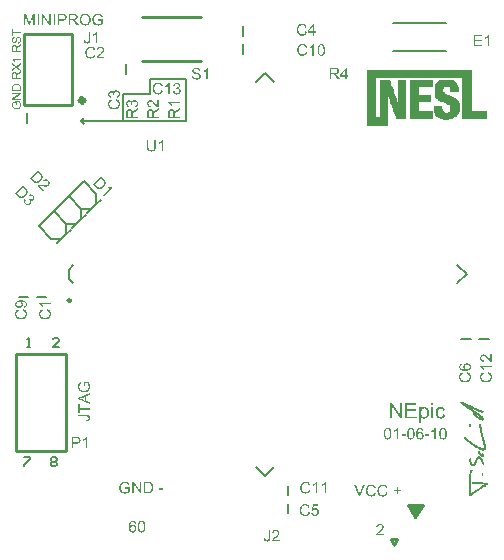
<source format=gto>
%FSLAX24Y24*%
%MOIN*%
G70*
G01*
G75*
G04 Layer_Color=65535*
%ADD10C,0.0140*%
%ADD11C,0.0060*%
%ADD12C,0.0100*%
%ADD13C,0.0160*%
G04:AMPARAMS|DCode=14|XSize=39.4mil|YSize=43.3mil|CornerRadius=0mil|HoleSize=0mil|Usage=FLASHONLY|Rotation=45.000|XOffset=0mil|YOffset=0mil|HoleType=Round|Shape=Rectangle|*
%AMROTATEDRECTD14*
4,1,4,0.0014,-0.0292,-0.0292,0.0014,-0.0014,0.0292,0.0292,-0.0014,0.0014,-0.0292,0.0*
%
%ADD14ROTATEDRECTD14*%

%ADD15R,0.0433X0.0394*%
%ADD16R,0.0394X0.0433*%
G04:AMPARAMS|DCode=17|XSize=31.5mil|YSize=74.8mil|CornerRadius=0mil|HoleSize=0mil|Usage=FLASHONLY|Rotation=45.000|XOffset=0mil|YOffset=0mil|HoleType=Round|Shape=Round|*
%AMOVALD17*
21,1,0.0433,0.0315,0.0000,0.0000,135.0*
1,1,0.0315,0.0153,-0.0153*
1,1,0.0315,-0.0153,0.0153*
%
%ADD17OVALD17*%

G04:AMPARAMS|DCode=18|XSize=31.5mil|YSize=74.8mil|CornerRadius=0mil|HoleSize=0mil|Usage=FLASHONLY|Rotation=135.000|XOffset=0mil|YOffset=0mil|HoleType=Round|Shape=Round|*
%AMOVALD18*
21,1,0.0433,0.0315,0.0000,0.0000,225.0*
1,1,0.0315,0.0153,0.0153*
1,1,0.0315,-0.0153,-0.0153*
%
%ADD18OVALD18*%

%ADD19R,0.0400X0.1000*%
%ADD20R,0.0197X0.1417*%
%ADD21R,0.0571X0.0276*%
%ADD22C,0.0460*%
%ADD23R,0.0500X0.0500*%
%ADD24C,0.0500*%
%ADD25C,0.0530*%
%ADD26R,0.0530X0.0530*%
%ADD27C,0.0240*%
%ADD28C,0.1500*%
%ADD29C,0.0400*%
%ADD30C,0.0400*%
G04:AMPARAMS|DCode=31|XSize=69mil|YSize=69mil|CornerRadius=0mil|HoleSize=0mil|Usage=FLASHONLY|Rotation=0.000|XOffset=0mil|YOffset=0mil|HoleType=Round|Shape=Relief|Width=8mil|Gap=10mil|Entries=4|*
%AMTHD31*
7,0,0,0.0690,0.0490,0.0080,45*
%
%ADD31THD31*%
%ADD32C,0.0570*%
G04:AMPARAMS|DCode=33|XSize=72.992mil|YSize=72.992mil|CornerRadius=0mil|HoleSize=0mil|Usage=FLASHONLY|Rotation=0.000|XOffset=0mil|YOffset=0mil|HoleType=Round|Shape=Relief|Width=8mil|Gap=10mil|Entries=4|*
%AMTHD33*
7,0,0,0.0730,0.0530,0.0080,45*
%
%ADD33THD33*%
%ADD34C,0.0594*%
G04:AMPARAMS|DCode=35|XSize=75.433mil|YSize=75.433mil|CornerRadius=0mil|HoleSize=0mil|Usage=FLASHONLY|Rotation=0.000|XOffset=0mil|YOffset=0mil|HoleType=Round|Shape=Relief|Width=8mil|Gap=10mil|Entries=4|*
%AMTHD35*
7,0,0,0.0754,0.0554,0.0080,45*
%
%ADD35THD35*%
%ADD36C,0.0320*%
%ADD37C,0.0440*%
%ADD38R,0.0669X0.0827*%
%ADD39C,0.0098*%
%ADD40C,0.0197*%
%ADD41C,0.0010*%
%ADD42C,0.0018*%
%ADD43C,0.0020*%
%ADD44C,0.0002*%
%ADD45C,0.0079*%
%ADD46C,0.0060*%
G36*
X-200Y2783D02*
X-316Y2738D01*
Y2577D01*
X-200Y2535D01*
Y2481D01*
X-584Y2628D01*
Y2684D01*
X-200Y2840D01*
Y2783D01*
D02*
G37*
G36*
X-539Y2345D02*
X-200D01*
Y2294D01*
X-539D01*
Y2167D01*
X-584D01*
Y2471D01*
X-539D01*
Y2345D01*
D02*
G37*
G36*
X-310Y2112D02*
X-305D01*
X-295Y2112D01*
X-282Y2110D01*
X-270Y2108D01*
X-258Y2105D01*
X-247Y2101D01*
X-246Y2101D01*
X-243Y2099D01*
X-239Y2096D01*
X-233Y2092D01*
X-226Y2087D01*
X-219Y2081D01*
X-213Y2073D01*
X-207Y2064D01*
X-206Y2063D01*
X-205Y2059D01*
X-203Y2054D01*
X-201Y2047D01*
X-198Y2038D01*
X-196Y2028D01*
X-194Y2016D01*
X-194Y2004D01*
Y2004D01*
Y2002D01*
Y1999D01*
X-194Y1996D01*
X-195Y1992D01*
X-195Y1987D01*
X-197Y1975D01*
X-201Y1963D01*
X-206Y1950D01*
X-209Y1944D01*
X-213Y1938D01*
X-217Y1932D01*
X-222Y1927D01*
X-223D01*
X-223Y1926D01*
X-225Y1925D01*
X-227Y1923D01*
X-231Y1920D01*
X-235Y1919D01*
X-239Y1916D01*
X-244Y1913D01*
X-250Y1911D01*
X-256Y1909D01*
X-263Y1906D01*
X-271Y1905D01*
X-280Y1903D01*
X-289Y1902D01*
X-298Y1901D01*
X-309D01*
X-315Y1947D01*
X-311D01*
X-308Y1947D01*
X-305D01*
X-301Y1948D01*
X-291Y1950D01*
X-281Y1951D01*
X-271Y1954D01*
X-262Y1958D01*
X-258Y1961D01*
X-254Y1963D01*
X-254Y1964D01*
X-252Y1966D01*
X-249Y1969D01*
X-247Y1974D01*
X-244Y1980D01*
X-241Y1987D01*
X-239Y1995D01*
X-239Y2004D01*
Y2005D01*
Y2008D01*
X-239Y2011D01*
X-240Y2015D01*
X-241Y2021D01*
X-242Y2026D01*
X-244Y2032D01*
X-247Y2037D01*
X-248Y2037D01*
X-249Y2039D01*
X-251Y2042D01*
X-254Y2044D01*
X-257Y2048D01*
X-261Y2051D01*
X-266Y2054D01*
X-271Y2056D01*
X-271D01*
X-274Y2057D01*
X-277Y2058D01*
X-282Y2059D01*
X-290Y2060D01*
X-298Y2061D01*
X-308Y2062D01*
X-584D01*
Y2113D01*
X-314D01*
X-310Y2112D01*
D02*
G37*
G36*
X10078Y-389D02*
X10183D01*
Y-433D01*
X10078D01*
Y-538D01*
X10033D01*
Y-433D01*
X9929D01*
Y-389D01*
X10033D01*
Y-284D01*
X10078D01*
Y-389D01*
D02*
G37*
G36*
X8821Y-600D02*
X8769D01*
X8619Y-216D01*
X8675D01*
X8774Y-495D01*
Y-495D01*
X8775Y-496D01*
X8776Y-498D01*
X8777Y-501D01*
X8779Y-507D01*
X8781Y-515D01*
X8785Y-525D01*
X8788Y-536D01*
X8795Y-558D01*
Y-557D01*
X8795Y-557D01*
X8796Y-555D01*
X8797Y-553D01*
X8798Y-546D01*
X8801Y-538D01*
X8804Y-529D01*
X8807Y-518D01*
X8811Y-506D01*
X8815Y-495D01*
X8920Y-216D01*
X8971D01*
X8821Y-600D01*
D02*
G37*
G36*
X-253Y3223D02*
X-252Y3222D01*
X-250Y3220D01*
X-249Y3217D01*
X-246Y3214D01*
X-243Y3210D01*
X-236Y3200D01*
X-229Y3188D01*
X-222Y3175D01*
X-215Y3161D01*
X-208Y3146D01*
Y3145D01*
X-208Y3144D01*
X-207Y3142D01*
X-206Y3139D01*
X-205Y3136D01*
X-204Y3131D01*
X-202Y3126D01*
X-201Y3121D01*
X-198Y3109D01*
X-196Y3095D01*
X-194Y3080D01*
X-194Y3065D01*
Y3064D01*
Y3062D01*
Y3059D01*
X-194Y3055D01*
Y3050D01*
X-195Y3044D01*
X-195Y3038D01*
X-196Y3031D01*
X-199Y3014D01*
X-204Y2997D01*
X-209Y2979D01*
X-218Y2962D01*
X-218Y2961D01*
X-219Y2960D01*
X-220Y2957D01*
X-222Y2954D01*
X-225Y2950D01*
X-227Y2946D01*
X-235Y2936D01*
X-245Y2924D01*
X-257Y2913D01*
X-271Y2902D01*
X-287Y2892D01*
X-288D01*
X-290Y2891D01*
X-292Y2890D01*
X-295Y2889D01*
X-299Y2887D01*
X-305Y2885D01*
X-311Y2883D01*
X-318Y2880D01*
X-325Y2878D01*
X-333Y2876D01*
X-350Y2872D01*
X-370Y2870D01*
X-390Y2869D01*
X-395D01*
X-399Y2869D01*
X-405D01*
X-411Y2870D01*
X-417Y2871D01*
X-424Y2872D01*
X-440Y2875D01*
X-458Y2879D01*
X-477Y2885D01*
X-495Y2892D01*
X-495D01*
X-497Y2893D01*
X-500Y2894D01*
X-503Y2896D01*
X-507Y2899D01*
X-511Y2902D01*
X-522Y2909D01*
X-534Y2919D01*
X-546Y2930D01*
X-557Y2944D01*
X-562Y2951D01*
X-567Y2959D01*
Y2960D01*
X-568Y2961D01*
X-569Y2964D01*
X-570Y2967D01*
X-573Y2971D01*
X-574Y2976D01*
X-577Y2982D01*
X-579Y2989D01*
X-581Y2996D01*
X-583Y3003D01*
X-587Y3021D01*
X-590Y3040D01*
X-591Y3061D01*
Y3061D01*
Y3062D01*
Y3065D01*
Y3068D01*
X-590Y3071D01*
Y3076D01*
X-589Y3086D01*
X-587Y3097D01*
X-585Y3110D01*
X-581Y3123D01*
X-577Y3136D01*
Y3136D01*
X-576Y3137D01*
X-576Y3139D01*
X-574Y3141D01*
X-571Y3147D01*
X-567Y3155D01*
X-562Y3164D01*
X-555Y3172D01*
X-548Y3181D01*
X-539Y3189D01*
X-538Y3189D01*
X-535Y3192D01*
X-530Y3195D01*
X-522Y3200D01*
X-514Y3205D01*
X-503Y3209D01*
X-491Y3214D01*
X-477Y3218D01*
X-464Y3172D01*
X-464D01*
X-465Y3171D01*
X-469Y3171D01*
X-474Y3168D01*
X-481Y3166D01*
X-488Y3163D01*
X-495Y3160D01*
X-503Y3155D01*
X-510Y3151D01*
X-511Y3150D01*
X-513Y3148D01*
X-516Y3145D01*
X-520Y3141D01*
X-524Y3136D01*
X-529Y3130D01*
X-533Y3123D01*
X-537Y3114D01*
X-538Y3113D01*
X-539Y3110D01*
X-540Y3105D01*
X-542Y3098D01*
X-544Y3090D01*
X-546Y3082D01*
X-547Y3072D01*
X-547Y3061D01*
Y3061D01*
Y3059D01*
Y3058D01*
Y3055D01*
X-547Y3049D01*
X-546Y3041D01*
X-545Y3031D01*
X-543Y3021D01*
X-540Y3011D01*
X-536Y3001D01*
X-536Y3000D01*
X-535Y2997D01*
X-532Y2992D01*
X-529Y2986D01*
X-525Y2980D01*
X-520Y2973D01*
X-515Y2966D01*
X-508Y2960D01*
X-508Y2959D01*
X-505Y2958D01*
X-502Y2955D01*
X-497Y2951D01*
X-491Y2947D01*
X-485Y2943D01*
X-478Y2940D01*
X-470Y2936D01*
X-470D01*
X-469Y2935D01*
X-467Y2935D01*
X-464Y2934D01*
X-461Y2933D01*
X-457Y2931D01*
X-447Y2929D01*
X-436Y2926D01*
X-423Y2924D01*
X-408Y2922D01*
X-393Y2921D01*
X-388D01*
X-384Y2922D01*
X-380D01*
X-375Y2923D01*
X-369Y2923D01*
X-363Y2924D01*
X-349Y2925D01*
X-335Y2929D01*
X-321Y2933D01*
X-306Y2939D01*
X-306D01*
X-305Y2940D01*
X-303Y2941D01*
X-301Y2942D01*
X-295Y2947D01*
X-287Y2952D01*
X-279Y2959D01*
X-270Y2968D01*
X-262Y2978D01*
X-255Y2990D01*
Y2990D01*
X-254Y2992D01*
X-253Y2993D01*
X-253Y2996D01*
X-251Y2999D01*
X-250Y3003D01*
X-247Y3011D01*
X-244Y3023D01*
X-241Y3034D01*
X-239Y3048D01*
X-239Y3062D01*
Y3062D01*
Y3064D01*
Y3065D01*
Y3068D01*
X-239Y3074D01*
X-240Y3082D01*
X-242Y3092D01*
X-244Y3103D01*
X-247Y3114D01*
X-251Y3126D01*
Y3127D01*
X-251Y3127D01*
X-252Y3129D01*
X-253Y3131D01*
X-256Y3137D01*
X-259Y3144D01*
X-263Y3152D01*
X-268Y3160D01*
X-273Y3167D01*
X-278Y3174D01*
X-351D01*
Y3061D01*
X-396D01*
Y3224D01*
X-253D01*
X-253Y3223D01*
D02*
G37*
G36*
X86Y15490D02*
X91D01*
X101Y15489D01*
X112Y15487D01*
X125Y15485D01*
X138Y15481D01*
X151Y15477D01*
X151D01*
X152Y15476D01*
X154Y15476D01*
X156Y15474D01*
X162Y15471D01*
X170Y15467D01*
X179Y15462D01*
X187Y15455D01*
X196Y15448D01*
X204Y15439D01*
X204Y15438D01*
X207Y15435D01*
X210Y15430D01*
X215Y15422D01*
X220Y15414D01*
X224Y15403D01*
X229Y15391D01*
X233Y15377D01*
X187Y15364D01*
Y15364D01*
X186Y15365D01*
X186Y15369D01*
X183Y15374D01*
X181Y15381D01*
X178Y15388D01*
X175Y15395D01*
X170Y15403D01*
X166Y15410D01*
X165Y15411D01*
X163Y15413D01*
X161Y15416D01*
X156Y15420D01*
X151Y15424D01*
X145Y15429D01*
X138Y15433D01*
X129Y15437D01*
X128Y15438D01*
X125Y15439D01*
X120Y15440D01*
X113Y15442D01*
X106Y15444D01*
X97Y15446D01*
X87Y15447D01*
X76Y15447D01*
X70D01*
X64Y15447D01*
X56Y15446D01*
X46Y15445D01*
X36Y15443D01*
X26Y15440D01*
X16Y15436D01*
X15Y15436D01*
X12Y15435D01*
X7Y15432D01*
X1Y15429D01*
X-5Y15425D01*
X-12Y15420D01*
X-18Y15415D01*
X-25Y15408D01*
X-25Y15408D01*
X-27Y15405D01*
X-30Y15402D01*
X-34Y15397D01*
X-38Y15391D01*
X-42Y15385D01*
X-45Y15378D01*
X-49Y15370D01*
Y15370D01*
X-49Y15369D01*
X-50Y15367D01*
X-51Y15364D01*
X-52Y15361D01*
X-54Y15357D01*
X-56Y15347D01*
X-59Y15336D01*
X-61Y15323D01*
X-63Y15308D01*
X-64Y15293D01*
Y15292D01*
Y15291D01*
Y15288D01*
X-63Y15284D01*
Y15280D01*
X-62Y15275D01*
X-62Y15269D01*
X-61Y15263D01*
X-59Y15249D01*
X-56Y15235D01*
X-52Y15221D01*
X-46Y15206D01*
Y15206D01*
X-45Y15205D01*
X-44Y15203D01*
X-42Y15201D01*
X-38Y15195D01*
X-33Y15187D01*
X-26Y15179D01*
X-17Y15170D01*
X-7Y15162D01*
X5Y15155D01*
X6D01*
X7Y15154D01*
X8Y15153D01*
X11Y15153D01*
X14Y15151D01*
X18Y15150D01*
X27Y15147D01*
X38Y15144D01*
X49Y15141D01*
X63Y15139D01*
X77Y15139D01*
X83D01*
X89Y15139D01*
X97Y15140D01*
X107Y15142D01*
X118Y15144D01*
X130Y15147D01*
X141Y15151D01*
X142D01*
X142Y15151D01*
X144Y15152D01*
X147Y15153D01*
X152Y15156D01*
X159Y15159D01*
X167Y15163D01*
X175Y15168D01*
X182Y15173D01*
X189Y15178D01*
Y15251D01*
X76D01*
Y15296D01*
X239D01*
Y15153D01*
X238Y15153D01*
X237Y15152D01*
X235Y15150D01*
X233Y15149D01*
X229Y15146D01*
X225Y15143D01*
X215Y15136D01*
X203Y15129D01*
X190Y15122D01*
X176Y15115D01*
X161Y15108D01*
X161D01*
X159Y15108D01*
X157Y15107D01*
X154Y15106D01*
X151Y15105D01*
X147Y15104D01*
X141Y15102D01*
X136Y15101D01*
X124Y15098D01*
X110Y15096D01*
X95Y15094D01*
X80Y15094D01*
X75D01*
X70Y15094D01*
X65D01*
X59Y15095D01*
X53Y15095D01*
X46Y15096D01*
X30Y15099D01*
X13Y15104D01*
X-6Y15109D01*
X-23Y15118D01*
X-24Y15118D01*
X-25Y15119D01*
X-28Y15120D01*
X-31Y15122D01*
X-35Y15125D01*
X-39Y15127D01*
X-49Y15135D01*
X-61Y15145D01*
X-72Y15157D01*
X-83Y15171D01*
X-93Y15187D01*
Y15188D01*
X-94Y15189D01*
X-95Y15192D01*
X-96Y15195D01*
X-98Y15199D01*
X-100Y15205D01*
X-102Y15211D01*
X-104Y15218D01*
X-107Y15225D01*
X-109Y15233D01*
X-113Y15250D01*
X-115Y15270D01*
X-116Y15290D01*
Y15291D01*
Y15292D01*
Y15295D01*
X-116Y15299D01*
Y15305D01*
X-115Y15311D01*
X-114Y15317D01*
X-113Y15324D01*
X-110Y15340D01*
X-106Y15358D01*
X-100Y15377D01*
X-93Y15395D01*
Y15395D01*
X-92Y15397D01*
X-90Y15400D01*
X-89Y15403D01*
X-86Y15407D01*
X-83Y15411D01*
X-76Y15422D01*
X-66Y15434D01*
X-55Y15446D01*
X-41Y15457D01*
X-34Y15462D01*
X-25Y15467D01*
X-25D01*
X-24Y15468D01*
X-21Y15469D01*
X-18Y15470D01*
X-14Y15473D01*
X-9Y15474D01*
X-3Y15477D01*
X4Y15479D01*
X11Y15481D01*
X18Y15483D01*
X36Y15487D01*
X55Y15490D01*
X76Y15491D01*
X83D01*
X86Y15490D01*
D02*
G37*
G36*
X-1100Y15484D02*
X-1090Y15483D01*
X-1080Y15483D01*
X-1071Y15481D01*
X-1063Y15480D01*
X-1062D01*
X-1058Y15479D01*
X-1053Y15478D01*
X-1046Y15476D01*
X-1039Y15474D01*
X-1031Y15471D01*
X-1023Y15467D01*
X-1015Y15462D01*
X-1015Y15462D01*
X-1012Y15460D01*
X-1008Y15457D01*
X-1004Y15453D01*
X-1000Y15447D01*
X-994Y15441D01*
X-989Y15434D01*
X-984Y15425D01*
X-984Y15424D01*
X-983Y15421D01*
X-981Y15416D01*
X-978Y15410D01*
X-976Y15402D01*
X-974Y15394D01*
X-973Y15384D01*
X-973Y15373D01*
Y15373D01*
Y15371D01*
Y15369D01*
X-973Y15365D01*
X-974Y15361D01*
X-974Y15356D01*
X-975Y15350D01*
X-977Y15345D01*
X-980Y15331D01*
X-986Y15318D01*
X-990Y15311D01*
X-994Y15304D01*
X-998Y15297D01*
X-1004Y15290D01*
X-1005Y15290D01*
X-1006Y15289D01*
X-1008Y15287D01*
X-1010Y15285D01*
X-1014Y15283D01*
X-1018Y15280D01*
X-1023Y15277D01*
X-1030Y15274D01*
X-1037Y15270D01*
X-1045Y15267D01*
X-1054Y15264D01*
X-1064Y15262D01*
X-1076Y15260D01*
X-1088Y15258D01*
X-1102Y15257D01*
X-1117Y15257D01*
X-1215D01*
Y15100D01*
X-1266D01*
Y15484D01*
X-1108D01*
X-1100Y15484D01*
D02*
G37*
G36*
X-1355Y15100D02*
X-1406D01*
Y15484D01*
X-1355D01*
Y15100D01*
D02*
G37*
G36*
X-1892D02*
X-1943D01*
Y15484D01*
X-1892D01*
Y15100D01*
D02*
G37*
G36*
X-1500D02*
X-1552D01*
X-1754Y15402D01*
Y15100D01*
X-1803D01*
Y15484D01*
X-1751D01*
X-1549Y15182D01*
Y15484D01*
X-1500D01*
Y15100D01*
D02*
G37*
G36*
X-2033D02*
X-2082D01*
Y15422D01*
X-2195Y15100D01*
X-2240D01*
X-2351Y15427D01*
Y15100D01*
X-2400D01*
Y15484D01*
X-2324D01*
X-2233Y15212D01*
Y15212D01*
X-2232Y15211D01*
X-2232Y15209D01*
X-2231Y15206D01*
X-2229Y15199D01*
X-2226Y15191D01*
X-2223Y15182D01*
X-2220Y15173D01*
X-2217Y15163D01*
X-2215Y15156D01*
X-2214Y15157D01*
X-2213Y15160D01*
X-2212Y15164D01*
X-2209Y15171D01*
X-2207Y15180D01*
X-2203Y15190D01*
X-2199Y15202D01*
X-2194Y15217D01*
X-2102Y15484D01*
X-2033D01*
Y15100D01*
D02*
G37*
G36*
X-724Y15484D02*
X-719D01*
X-708Y15483D01*
X-695Y15482D01*
X-682Y15480D01*
X-670Y15477D01*
X-664Y15476D01*
X-659Y15474D01*
X-658D01*
X-658Y15473D01*
X-654Y15472D01*
X-650Y15469D01*
X-644Y15465D01*
X-637Y15460D01*
X-630Y15454D01*
X-623Y15446D01*
X-616Y15437D01*
X-616Y15436D01*
X-614Y15432D01*
X-611Y15427D01*
X-608Y15420D01*
X-605Y15411D01*
X-602Y15401D01*
X-601Y15391D01*
X-600Y15379D01*
Y15378D01*
Y15377D01*
Y15375D01*
X-601Y15372D01*
Y15369D01*
X-601Y15364D01*
X-603Y15355D01*
X-606Y15344D01*
X-611Y15333D01*
X-618Y15321D01*
X-622Y15315D01*
X-627Y15310D01*
X-628Y15309D01*
X-630Y15308D01*
X-632Y15305D01*
X-634Y15304D01*
X-638Y15301D01*
X-642Y15298D01*
X-647Y15295D01*
X-652Y15292D01*
X-658Y15290D01*
X-665Y15287D01*
X-672Y15284D01*
X-680Y15281D01*
X-689Y15278D01*
X-698Y15277D01*
X-708Y15275D01*
X-707Y15274D01*
X-705Y15273D01*
X-701Y15271D01*
X-697Y15269D01*
X-687Y15263D01*
X-682Y15259D01*
X-678Y15256D01*
X-677Y15254D01*
X-674Y15252D01*
X-670Y15247D01*
X-664Y15242D01*
X-658Y15234D01*
X-651Y15225D01*
X-643Y15215D01*
X-636Y15204D01*
X-569Y15100D01*
X-633D01*
X-684Y15180D01*
Y15180D01*
X-685Y15181D01*
X-686Y15183D01*
X-687Y15185D01*
X-691Y15191D01*
X-696Y15199D01*
X-702Y15208D01*
X-709Y15216D01*
X-715Y15225D01*
X-720Y15232D01*
X-721Y15233D01*
X-723Y15235D01*
X-726Y15239D01*
X-729Y15243D01*
X-737Y15251D01*
X-742Y15255D01*
X-746Y15258D01*
X-747Y15259D01*
X-748Y15259D01*
X-750Y15260D01*
X-753Y15262D01*
X-760Y15266D01*
X-769Y15268D01*
X-770D01*
X-771Y15269D01*
X-773D01*
X-776Y15270D01*
X-780Y15270D01*
X-785D01*
X-791Y15271D01*
X-856D01*
Y15100D01*
X-907D01*
Y15484D01*
X-729D01*
X-724Y15484D01*
D02*
G37*
G36*
X9193Y-210D02*
X9198Y-210D01*
X9204Y-211D01*
X9210Y-212D01*
X9217Y-213D01*
X9233Y-216D01*
X9249Y-222D01*
X9257Y-225D01*
X9265Y-229D01*
X9273Y-234D01*
X9280Y-239D01*
X9281Y-240D01*
X9282Y-240D01*
X9284Y-242D01*
X9287Y-244D01*
X9290Y-247D01*
X9294Y-251D01*
X9298Y-255D01*
X9302Y-260D01*
X9307Y-266D01*
X9311Y-272D01*
X9316Y-279D01*
X9320Y-286D01*
X9324Y-294D01*
X9328Y-303D01*
X9335Y-322D01*
X9285Y-333D01*
Y-333D01*
X9285Y-331D01*
X9284Y-329D01*
X9283Y-326D01*
X9281Y-323D01*
X9279Y-319D01*
X9275Y-310D01*
X9270Y-300D01*
X9263Y-289D01*
X9255Y-280D01*
X9246Y-272D01*
X9245Y-271D01*
X9241Y-269D01*
X9236Y-266D01*
X9228Y-262D01*
X9220Y-258D01*
X9209Y-255D01*
X9196Y-253D01*
X9182Y-253D01*
X9178D01*
X9175Y-253D01*
X9171D01*
X9167Y-254D01*
X9156Y-255D01*
X9145Y-258D01*
X9132Y-262D01*
X9120Y-267D01*
X9108Y-274D01*
X9108D01*
X9107Y-275D01*
X9104Y-278D01*
X9099Y-283D01*
X9092Y-289D01*
X9086Y-298D01*
X9079Y-307D01*
X9072Y-319D01*
X9067Y-331D01*
Y-332D01*
X9066Y-333D01*
X9066Y-335D01*
X9065Y-338D01*
X9064Y-341D01*
X9063Y-345D01*
X9061Y-354D01*
X9059Y-365D01*
X9057Y-378D01*
X9056Y-391D01*
X9055Y-405D01*
Y-406D01*
Y-408D01*
Y-410D01*
Y-413D01*
X9056Y-417D01*
Y-423D01*
X9056Y-428D01*
X9057Y-434D01*
X9059Y-447D01*
X9061Y-462D01*
X9065Y-477D01*
X9069Y-491D01*
Y-491D01*
X9070Y-492D01*
X9071Y-494D01*
X9072Y-496D01*
X9075Y-503D01*
X9080Y-511D01*
X9086Y-520D01*
X9094Y-529D01*
X9103Y-538D01*
X9113Y-546D01*
X9114D01*
X9114Y-546D01*
X9116Y-547D01*
X9118Y-549D01*
X9125Y-551D01*
X9133Y-554D01*
X9142Y-557D01*
X9154Y-560D01*
X9166Y-563D01*
X9179Y-563D01*
X9183D01*
X9186Y-563D01*
X9189D01*
X9194Y-562D01*
X9204Y-560D01*
X9215Y-557D01*
X9227Y-553D01*
X9239Y-547D01*
X9251Y-539D01*
X9251Y-538D01*
X9252Y-537D01*
X9255Y-534D01*
X9261Y-528D01*
X9267Y-520D01*
X9273Y-510D01*
X9280Y-498D01*
X9286Y-482D01*
X9291Y-465D01*
X9342Y-478D01*
Y-479D01*
X9341Y-481D01*
X9340Y-484D01*
X9339Y-489D01*
X9337Y-494D01*
X9334Y-500D01*
X9332Y-506D01*
X9328Y-513D01*
X9321Y-529D01*
X9310Y-545D01*
X9299Y-560D01*
X9292Y-567D01*
X9284Y-574D01*
X9283Y-574D01*
X9282Y-575D01*
X9280Y-577D01*
X9276Y-579D01*
X9272Y-581D01*
X9268Y-584D01*
X9262Y-587D01*
X9256Y-590D01*
X9249Y-593D01*
X9241Y-596D01*
X9233Y-599D01*
X9224Y-601D01*
X9204Y-605D01*
X9194Y-606D01*
X9183Y-606D01*
X9177D01*
X9172Y-606D01*
X9167D01*
X9161Y-605D01*
X9154Y-604D01*
X9147Y-604D01*
X9131Y-600D01*
X9114Y-596D01*
X9097Y-589D01*
X9089Y-586D01*
X9082Y-581D01*
X9081Y-581D01*
X9080Y-580D01*
X9078Y-578D01*
X9075Y-577D01*
X9068Y-571D01*
X9060Y-563D01*
X9050Y-553D01*
X9041Y-540D01*
X9031Y-525D01*
X9022Y-508D01*
Y-508D01*
X9022Y-506D01*
X9021Y-503D01*
X9020Y-500D01*
X9018Y-495D01*
X9016Y-490D01*
X9014Y-484D01*
X9013Y-477D01*
X9011Y-470D01*
X9009Y-462D01*
X9006Y-444D01*
X9003Y-426D01*
X9003Y-405D01*
Y-405D01*
Y-402D01*
Y-399D01*
X9003Y-395D01*
Y-390D01*
X9004Y-384D01*
X9004Y-377D01*
X9006Y-370D01*
X9008Y-353D01*
X9012Y-336D01*
X9018Y-317D01*
X9025Y-300D01*
Y-300D01*
X9027Y-299D01*
X9028Y-296D01*
X9029Y-293D01*
X9032Y-289D01*
X9035Y-285D01*
X9042Y-275D01*
X9051Y-264D01*
X9062Y-253D01*
X9076Y-242D01*
X9090Y-233D01*
X9091D01*
X9092Y-231D01*
X9094Y-230D01*
X9098Y-229D01*
X9101Y-227D01*
X9106Y-225D01*
X9112Y-223D01*
X9118Y-221D01*
X9124Y-219D01*
X9131Y-217D01*
X9147Y-213D01*
X9165Y-210D01*
X9183Y-209D01*
X9189D01*
X9193Y-210D01*
D02*
G37*
G36*
X3360Y13690D02*
X3364D01*
X3374Y13689D01*
X3386Y13687D01*
X3399Y13685D01*
X3412Y13681D01*
X3424Y13677D01*
X3425D01*
X3425Y13676D01*
X3427Y13676D01*
X3429Y13674D01*
X3435Y13671D01*
X3443Y13667D01*
X3451Y13661D01*
X3459Y13654D01*
X3467Y13646D01*
X3474Y13636D01*
X3475Y13635D01*
X3477Y13632D01*
X3480Y13626D01*
X3483Y13619D01*
X3487Y13610D01*
X3490Y13600D01*
X3492Y13588D01*
X3494Y13576D01*
X3445Y13573D01*
Y13573D01*
Y13574D01*
X3445Y13576D01*
X3444Y13578D01*
X3443Y13585D01*
X3440Y13593D01*
X3437Y13602D01*
X3432Y13611D01*
X3426Y13619D01*
X3418Y13627D01*
X3417Y13628D01*
X3414Y13630D01*
X3409Y13633D01*
X3402Y13636D01*
X3392Y13640D01*
X3381Y13643D01*
X3367Y13645D01*
X3352Y13646D01*
X3344D01*
X3340Y13645D01*
X3336D01*
X3326Y13643D01*
X3315Y13642D01*
X3304Y13639D01*
X3293Y13635D01*
X3288Y13632D01*
X3284Y13629D01*
X3284Y13628D01*
X3281Y13626D01*
X3278Y13622D01*
X3274Y13617D01*
X3270Y13611D01*
X3267Y13604D01*
X3265Y13597D01*
X3264Y13588D01*
Y13587D01*
Y13584D01*
X3264Y13580D01*
X3266Y13576D01*
X3267Y13570D01*
X3270Y13564D01*
X3274Y13559D01*
X3278Y13554D01*
X3279Y13553D01*
X3282Y13552D01*
X3284Y13550D01*
X3286Y13549D01*
X3289Y13547D01*
X3294Y13546D01*
X3298Y13543D01*
X3304Y13541D01*
X3309Y13539D01*
X3316Y13537D01*
X3325Y13534D01*
X3333Y13532D01*
X3343Y13529D01*
X3354Y13526D01*
X3355D01*
X3357Y13526D01*
X3360Y13525D01*
X3364Y13524D01*
X3370Y13523D01*
X3376Y13521D01*
X3388Y13518D01*
X3402Y13514D01*
X3416Y13510D01*
X3423Y13508D01*
X3429Y13506D01*
X3435Y13504D01*
X3440Y13502D01*
X3440D01*
X3442Y13501D01*
X3443Y13500D01*
X3445Y13499D01*
X3451Y13495D01*
X3459Y13491D01*
X3467Y13485D01*
X3475Y13478D01*
X3483Y13471D01*
X3489Y13463D01*
X3490Y13461D01*
X3491Y13459D01*
X3494Y13454D01*
X3497Y13447D01*
X3500Y13439D01*
X3503Y13430D01*
X3505Y13419D01*
X3505Y13408D01*
Y13408D01*
Y13407D01*
Y13405D01*
Y13403D01*
X3504Y13397D01*
X3503Y13390D01*
X3501Y13381D01*
X3498Y13371D01*
X3494Y13360D01*
X3488Y13350D01*
X3487Y13349D01*
X3484Y13346D01*
X3481Y13341D01*
X3475Y13335D01*
X3468Y13328D01*
X3459Y13321D01*
X3449Y13315D01*
X3437Y13308D01*
X3436D01*
X3435Y13308D01*
X3433Y13307D01*
X3431Y13306D01*
X3428Y13305D01*
X3425Y13304D01*
X3415Y13301D01*
X3405Y13298D01*
X3392Y13296D01*
X3378Y13294D01*
X3363Y13294D01*
X3354D01*
X3350Y13294D01*
X3345D01*
X3339Y13295D01*
X3333Y13295D01*
X3319Y13297D01*
X3305Y13300D01*
X3290Y13304D01*
X3276Y13308D01*
X3275D01*
X3274Y13309D01*
X3273Y13310D01*
X3270Y13311D01*
X3264Y13315D01*
X3256Y13320D01*
X3247Y13326D01*
X3238Y13334D01*
X3229Y13343D01*
X3220Y13354D01*
Y13354D01*
X3220Y13355D01*
X3219Y13357D01*
X3218Y13359D01*
X3216Y13362D01*
X3214Y13366D01*
X3211Y13374D01*
X3207Y13384D01*
X3204Y13397D01*
X3201Y13409D01*
X3200Y13423D01*
X3248Y13428D01*
Y13427D01*
Y13426D01*
X3249Y13423D01*
X3250Y13418D01*
X3251Y13411D01*
X3253Y13403D01*
X3256Y13395D01*
X3259Y13387D01*
X3263Y13380D01*
X3264Y13379D01*
X3266Y13377D01*
X3268Y13373D01*
X3273Y13369D01*
X3278Y13364D01*
X3285Y13359D01*
X3293Y13354D01*
X3302Y13350D01*
X3302D01*
X3303Y13349D01*
X3306Y13348D01*
X3312Y13346D01*
X3319Y13344D01*
X3328Y13342D01*
X3338Y13340D01*
X3349Y13339D01*
X3361Y13339D01*
X3366D01*
X3371Y13339D01*
X3378Y13340D01*
X3386Y13340D01*
X3394Y13342D01*
X3403Y13344D01*
X3412Y13347D01*
X3413Y13347D01*
X3415Y13349D01*
X3419Y13350D01*
X3424Y13353D01*
X3430Y13357D01*
X3435Y13361D01*
X3440Y13366D01*
X3445Y13371D01*
X3446Y13371D01*
X3447Y13374D01*
X3449Y13377D01*
X3451Y13381D01*
X3453Y13385D01*
X3454Y13391D01*
X3456Y13397D01*
X3456Y13404D01*
Y13404D01*
Y13406D01*
X3456Y13410D01*
X3455Y13414D01*
X3454Y13419D01*
X3452Y13425D01*
X3449Y13430D01*
X3446Y13435D01*
X3445Y13436D01*
X3444Y13437D01*
X3441Y13440D01*
X3438Y13443D01*
X3433Y13447D01*
X3427Y13450D01*
X3419Y13454D01*
X3411Y13458D01*
X3411Y13459D01*
X3408Y13459D01*
X3404Y13460D01*
X3401Y13461D01*
X3397Y13463D01*
X3392Y13464D01*
X3388Y13465D01*
X3382Y13467D01*
X3376Y13468D01*
X3369Y13470D01*
X3361Y13472D01*
X3352Y13474D01*
X3343Y13477D01*
X3342D01*
X3340Y13477D01*
X3337Y13478D01*
X3334Y13479D01*
X3330Y13480D01*
X3325Y13481D01*
X3314Y13484D01*
X3302Y13488D01*
X3289Y13492D01*
X3278Y13497D01*
X3273Y13498D01*
X3269Y13501D01*
X3268D01*
X3268Y13501D01*
X3264Y13504D01*
X3260Y13506D01*
X3254Y13511D01*
X3247Y13516D01*
X3240Y13522D01*
X3234Y13529D01*
X3228Y13536D01*
X3228Y13538D01*
X3226Y13540D01*
X3224Y13545D01*
X3222Y13550D01*
X3219Y13557D01*
X3217Y13566D01*
X3215Y13575D01*
X3215Y13584D01*
Y13585D01*
Y13585D01*
Y13587D01*
Y13590D01*
X3216Y13595D01*
X3217Y13602D01*
X3219Y13611D01*
X3222Y13619D01*
X3226Y13629D01*
X3231Y13639D01*
Y13639D01*
X3232Y13640D01*
X3234Y13643D01*
X3238Y13647D01*
X3243Y13653D01*
X3250Y13659D01*
X3258Y13666D01*
X3268Y13672D01*
X3279Y13677D01*
X3280D01*
X3280Y13678D01*
X3282Y13678D01*
X3285Y13680D01*
X3288Y13680D01*
X3291Y13681D01*
X3299Y13684D01*
X3310Y13687D01*
X3322Y13688D01*
X3335Y13690D01*
X3349Y13691D01*
X3356D01*
X3360Y13690D01*
D02*
G37*
G36*
X3734Y13300D02*
X3686D01*
Y13601D01*
X3686Y13600D01*
X3683Y13598D01*
X3679Y13595D01*
X3674Y13591D01*
X3667Y13585D01*
X3660Y13580D01*
X3651Y13574D01*
X3641Y13568D01*
X3641D01*
X3640Y13567D01*
X3636Y13565D01*
X3631Y13562D01*
X3625Y13559D01*
X3617Y13554D01*
X3609Y13551D01*
X3600Y13547D01*
X3592Y13543D01*
Y13590D01*
X3593D01*
X3594Y13590D01*
X3596Y13591D01*
X3598Y13593D01*
X3602Y13595D01*
X3606Y13597D01*
X3615Y13602D01*
X3626Y13608D01*
X3638Y13616D01*
X3649Y13625D01*
X3660Y13634D01*
X3661Y13635D01*
X3662Y13635D01*
X3665Y13639D01*
X3670Y13644D01*
X3677Y13650D01*
X3684Y13659D01*
X3691Y13667D01*
X3697Y13677D01*
X3703Y13686D01*
X3734D01*
Y13300D01*
D02*
G37*
G36*
X2091Y13190D02*
X2095Y13190D01*
X2101Y13189D01*
X2108Y13188D01*
X2115Y13187D01*
X2130Y13184D01*
X2146Y13178D01*
X2154Y13175D01*
X2163Y13171D01*
X2170Y13166D01*
X2178Y13161D01*
X2178Y13160D01*
X2180Y13160D01*
X2181Y13158D01*
X2184Y13156D01*
X2187Y13153D01*
X2191Y13149D01*
X2195Y13145D01*
X2200Y13140D01*
X2204Y13134D01*
X2208Y13128D01*
X2213Y13121D01*
X2218Y13114D01*
X2222Y13106D01*
X2226Y13097D01*
X2233Y13078D01*
X2183Y13067D01*
Y13067D01*
X2182Y13069D01*
X2181Y13071D01*
X2180Y13074D01*
X2178Y13077D01*
X2177Y13081D01*
X2173Y13090D01*
X2167Y13100D01*
X2160Y13111D01*
X2153Y13120D01*
X2143Y13128D01*
X2142Y13129D01*
X2139Y13131D01*
X2133Y13134D01*
X2126Y13138D01*
X2117Y13142D01*
X2106Y13145D01*
X2094Y13147D01*
X2080Y13147D01*
X2076D01*
X2073Y13147D01*
X2068D01*
X2064Y13146D01*
X2054Y13145D01*
X2042Y13142D01*
X2030Y13138D01*
X2018Y13133D01*
X2006Y13126D01*
X2005D01*
X2005Y13125D01*
X2001Y13122D01*
X1996Y13117D01*
X1990Y13111D01*
X1983Y13102D01*
X1976Y13093D01*
X1970Y13081D01*
X1964Y13069D01*
Y13068D01*
X1964Y13067D01*
X1963Y13065D01*
X1963Y13062D01*
X1961Y13059D01*
X1961Y13055D01*
X1958Y13046D01*
X1956Y13035D01*
X1954Y13022D01*
X1953Y13009D01*
X1953Y12995D01*
Y12994D01*
Y12992D01*
Y12990D01*
Y12987D01*
X1953Y12983D01*
Y12977D01*
X1954Y12972D01*
X1954Y12966D01*
X1956Y12953D01*
X1958Y12938D01*
X1962Y12923D01*
X1967Y12909D01*
Y12909D01*
X1967Y12908D01*
X1968Y12906D01*
X1970Y12904D01*
X1973Y12897D01*
X1977Y12889D01*
X1984Y12880D01*
X1991Y12871D01*
X2000Y12862D01*
X2011Y12854D01*
X2011D01*
X2012Y12854D01*
X2013Y12853D01*
X2016Y12851D01*
X2022Y12849D01*
X2030Y12846D01*
X2040Y12843D01*
X2051Y12840D01*
X2063Y12837D01*
X2076Y12837D01*
X2080D01*
X2083Y12837D01*
X2087D01*
X2091Y12838D01*
X2101Y12840D01*
X2112Y12843D01*
X2125Y12847D01*
X2136Y12853D01*
X2148Y12861D01*
X2149Y12862D01*
X2149Y12863D01*
X2153Y12866D01*
X2158Y12872D01*
X2164Y12880D01*
X2171Y12890D01*
X2178Y12902D01*
X2184Y12918D01*
X2188Y12935D01*
X2239Y12922D01*
Y12921D01*
X2239Y12919D01*
X2238Y12916D01*
X2236Y12911D01*
X2234Y12906D01*
X2232Y12900D01*
X2229Y12894D01*
X2226Y12887D01*
X2218Y12871D01*
X2208Y12855D01*
X2196Y12840D01*
X2189Y12833D01*
X2181Y12826D01*
X2181Y12826D01*
X2180Y12825D01*
X2177Y12823D01*
X2174Y12821D01*
X2170Y12819D01*
X2165Y12816D01*
X2160Y12813D01*
X2153Y12810D01*
X2146Y12807D01*
X2139Y12804D01*
X2130Y12801D01*
X2121Y12799D01*
X2102Y12795D01*
X2091Y12794D01*
X2080Y12794D01*
X2074D01*
X2070Y12794D01*
X2064D01*
X2059Y12795D01*
X2052Y12796D01*
X2044Y12796D01*
X2028Y12800D01*
X2011Y12804D01*
X1995Y12811D01*
X1987Y12814D01*
X1979Y12819D01*
X1978Y12819D01*
X1977Y12820D01*
X1975Y12822D01*
X1973Y12823D01*
X1966Y12829D01*
X1957Y12837D01*
X1947Y12847D01*
X1938Y12860D01*
X1928Y12875D01*
X1920Y12892D01*
Y12892D01*
X1919Y12894D01*
X1918Y12897D01*
X1917Y12900D01*
X1915Y12905D01*
X1913Y12910D01*
X1912Y12916D01*
X1910Y12923D01*
X1908Y12930D01*
X1906Y12938D01*
X1903Y12956D01*
X1901Y12974D01*
X1900Y12995D01*
Y12995D01*
Y12998D01*
Y13001D01*
X1901Y13005D01*
Y13010D01*
X1901Y13016D01*
X1902Y13023D01*
X1903Y13030D01*
X1906Y13047D01*
X1909Y13064D01*
X1915Y13083D01*
X1923Y13100D01*
Y13100D01*
X1924Y13101D01*
X1925Y13104D01*
X1927Y13107D01*
X1929Y13111D01*
X1932Y13115D01*
X1940Y13125D01*
X1949Y13136D01*
X1960Y13147D01*
X1973Y13158D01*
X1988Y13167D01*
X1988D01*
X1990Y13169D01*
X1992Y13170D01*
X1995Y13171D01*
X1999Y13173D01*
X2004Y13175D01*
X2009Y13177D01*
X2015Y13179D01*
X2022Y13181D01*
X2029Y13183D01*
X2044Y13187D01*
X2062Y13190D01*
X2081Y13191D01*
X2087D01*
X2091Y13190D01*
D02*
G37*
G36*
X2100Y12274D02*
X2020Y12223D01*
X2020D01*
X2019Y12222D01*
X2017Y12221D01*
X2015Y12220D01*
X2009Y12216D01*
X2001Y12211D01*
X1992Y12205D01*
X1984Y12198D01*
X1975Y12192D01*
X1968Y12187D01*
X1967Y12186D01*
X1965Y12184D01*
X1961Y12181D01*
X1957Y12178D01*
X1949Y12170D01*
X1945Y12166D01*
X1942Y12161D01*
X1941Y12160D01*
X1941Y12159D01*
X1940Y12157D01*
X1938Y12154D01*
X1934Y12147D01*
X1932Y12138D01*
Y12137D01*
X1931Y12136D01*
Y12134D01*
X1930Y12131D01*
X1930Y12127D01*
Y12122D01*
X1929Y12116D01*
Y12109D01*
Y12051D01*
X2100D01*
Y12000D01*
X1716D01*
Y12170D01*
Y12171D01*
Y12173D01*
Y12175D01*
Y12178D01*
X1716Y12183D01*
Y12188D01*
X1717Y12199D01*
X1718Y12212D01*
X1720Y12225D01*
X1723Y12237D01*
X1724Y12243D01*
X1726Y12248D01*
Y12249D01*
X1727Y12249D01*
X1728Y12253D01*
X1731Y12257D01*
X1735Y12263D01*
X1740Y12270D01*
X1746Y12277D01*
X1754Y12284D01*
X1763Y12291D01*
X1764Y12291D01*
X1768Y12293D01*
X1773Y12296D01*
X1780Y12299D01*
X1789Y12302D01*
X1799Y12305D01*
X1809Y12307D01*
X1821Y12307D01*
X1825D01*
X1828Y12307D01*
X1831D01*
X1836Y12306D01*
X1845Y12304D01*
X1856Y12301D01*
X1867Y12296D01*
X1879Y12289D01*
X1885Y12285D01*
X1890Y12280D01*
X1891Y12279D01*
X1892Y12277D01*
X1895Y12276D01*
X1896Y12273D01*
X1899Y12269D01*
X1902Y12265D01*
X1905Y12260D01*
X1908Y12255D01*
X1910Y12249D01*
X1913Y12242D01*
X1916Y12235D01*
X1919Y12227D01*
X1922Y12218D01*
X1923Y12209D01*
X1925Y12199D01*
X1926Y12200D01*
X1927Y12202D01*
X1929Y12206D01*
X1931Y12210D01*
X1937Y12220D01*
X1941Y12225D01*
X1944Y12229D01*
X1946Y12230D01*
X1948Y12233D01*
X1953Y12238D01*
X1958Y12243D01*
X1966Y12249D01*
X1975Y12256D01*
X1985Y12264D01*
X1996Y12271D01*
X2100Y12338D01*
Y12274D01*
D02*
G37*
G36*
X1295Y12618D02*
X1299Y12618D01*
X1304Y12617D01*
X1310Y12616D01*
X1316Y12614D01*
X1329Y12610D01*
X1337Y12607D01*
X1344Y12603D01*
X1351Y12599D01*
X1358Y12594D01*
X1365Y12589D01*
X1372Y12582D01*
X1373Y12581D01*
X1374Y12580D01*
X1375Y12579D01*
X1377Y12576D01*
X1380Y12572D01*
X1383Y12567D01*
X1386Y12562D01*
X1389Y12557D01*
X1392Y12550D01*
X1395Y12543D01*
X1398Y12536D01*
X1401Y12528D01*
X1404Y12519D01*
X1405Y12510D01*
X1406Y12500D01*
X1406Y12490D01*
Y12489D01*
Y12487D01*
Y12485D01*
X1406Y12481D01*
X1405Y12477D01*
X1405Y12472D01*
X1404Y12466D01*
X1403Y12460D01*
X1399Y12447D01*
X1394Y12433D01*
X1391Y12426D01*
X1387Y12419D01*
X1382Y12412D01*
X1377Y12406D01*
X1376Y12405D01*
X1375Y12405D01*
X1374Y12403D01*
X1371Y12401D01*
X1368Y12398D01*
X1364Y12395D01*
X1360Y12392D01*
X1356Y12389D01*
X1344Y12382D01*
X1330Y12376D01*
X1315Y12371D01*
X1307Y12369D01*
X1298Y12368D01*
X1292Y12415D01*
X1292D01*
X1294Y12416D01*
X1296D01*
X1298Y12417D01*
X1305Y12419D01*
X1314Y12422D01*
X1323Y12425D01*
X1333Y12430D01*
X1342Y12436D01*
X1350Y12442D01*
X1350Y12443D01*
X1353Y12446D01*
X1355Y12450D01*
X1358Y12456D01*
X1361Y12462D01*
X1364Y12470D01*
X1367Y12480D01*
X1367Y12490D01*
Y12490D01*
Y12491D01*
Y12493D01*
X1367Y12495D01*
X1366Y12501D01*
X1364Y12509D01*
X1361Y12518D01*
X1358Y12528D01*
X1352Y12537D01*
X1344Y12546D01*
X1343Y12547D01*
X1340Y12549D01*
X1336Y12553D01*
X1329Y12558D01*
X1320Y12562D01*
X1310Y12565D01*
X1299Y12567D01*
X1287Y12569D01*
X1284D01*
X1282Y12568D01*
X1276Y12567D01*
X1268Y12566D01*
X1260Y12563D01*
X1251Y12559D01*
X1242Y12554D01*
X1234Y12547D01*
X1233Y12546D01*
X1230Y12543D01*
X1227Y12539D01*
X1223Y12532D01*
X1219Y12525D01*
X1216Y12515D01*
X1214Y12505D01*
X1213Y12494D01*
Y12493D01*
Y12491D01*
Y12488D01*
X1213Y12484D01*
X1214Y12480D01*
X1215Y12474D01*
X1216Y12467D01*
X1217Y12460D01*
X1176Y12466D01*
Y12466D01*
Y12469D01*
X1177Y12471D01*
Y12473D01*
Y12474D01*
Y12474D01*
Y12476D01*
Y12479D01*
X1176Y12484D01*
X1175Y12491D01*
X1173Y12500D01*
X1170Y12508D01*
X1167Y12518D01*
X1161Y12527D01*
X1161Y12528D01*
X1158Y12531D01*
X1154Y12535D01*
X1149Y12539D01*
X1143Y12544D01*
X1134Y12548D01*
X1124Y12550D01*
X1113Y12552D01*
X1109D01*
X1104Y12550D01*
X1098Y12549D01*
X1091Y12548D01*
X1084Y12544D01*
X1076Y12540D01*
X1070Y12534D01*
X1069Y12534D01*
X1067Y12531D01*
X1064Y12527D01*
X1061Y12522D01*
X1058Y12515D01*
X1055Y12508D01*
X1053Y12499D01*
X1053Y12489D01*
Y12488D01*
Y12488D01*
Y12484D01*
X1054Y12479D01*
X1055Y12473D01*
X1057Y12466D01*
X1060Y12458D01*
X1064Y12450D01*
X1070Y12443D01*
X1071Y12442D01*
X1073Y12440D01*
X1077Y12437D01*
X1083Y12433D01*
X1090Y12429D01*
X1099Y12426D01*
X1109Y12422D01*
X1122Y12420D01*
X1113Y12373D01*
X1113D01*
X1111Y12373D01*
X1109Y12374D01*
X1106Y12374D01*
X1102Y12376D01*
X1097Y12377D01*
X1086Y12381D01*
X1075Y12386D01*
X1062Y12393D01*
X1051Y12401D01*
X1040Y12411D01*
X1040Y12412D01*
X1039Y12412D01*
X1038Y12414D01*
X1036Y12417D01*
X1034Y12420D01*
X1032Y12424D01*
X1027Y12432D01*
X1022Y12443D01*
X1018Y12457D01*
X1015Y12472D01*
X1014Y12480D01*
Y12488D01*
Y12488D01*
Y12489D01*
Y12491D01*
Y12493D01*
X1014Y12499D01*
X1016Y12507D01*
X1017Y12515D01*
X1020Y12525D01*
X1023Y12535D01*
X1028Y12545D01*
Y12546D01*
X1029Y12546D01*
X1030Y12550D01*
X1033Y12555D01*
X1037Y12560D01*
X1043Y12567D01*
X1049Y12574D01*
X1057Y12580D01*
X1065Y12586D01*
X1066Y12587D01*
X1069Y12589D01*
X1074Y12591D01*
X1079Y12593D01*
X1087Y12596D01*
X1095Y12598D01*
X1104Y12600D01*
X1114Y12600D01*
X1118D01*
X1123Y12600D01*
X1129Y12598D01*
X1136Y12597D01*
X1143Y12594D01*
X1151Y12591D01*
X1159Y12587D01*
X1160Y12586D01*
X1162Y12584D01*
X1166Y12581D01*
X1171Y12577D01*
X1176Y12571D01*
X1181Y12565D01*
X1187Y12556D01*
X1192Y12547D01*
Y12548D01*
X1192Y12549D01*
Y12550D01*
X1194Y12553D01*
X1195Y12559D01*
X1199Y12566D01*
X1203Y12574D01*
X1209Y12583D01*
X1216Y12592D01*
X1225Y12600D01*
X1226Y12600D01*
X1229Y12603D01*
X1234Y12605D01*
X1241Y12610D01*
X1250Y12613D01*
X1261Y12616D01*
X1273Y12618D01*
X1287Y12619D01*
X1291D01*
X1295Y12618D01*
D02*
G37*
G36*
X1400Y12274D02*
X1320Y12223D01*
X1320D01*
X1319Y12222D01*
X1317Y12221D01*
X1315Y12220D01*
X1309Y12216D01*
X1301Y12211D01*
X1292Y12205D01*
X1284Y12198D01*
X1275Y12192D01*
X1268Y12187D01*
X1267Y12186D01*
X1265Y12184D01*
X1261Y12181D01*
X1257Y12178D01*
X1249Y12170D01*
X1245Y12166D01*
X1242Y12161D01*
X1241Y12160D01*
X1241Y12159D01*
X1240Y12157D01*
X1238Y12154D01*
X1234Y12147D01*
X1232Y12138D01*
Y12137D01*
X1231Y12136D01*
Y12134D01*
X1230Y12131D01*
X1230Y12127D01*
Y12122D01*
X1229Y12116D01*
Y12109D01*
Y12051D01*
X1400D01*
Y12000D01*
X1016D01*
Y12170D01*
Y12171D01*
Y12173D01*
Y12175D01*
Y12178D01*
X1016Y12183D01*
Y12188D01*
X1017Y12199D01*
X1018Y12212D01*
X1020Y12225D01*
X1023Y12237D01*
X1024Y12243D01*
X1026Y12248D01*
Y12249D01*
X1027Y12249D01*
X1028Y12253D01*
X1031Y12257D01*
X1035Y12263D01*
X1040Y12270D01*
X1046Y12277D01*
X1054Y12284D01*
X1063Y12291D01*
X1064Y12291D01*
X1068Y12293D01*
X1073Y12296D01*
X1080Y12299D01*
X1089Y12302D01*
X1099Y12305D01*
X1109Y12307D01*
X1121Y12307D01*
X1125D01*
X1128Y12307D01*
X1131D01*
X1136Y12306D01*
X1145Y12304D01*
X1156Y12301D01*
X1167Y12296D01*
X1179Y12289D01*
X1185Y12285D01*
X1190Y12280D01*
X1191Y12279D01*
X1192Y12277D01*
X1195Y12276D01*
X1196Y12273D01*
X1199Y12269D01*
X1202Y12265D01*
X1205Y12260D01*
X1208Y12255D01*
X1210Y12249D01*
X1213Y12242D01*
X1216Y12235D01*
X1219Y12227D01*
X1222Y12218D01*
X1223Y12209D01*
X1225Y12199D01*
X1226Y12200D01*
X1227Y12202D01*
X1229Y12206D01*
X1231Y12210D01*
X1237Y12220D01*
X1241Y12225D01*
X1244Y12229D01*
X1246Y12230D01*
X1248Y12233D01*
X1253Y12238D01*
X1258Y12243D01*
X1266Y12249D01*
X1275Y12256D01*
X1285Y12264D01*
X1296Y12271D01*
X1400Y12338D01*
Y12274D01*
D02*
G37*
G36*
X2713Y13186D02*
X2720Y13184D01*
X2729Y13183D01*
X2739Y13180D01*
X2749Y13177D01*
X2759Y13172D01*
X2759D01*
X2760Y13171D01*
X2763Y13170D01*
X2768Y13167D01*
X2774Y13163D01*
X2780Y13157D01*
X2787Y13151D01*
X2794Y13143D01*
X2800Y13135D01*
X2800Y13134D01*
X2802Y13131D01*
X2804Y13126D01*
X2807Y13121D01*
X2809Y13113D01*
X2811Y13105D01*
X2813Y13096D01*
X2814Y13086D01*
Y13085D01*
Y13082D01*
X2813Y13077D01*
X2812Y13071D01*
X2810Y13064D01*
X2808Y13057D01*
X2805Y13049D01*
X2800Y13041D01*
X2800Y13040D01*
X2798Y13038D01*
X2794Y13034D01*
X2790Y13029D01*
X2785Y13024D01*
X2778Y13019D01*
X2770Y13013D01*
X2761Y13008D01*
X2761D01*
X2762Y13008D01*
X2764D01*
X2766Y13007D01*
X2772Y13005D01*
X2780Y13001D01*
X2788Y12997D01*
X2797Y12991D01*
X2806Y12984D01*
X2813Y12975D01*
X2814Y12974D01*
X2816Y12971D01*
X2819Y12966D01*
X2823Y12959D01*
X2827Y12950D01*
X2830Y12939D01*
X2832Y12927D01*
X2832Y12913D01*
Y12913D01*
Y12911D01*
Y12909D01*
X2832Y12905D01*
X2831Y12901D01*
X2831Y12896D01*
X2830Y12890D01*
X2828Y12884D01*
X2824Y12871D01*
X2821Y12863D01*
X2817Y12856D01*
X2813Y12849D01*
X2808Y12842D01*
X2802Y12835D01*
X2796Y12828D01*
X2795Y12827D01*
X2794Y12826D01*
X2792Y12825D01*
X2789Y12823D01*
X2786Y12820D01*
X2781Y12817D01*
X2776Y12814D01*
X2770Y12811D01*
X2764Y12808D01*
X2757Y12805D01*
X2749Y12802D01*
X2741Y12799D01*
X2732Y12796D01*
X2723Y12795D01*
X2713Y12794D01*
X2703Y12794D01*
X2699D01*
X2695Y12794D01*
X2690Y12795D01*
X2686Y12795D01*
X2680Y12796D01*
X2674Y12797D01*
X2661Y12801D01*
X2646Y12806D01*
X2639Y12809D01*
X2633Y12813D01*
X2626Y12818D01*
X2620Y12823D01*
X2619Y12824D01*
X2618Y12825D01*
X2617Y12826D01*
X2614Y12829D01*
X2612Y12832D01*
X2609Y12836D01*
X2606Y12840D01*
X2603Y12844D01*
X2596Y12856D01*
X2590Y12870D01*
X2584Y12885D01*
X2583Y12893D01*
X2582Y12902D01*
X2629Y12908D01*
Y12908D01*
X2630Y12906D01*
Y12904D01*
X2631Y12902D01*
X2632Y12895D01*
X2635Y12886D01*
X2639Y12877D01*
X2644Y12867D01*
X2649Y12858D01*
X2656Y12850D01*
X2657Y12850D01*
X2659Y12847D01*
X2663Y12845D01*
X2669Y12842D01*
X2676Y12839D01*
X2684Y12836D01*
X2693Y12833D01*
X2703Y12833D01*
X2707D01*
X2709Y12833D01*
X2715Y12834D01*
X2723Y12836D01*
X2732Y12839D01*
X2741Y12842D01*
X2751Y12848D01*
X2759Y12856D01*
X2761Y12857D01*
X2763Y12860D01*
X2766Y12864D01*
X2771Y12871D01*
X2775Y12880D01*
X2779Y12889D01*
X2781Y12901D01*
X2782Y12913D01*
Y12913D01*
Y12914D01*
Y12916D01*
X2782Y12918D01*
X2781Y12924D01*
X2779Y12932D01*
X2777Y12940D01*
X2773Y12949D01*
X2768Y12958D01*
X2761Y12966D01*
X2759Y12967D01*
X2757Y12970D01*
X2752Y12973D01*
X2746Y12977D01*
X2738Y12981D01*
X2729Y12984D01*
X2719Y12986D01*
X2707Y12987D01*
X2702D01*
X2698Y12987D01*
X2693Y12986D01*
X2687Y12985D01*
X2681Y12984D01*
X2674Y12983D01*
X2679Y13024D01*
X2682D01*
X2684Y13023D01*
X2692D01*
X2697Y13024D01*
X2705Y13025D01*
X2713Y13027D01*
X2722Y13030D01*
X2731Y13033D01*
X2741Y13039D01*
X2742Y13039D01*
X2745Y13042D01*
X2748Y13046D01*
X2753Y13051D01*
X2758Y13057D01*
X2761Y13066D01*
X2764Y13076D01*
X2765Y13087D01*
Y13088D01*
Y13088D01*
Y13091D01*
X2764Y13096D01*
X2763Y13102D01*
X2761Y13109D01*
X2758Y13116D01*
X2754Y13124D01*
X2748Y13130D01*
X2747Y13131D01*
X2745Y13133D01*
X2741Y13136D01*
X2735Y13139D01*
X2729Y13142D01*
X2721Y13145D01*
X2713Y13147D01*
X2703Y13147D01*
X2698D01*
X2693Y13146D01*
X2687Y13145D01*
X2679Y13143D01*
X2672Y13140D01*
X2664Y13136D01*
X2656Y13130D01*
X2656Y13129D01*
X2653Y13127D01*
X2651Y13123D01*
X2647Y13117D01*
X2643Y13110D01*
X2639Y13101D01*
X2636Y13091D01*
X2634Y13078D01*
X2586Y13087D01*
Y13087D01*
X2587Y13089D01*
X2587Y13091D01*
X2588Y13094D01*
X2589Y13098D01*
X2590Y13103D01*
X2594Y13114D01*
X2599Y13125D01*
X2606Y13138D01*
X2614Y13149D01*
X2625Y13160D01*
X2625Y13160D01*
X2626Y13161D01*
X2628Y13162D01*
X2631Y13164D01*
X2634Y13166D01*
X2637Y13168D01*
X2646Y13173D01*
X2657Y13178D01*
X2670Y13182D01*
X2685Y13185D01*
X2693Y13186D01*
X2707D01*
X2713Y13186D01*
D02*
G37*
G36*
X1512Y-500D02*
X1460D01*
X1258Y-198D01*
Y-500D01*
X1209D01*
Y-116D01*
X1261D01*
X1463Y-418D01*
Y-116D01*
X1512D01*
Y-500D01*
D02*
G37*
G36*
X1755Y-116D02*
X1765Y-117D01*
X1777Y-118D01*
X1788Y-120D01*
X1797Y-121D01*
X1798D01*
X1799Y-122D01*
X1800D01*
X1803Y-123D01*
X1809Y-125D01*
X1817Y-128D01*
X1825Y-131D01*
X1835Y-136D01*
X1844Y-142D01*
X1853Y-149D01*
X1854D01*
X1855Y-150D01*
X1859Y-154D01*
X1864Y-160D01*
X1870Y-167D01*
X1878Y-176D01*
X1886Y-188D01*
X1893Y-200D01*
X1899Y-215D01*
Y-216D01*
X1900Y-217D01*
X1900Y-219D01*
X1901Y-222D01*
X1903Y-226D01*
X1904Y-230D01*
X1906Y-236D01*
X1907Y-241D01*
X1908Y-248D01*
X1910Y-255D01*
X1912Y-270D01*
X1914Y-287D01*
X1914Y-306D01*
Y-306D01*
Y-308D01*
Y-310D01*
Y-313D01*
X1914Y-317D01*
Y-322D01*
X1913Y-332D01*
X1912Y-344D01*
X1910Y-357D01*
X1907Y-371D01*
X1904Y-384D01*
Y-384D01*
X1903Y-385D01*
X1903Y-387D01*
X1902Y-389D01*
X1900Y-395D01*
X1897Y-403D01*
X1893Y-412D01*
X1889Y-422D01*
X1883Y-431D01*
X1877Y-440D01*
X1877Y-441D01*
X1875Y-443D01*
X1872Y-447D01*
X1867Y-453D01*
X1862Y-458D01*
X1856Y-464D01*
X1849Y-470D01*
X1842Y-475D01*
X1842Y-475D01*
X1839Y-477D01*
X1835Y-479D01*
X1829Y-482D01*
X1823Y-485D01*
X1815Y-488D01*
X1807Y-491D01*
X1797Y-494D01*
X1796D01*
X1792Y-495D01*
X1787Y-495D01*
X1779Y-496D01*
X1770Y-498D01*
X1760Y-499D01*
X1748Y-499D01*
X1735Y-500D01*
X1597D01*
Y-116D01*
X1745D01*
X1755Y-116D01*
D02*
G37*
G36*
X9581Y-210D02*
X9585Y-210D01*
X9591Y-211D01*
X9598Y-212D01*
X9605Y-213D01*
X9620Y-216D01*
X9636Y-222D01*
X9644Y-225D01*
X9653Y-229D01*
X9660Y-234D01*
X9668Y-239D01*
X9668Y-240D01*
X9669Y-240D01*
X9671Y-242D01*
X9674Y-244D01*
X9677Y-247D01*
X9681Y-251D01*
X9685Y-255D01*
X9689Y-260D01*
X9694Y-266D01*
X9698Y-272D01*
X9703Y-279D01*
X9708Y-286D01*
X9712Y-294D01*
X9716Y-303D01*
X9723Y-322D01*
X9672Y-333D01*
Y-333D01*
X9672Y-331D01*
X9671Y-329D01*
X9670Y-326D01*
X9668Y-323D01*
X9667Y-319D01*
X9662Y-310D01*
X9657Y-300D01*
X9650Y-289D01*
X9643Y-280D01*
X9633Y-272D01*
X9632Y-271D01*
X9629Y-269D01*
X9623Y-266D01*
X9616Y-262D01*
X9607Y-258D01*
X9596Y-255D01*
X9584Y-253D01*
X9569Y-253D01*
X9565D01*
X9562Y-253D01*
X9558D01*
X9554Y-254D01*
X9544Y-255D01*
X9532Y-258D01*
X9520Y-262D01*
X9507Y-267D01*
X9496Y-274D01*
X9495D01*
X9495Y-275D01*
X9491Y-278D01*
X9486Y-283D01*
X9479Y-289D01*
X9473Y-298D01*
X9466Y-307D01*
X9459Y-319D01*
X9454Y-331D01*
Y-332D01*
X9454Y-333D01*
X9453Y-335D01*
X9452Y-338D01*
X9451Y-341D01*
X9451Y-345D01*
X9448Y-354D01*
X9446Y-365D01*
X9444Y-378D01*
X9443Y-391D01*
X9443Y-405D01*
Y-406D01*
Y-408D01*
Y-410D01*
Y-413D01*
X9443Y-417D01*
Y-423D01*
X9444Y-428D01*
X9444Y-434D01*
X9446Y-447D01*
X9448Y-462D01*
X9452Y-477D01*
X9457Y-491D01*
Y-491D01*
X9457Y-492D01*
X9458Y-494D01*
X9459Y-496D01*
X9462Y-503D01*
X9467Y-511D01*
X9474Y-520D01*
X9481Y-529D01*
X9490Y-538D01*
X9500Y-546D01*
X9501D01*
X9502Y-546D01*
X9503Y-547D01*
X9506Y-549D01*
X9512Y-551D01*
X9520Y-554D01*
X9530Y-557D01*
X9541Y-560D01*
X9553Y-563D01*
X9566Y-563D01*
X9570D01*
X9573Y-563D01*
X9576D01*
X9581Y-562D01*
X9591Y-560D01*
X9602Y-557D01*
X9614Y-553D01*
X9626Y-547D01*
X9638Y-539D01*
X9638Y-538D01*
X9639Y-537D01*
X9643Y-534D01*
X9648Y-528D01*
X9654Y-520D01*
X9661Y-510D01*
X9668Y-498D01*
X9674Y-482D01*
X9678Y-465D01*
X9729Y-478D01*
Y-479D01*
X9729Y-481D01*
X9727Y-484D01*
X9726Y-489D01*
X9724Y-494D01*
X9722Y-500D01*
X9719Y-506D01*
X9716Y-513D01*
X9708Y-529D01*
X9698Y-545D01*
X9686Y-560D01*
X9679Y-567D01*
X9671Y-574D01*
X9671Y-574D01*
X9669Y-575D01*
X9667Y-577D01*
X9664Y-579D01*
X9660Y-581D01*
X9655Y-584D01*
X9650Y-587D01*
X9643Y-590D01*
X9636Y-593D01*
X9629Y-596D01*
X9620Y-599D01*
X9611Y-601D01*
X9592Y-605D01*
X9581Y-606D01*
X9570Y-606D01*
X9564D01*
X9560Y-606D01*
X9554D01*
X9548Y-605D01*
X9541Y-604D01*
X9534Y-604D01*
X9518Y-600D01*
X9501Y-596D01*
X9485Y-589D01*
X9476Y-586D01*
X9469Y-581D01*
X9468Y-581D01*
X9467Y-580D01*
X9465Y-578D01*
X9462Y-577D01*
X9455Y-571D01*
X9447Y-563D01*
X9437Y-553D01*
X9428Y-540D01*
X9418Y-525D01*
X9410Y-508D01*
Y-508D01*
X9409Y-506D01*
X9408Y-503D01*
X9407Y-500D01*
X9405Y-495D01*
X9403Y-490D01*
X9402Y-484D01*
X9400Y-477D01*
X9398Y-470D01*
X9396Y-462D01*
X9393Y-444D01*
X9390Y-426D01*
X9390Y-405D01*
Y-405D01*
Y-402D01*
Y-399D01*
X9390Y-395D01*
Y-390D01*
X9391Y-384D01*
X9392Y-377D01*
X9393Y-370D01*
X9396Y-353D01*
X9399Y-336D01*
X9405Y-317D01*
X9413Y-300D01*
Y-300D01*
X9414Y-299D01*
X9415Y-296D01*
X9417Y-293D01*
X9419Y-289D01*
X9422Y-285D01*
X9430Y-275D01*
X9438Y-264D01*
X9450Y-253D01*
X9463Y-242D01*
X9478Y-233D01*
X9478D01*
X9479Y-231D01*
X9482Y-230D01*
X9485Y-229D01*
X9489Y-227D01*
X9493Y-225D01*
X9499Y-223D01*
X9505Y-221D01*
X9512Y-219D01*
X9519Y-217D01*
X9534Y-213D01*
X9552Y-210D01*
X9571Y-209D01*
X9576D01*
X9581Y-210D01*
D02*
G37*
G36*
X2460Y12800D02*
X2413D01*
Y13101D01*
X2412Y13100D01*
X2410Y13098D01*
X2406Y13095D01*
X2401Y13091D01*
X2394Y13085D01*
X2387Y13080D01*
X2378Y13074D01*
X2368Y13068D01*
X2367D01*
X2367Y13067D01*
X2363Y13065D01*
X2358Y13062D01*
X2352Y13059D01*
X2344Y13054D01*
X2336Y13051D01*
X2327Y13047D01*
X2319Y13043D01*
Y13090D01*
X2319D01*
X2321Y13090D01*
X2323Y13091D01*
X2325Y13093D01*
X2329Y13095D01*
X2333Y13097D01*
X2342Y13102D01*
X2353Y13108D01*
X2364Y13116D01*
X2376Y13125D01*
X2387Y13134D01*
X2388Y13135D01*
X2388Y13135D01*
X2392Y13139D01*
X2397Y13144D01*
X2404Y13150D01*
X2411Y13159D01*
X2418Y13167D01*
X2424Y13177D01*
X2429Y13186D01*
X2460D01*
Y12800D01*
D02*
G37*
G36*
X982Y-110D02*
X987D01*
X997Y-111D01*
X1008Y-113D01*
X1021Y-115D01*
X1034Y-119D01*
X1047Y-123D01*
X1047D01*
X1049Y-124D01*
X1050Y-124D01*
X1053Y-126D01*
X1058Y-129D01*
X1066Y-133D01*
X1075Y-138D01*
X1084Y-145D01*
X1092Y-152D01*
X1100Y-161D01*
X1101Y-162D01*
X1103Y-165D01*
X1106Y-170D01*
X1111Y-178D01*
X1116Y-186D01*
X1120Y-197D01*
X1125Y-209D01*
X1129Y-223D01*
X1083Y-236D01*
Y-236D01*
X1082Y-235D01*
X1082Y-231D01*
X1080Y-226D01*
X1077Y-219D01*
X1074Y-212D01*
X1071Y-205D01*
X1067Y-197D01*
X1062Y-190D01*
X1061Y-189D01*
X1060Y-187D01*
X1057Y-184D01*
X1053Y-180D01*
X1047Y-176D01*
X1041Y-171D01*
X1034Y-167D01*
X1025Y-163D01*
X1024Y-162D01*
X1021Y-161D01*
X1016Y-160D01*
X1009Y-158D01*
X1002Y-156D01*
X993Y-154D01*
X983Y-153D01*
X972Y-153D01*
X967D01*
X960Y-153D01*
X952Y-154D01*
X943Y-155D01*
X932Y-157D01*
X922Y-160D01*
X912Y-164D01*
X911Y-164D01*
X908Y-165D01*
X903Y-168D01*
X898Y-171D01*
X891Y-175D01*
X884Y-180D01*
X878Y-185D01*
X871Y-192D01*
X871Y-192D01*
X869Y-195D01*
X866Y-198D01*
X862Y-203D01*
X858Y-209D01*
X854Y-215D01*
X851Y-222D01*
X847Y-230D01*
Y-230D01*
X847Y-231D01*
X846Y-233D01*
X845Y-236D01*
X844Y-239D01*
X843Y-243D01*
X840Y-253D01*
X837Y-264D01*
X835Y-277D01*
X833Y-292D01*
X833Y-307D01*
Y-308D01*
Y-309D01*
Y-312D01*
X833Y-316D01*
Y-320D01*
X834Y-325D01*
X834Y-331D01*
X835Y-337D01*
X837Y-351D01*
X840Y-365D01*
X844Y-379D01*
X850Y-394D01*
Y-394D01*
X851Y-395D01*
X852Y-397D01*
X854Y-399D01*
X858Y-405D01*
X863Y-413D01*
X870Y-421D01*
X879Y-430D01*
X889Y-438D01*
X901Y-445D01*
X902D01*
X903Y-446D01*
X905Y-447D01*
X907Y-447D01*
X910Y-449D01*
X914Y-450D01*
X923Y-453D01*
X934Y-456D01*
X946Y-459D01*
X959Y-461D01*
X973Y-461D01*
X979D01*
X985Y-461D01*
X994Y-460D01*
X1003Y-458D01*
X1014Y-456D01*
X1026Y-453D01*
X1037Y-449D01*
X1038D01*
X1039Y-449D01*
X1040Y-448D01*
X1043Y-447D01*
X1049Y-444D01*
X1056Y-441D01*
X1063Y-437D01*
X1071Y-432D01*
X1078Y-427D01*
X1085Y-422D01*
Y-349D01*
X972D01*
Y-304D01*
X1135D01*
Y-447D01*
X1135Y-447D01*
X1133Y-448D01*
X1132Y-450D01*
X1129Y-451D01*
X1125Y-454D01*
X1121Y-457D01*
X1111Y-464D01*
X1099Y-471D01*
X1087Y-478D01*
X1072Y-485D01*
X1057Y-492D01*
X1057D01*
X1056Y-492D01*
X1053Y-493D01*
X1050Y-494D01*
X1047Y-495D01*
X1043Y-496D01*
X1037Y-498D01*
X1032Y-499D01*
X1020Y-502D01*
X1006Y-504D01*
X991Y-506D01*
X976Y-506D01*
X971D01*
X967Y-506D01*
X961D01*
X956Y-505D01*
X949Y-505D01*
X942Y-504D01*
X926Y-501D01*
X909Y-496D01*
X891Y-491D01*
X873Y-482D01*
X872Y-482D01*
X871Y-481D01*
X868Y-480D01*
X865Y-478D01*
X861Y-475D01*
X857Y-473D01*
X847Y-465D01*
X836Y-455D01*
X824Y-443D01*
X813Y-429D01*
X803Y-413D01*
Y-412D01*
X802Y-410D01*
X801Y-408D01*
X800Y-405D01*
X798Y-401D01*
X796Y-395D01*
X794Y-389D01*
X792Y-382D01*
X789Y-375D01*
X788Y-367D01*
X784Y-350D01*
X781Y-330D01*
X780Y-310D01*
Y-309D01*
Y-308D01*
Y-305D01*
X781Y-301D01*
Y-295D01*
X781Y-289D01*
X782Y-283D01*
X783Y-276D01*
X786Y-260D01*
X790Y-242D01*
X796Y-223D01*
X803Y-205D01*
Y-205D01*
X805Y-203D01*
X806Y-200D01*
X807Y-197D01*
X810Y-193D01*
X813Y-189D01*
X820Y-178D01*
X830Y-166D01*
X841Y-154D01*
X855Y-143D01*
X862Y-138D01*
X871Y-133D01*
X871D01*
X872Y-132D01*
X875Y-131D01*
X878Y-130D01*
X882Y-127D01*
X888Y-126D01*
X893Y-123D01*
X900Y-121D01*
X907Y-119D01*
X915Y-117D01*
X932Y-113D01*
X951Y-110D01*
X972Y-109D01*
X979D01*
X982Y-110D01*
D02*
G37*
G36*
X2254Y-385D02*
X2109D01*
Y-337D01*
X2254D01*
Y-385D01*
D02*
G37*
G36*
X1537Y-1414D02*
X1544Y-1416D01*
X1552Y-1417D01*
X1562Y-1419D01*
X1571Y-1423D01*
X1580Y-1427D01*
X1581Y-1427D01*
X1584Y-1429D01*
X1588Y-1432D01*
X1594Y-1436D01*
X1600Y-1441D01*
X1606Y-1447D01*
X1612Y-1454D01*
X1618Y-1462D01*
X1619Y-1464D01*
X1621Y-1467D01*
X1624Y-1472D01*
X1627Y-1478D01*
X1631Y-1486D01*
X1635Y-1496D01*
X1639Y-1507D01*
X1642Y-1520D01*
Y-1520D01*
X1643Y-1522D01*
Y-1523D01*
X1643Y-1526D01*
X1645Y-1529D01*
X1645Y-1533D01*
X1646Y-1539D01*
X1647Y-1544D01*
X1648Y-1550D01*
X1648Y-1557D01*
X1649Y-1564D01*
X1650Y-1572D01*
X1650Y-1581D01*
Y-1590D01*
X1651Y-1610D01*
Y-1611D01*
Y-1613D01*
Y-1617D01*
Y-1622D01*
X1650Y-1627D01*
Y-1634D01*
X1650Y-1641D01*
X1649Y-1650D01*
X1648Y-1667D01*
X1645Y-1685D01*
X1642Y-1703D01*
X1639Y-1712D01*
X1637Y-1720D01*
Y-1720D01*
X1636Y-1722D01*
X1636Y-1724D01*
X1635Y-1727D01*
X1633Y-1730D01*
X1631Y-1734D01*
X1627Y-1743D01*
X1621Y-1754D01*
X1614Y-1764D01*
X1605Y-1775D01*
X1595Y-1784D01*
X1595D01*
X1594Y-1785D01*
X1593Y-1786D01*
X1591Y-1788D01*
X1584Y-1791D01*
X1577Y-1795D01*
X1566Y-1799D01*
X1555Y-1803D01*
X1541Y-1805D01*
X1526Y-1806D01*
X1521D01*
X1517Y-1806D01*
X1512Y-1805D01*
X1507Y-1804D01*
X1501Y-1803D01*
X1494Y-1802D01*
X1480Y-1797D01*
X1473Y-1794D01*
X1466Y-1790D01*
X1458Y-1785D01*
X1451Y-1780D01*
X1445Y-1774D01*
X1438Y-1767D01*
X1438Y-1767D01*
X1436Y-1765D01*
X1435Y-1762D01*
X1432Y-1758D01*
X1429Y-1753D01*
X1426Y-1746D01*
X1423Y-1739D01*
X1419Y-1729D01*
X1416Y-1719D01*
X1412Y-1708D01*
X1409Y-1695D01*
X1407Y-1681D01*
X1404Y-1665D01*
X1402Y-1648D01*
X1401Y-1630D01*
X1401Y-1610D01*
Y-1610D01*
Y-1608D01*
Y-1604D01*
Y-1599D01*
X1401Y-1593D01*
Y-1587D01*
X1402Y-1579D01*
X1402Y-1571D01*
X1404Y-1554D01*
X1407Y-1536D01*
X1409Y-1517D01*
X1412Y-1509D01*
X1414Y-1501D01*
Y-1500D01*
X1415Y-1499D01*
X1416Y-1497D01*
X1417Y-1494D01*
X1418Y-1491D01*
X1420Y-1486D01*
X1425Y-1477D01*
X1431Y-1467D01*
X1438Y-1456D01*
X1446Y-1446D01*
X1456Y-1437D01*
X1456D01*
X1457Y-1436D01*
X1459Y-1434D01*
X1461Y-1433D01*
X1467Y-1430D01*
X1475Y-1425D01*
X1485Y-1421D01*
X1497Y-1417D01*
X1511Y-1415D01*
X1526Y-1414D01*
X1531D01*
X1537Y-1414D01*
D02*
G37*
G36*
X-2755Y14882D02*
X-2500D01*
Y14844D01*
X-2755D01*
Y14749D01*
X-2788D01*
Y14977D01*
X-2755D01*
Y14882D01*
D02*
G37*
G36*
X-2573Y14717D02*
X-2567Y14716D01*
X-2561Y14715D01*
X-2553Y14712D01*
X-2545Y14709D01*
X-2538Y14705D01*
X-2537Y14704D01*
X-2534Y14702D01*
X-2531Y14700D01*
X-2526Y14695D01*
X-2521Y14690D01*
X-2516Y14683D01*
X-2511Y14675D01*
X-2506Y14667D01*
Y14666D01*
X-2506Y14665D01*
X-2505Y14664D01*
X-2504Y14662D01*
X-2504Y14660D01*
X-2503Y14657D01*
X-2501Y14650D01*
X-2499Y14642D01*
X-2497Y14633D01*
X-2496Y14623D01*
X-2495Y14611D01*
Y14611D01*
Y14610D01*
Y14607D01*
Y14605D01*
X-2496Y14602D01*
Y14598D01*
X-2496Y14593D01*
X-2496Y14589D01*
X-2498Y14578D01*
X-2500Y14567D01*
X-2503Y14556D01*
X-2506Y14546D01*
Y14545D01*
X-2507Y14545D01*
X-2507Y14543D01*
X-2508Y14542D01*
X-2511Y14537D01*
X-2515Y14531D01*
X-2520Y14524D01*
X-2525Y14517D01*
X-2532Y14510D01*
X-2540Y14504D01*
X-2541D01*
X-2541Y14504D01*
X-2543Y14503D01*
X-2544Y14502D01*
X-2547Y14501D01*
X-2549Y14499D01*
X-2556Y14497D01*
X-2563Y14494D01*
X-2572Y14491D01*
X-2582Y14490D01*
X-2593Y14489D01*
X-2596Y14525D01*
X-2595D01*
X-2592Y14525D01*
X-2588Y14526D01*
X-2583Y14527D01*
X-2577Y14529D01*
X-2571Y14531D01*
X-2565Y14533D01*
X-2560Y14536D01*
X-2559Y14537D01*
X-2558Y14538D01*
X-2555Y14540D01*
X-2552Y14544D01*
X-2548Y14548D01*
X-2544Y14553D01*
X-2541Y14559D01*
X-2537Y14565D01*
Y14566D01*
X-2537Y14566D01*
X-2536Y14569D01*
X-2535Y14573D01*
X-2533Y14578D01*
X-2532Y14585D01*
X-2530Y14592D01*
X-2529Y14601D01*
X-2529Y14610D01*
Y14610D01*
Y14610D01*
Y14613D01*
X-2529Y14617D01*
X-2530Y14622D01*
X-2530Y14628D01*
X-2532Y14635D01*
X-2533Y14641D01*
X-2535Y14648D01*
X-2536Y14649D01*
X-2536Y14650D01*
X-2538Y14653D01*
X-2540Y14657D01*
X-2543Y14661D01*
X-2546Y14665D01*
X-2549Y14669D01*
X-2553Y14673D01*
X-2554Y14673D01*
X-2555Y14674D01*
X-2558Y14675D01*
X-2561Y14677D01*
X-2564Y14678D01*
X-2568Y14680D01*
X-2573Y14681D01*
X-2578Y14681D01*
X-2580D01*
X-2583Y14681D01*
X-2586Y14680D01*
X-2590Y14679D01*
X-2594Y14678D01*
X-2597Y14676D01*
X-2601Y14673D01*
X-2602Y14673D01*
X-2603Y14672D01*
X-2605Y14670D01*
X-2608Y14667D01*
X-2610Y14664D01*
X-2613Y14659D01*
X-2616Y14653D01*
X-2619Y14647D01*
X-2619Y14647D01*
X-2619Y14645D01*
X-2620Y14642D01*
X-2621Y14639D01*
X-2622Y14637D01*
X-2623Y14633D01*
X-2624Y14630D01*
X-2625Y14625D01*
X-2626Y14621D01*
X-2628Y14616D01*
X-2629Y14610D01*
X-2631Y14603D01*
X-2633Y14596D01*
Y14596D01*
X-2633Y14594D01*
X-2633Y14592D01*
X-2634Y14589D01*
X-2635Y14586D01*
X-2636Y14583D01*
X-2638Y14574D01*
X-2641Y14565D01*
X-2644Y14556D01*
X-2648Y14548D01*
X-2649Y14544D01*
X-2651Y14541D01*
Y14540D01*
X-2651Y14540D01*
X-2653Y14537D01*
X-2655Y14534D01*
X-2658Y14529D01*
X-2662Y14524D01*
X-2666Y14519D01*
X-2672Y14514D01*
X-2677Y14510D01*
X-2678Y14509D01*
X-2680Y14508D01*
X-2684Y14507D01*
X-2688Y14505D01*
X-2693Y14503D01*
X-2699Y14502D01*
X-2706Y14500D01*
X-2713Y14500D01*
X-2717D01*
X-2721Y14501D01*
X-2727Y14502D01*
X-2733Y14503D01*
X-2740Y14505D01*
X-2747Y14508D01*
X-2754Y14512D01*
X-2755D01*
X-2755Y14513D01*
X-2757Y14514D01*
X-2761Y14517D01*
X-2765Y14521D01*
X-2770Y14526D01*
X-2774Y14532D01*
X-2779Y14540D01*
X-2783Y14548D01*
Y14549D01*
X-2784Y14549D01*
X-2784Y14550D01*
X-2785Y14553D01*
X-2785Y14555D01*
X-2786Y14557D01*
X-2788Y14563D01*
X-2790Y14571D01*
X-2792Y14580D01*
X-2793Y14590D01*
X-2793Y14601D01*
Y14601D01*
Y14602D01*
Y14604D01*
Y14606D01*
X-2793Y14609D01*
Y14612D01*
X-2792Y14620D01*
X-2791Y14628D01*
X-2789Y14638D01*
X-2786Y14648D01*
X-2783Y14657D01*
Y14657D01*
X-2782Y14658D01*
X-2782Y14659D01*
X-2781Y14661D01*
X-2778Y14665D01*
X-2775Y14671D01*
X-2771Y14677D01*
X-2766Y14683D01*
X-2759Y14689D01*
X-2752Y14695D01*
X-2752Y14695D01*
X-2749Y14697D01*
X-2745Y14699D01*
X-2739Y14701D01*
X-2733Y14704D01*
X-2725Y14707D01*
X-2716Y14708D01*
X-2707Y14709D01*
X-2705Y14673D01*
X-2706D01*
X-2707Y14672D01*
X-2709Y14672D01*
X-2714Y14671D01*
X-2720Y14669D01*
X-2727Y14667D01*
X-2733Y14663D01*
X-2740Y14658D01*
X-2745Y14653D01*
X-2746Y14652D01*
X-2748Y14650D01*
X-2750Y14646D01*
X-2752Y14640D01*
X-2755Y14633D01*
X-2757Y14625D01*
X-2759Y14614D01*
X-2759Y14603D01*
Y14602D01*
Y14601D01*
Y14599D01*
Y14597D01*
X-2759Y14594D01*
Y14591D01*
X-2758Y14583D01*
X-2756Y14575D01*
X-2754Y14567D01*
X-2751Y14559D01*
X-2749Y14555D01*
X-2747Y14552D01*
X-2746Y14552D01*
X-2745Y14550D01*
X-2742Y14547D01*
X-2738Y14545D01*
X-2734Y14542D01*
X-2728Y14539D01*
X-2723Y14538D01*
X-2716Y14537D01*
X-2713D01*
X-2710Y14537D01*
X-2707Y14538D01*
X-2703Y14539D01*
X-2698Y14542D01*
X-2694Y14544D01*
X-2691Y14548D01*
X-2690Y14548D01*
X-2689Y14550D01*
X-2688Y14552D01*
X-2687Y14553D01*
X-2686Y14556D01*
X-2684Y14559D01*
X-2683Y14563D01*
X-2681Y14567D01*
X-2680Y14571D01*
X-2678Y14576D01*
X-2676Y14582D01*
X-2674Y14589D01*
X-2672Y14596D01*
X-2670Y14605D01*
Y14605D01*
X-2669Y14607D01*
X-2669Y14609D01*
X-2668Y14612D01*
X-2667Y14616D01*
X-2666Y14621D01*
X-2664Y14630D01*
X-2661Y14641D01*
X-2658Y14651D01*
X-2656Y14657D01*
X-2655Y14661D01*
X-2653Y14665D01*
X-2651Y14669D01*
Y14669D01*
X-2651Y14670D01*
X-2650Y14671D01*
X-2649Y14673D01*
X-2647Y14677D01*
X-2644Y14683D01*
X-2639Y14689D01*
X-2634Y14695D01*
X-2628Y14701D01*
X-2622Y14706D01*
X-2621Y14706D01*
X-2619Y14707D01*
X-2615Y14710D01*
X-2610Y14712D01*
X-2604Y14714D01*
X-2597Y14716D01*
X-2590Y14718D01*
X-2581Y14718D01*
X-2577D01*
X-2573Y14717D01*
D02*
G37*
G36*
X9738Y1686D02*
X9745Y1684D01*
X9753Y1683D01*
X9763Y1681D01*
X9772Y1677D01*
X9781Y1673D01*
X9782Y1673D01*
X9785Y1671D01*
X9789Y1668D01*
X9795Y1664D01*
X9801Y1659D01*
X9807Y1653D01*
X9814Y1646D01*
X9820Y1638D01*
X9820Y1636D01*
X9822Y1633D01*
X9825Y1628D01*
X9828Y1622D01*
X9832Y1614D01*
X9836Y1604D01*
X9840Y1593D01*
X9844Y1580D01*
Y1580D01*
X9844Y1578D01*
Y1577D01*
X9845Y1574D01*
X9846Y1571D01*
X9847Y1567D01*
X9847Y1561D01*
X9848Y1556D01*
X9849Y1550D01*
X9849Y1543D01*
X9851Y1536D01*
X9851Y1528D01*
X9852Y1519D01*
Y1510D01*
X9852Y1490D01*
Y1489D01*
Y1487D01*
Y1483D01*
Y1478D01*
X9852Y1473D01*
Y1466D01*
X9851Y1459D01*
X9851Y1450D01*
X9849Y1433D01*
X9847Y1415D01*
X9843Y1397D01*
X9841Y1388D01*
X9838Y1380D01*
Y1380D01*
X9838Y1378D01*
X9837Y1376D01*
X9836Y1373D01*
X9834Y1370D01*
X9832Y1366D01*
X9828Y1357D01*
X9822Y1346D01*
X9815Y1336D01*
X9807Y1325D01*
X9797Y1316D01*
X9796D01*
X9796Y1315D01*
X9794Y1314D01*
X9792Y1312D01*
X9786Y1309D01*
X9778Y1305D01*
X9768Y1301D01*
X9756Y1297D01*
X9742Y1295D01*
X9727Y1294D01*
X9722D01*
X9718Y1294D01*
X9713Y1295D01*
X9708Y1296D01*
X9702Y1297D01*
X9696Y1298D01*
X9682Y1303D01*
X9674Y1306D01*
X9667Y1310D01*
X9659Y1315D01*
X9652Y1320D01*
X9646Y1326D01*
X9639Y1333D01*
X9639Y1333D01*
X9638Y1335D01*
X9636Y1338D01*
X9634Y1342D01*
X9631Y1347D01*
X9628Y1354D01*
X9624Y1361D01*
X9621Y1371D01*
X9617Y1381D01*
X9614Y1392D01*
X9611Y1405D01*
X9608Y1419D01*
X9605Y1435D01*
X9604Y1452D01*
X9603Y1470D01*
X9602Y1490D01*
Y1490D01*
Y1492D01*
Y1496D01*
Y1501D01*
X9603Y1506D01*
Y1513D01*
X9603Y1521D01*
X9604Y1529D01*
X9605Y1546D01*
X9608Y1564D01*
X9611Y1583D01*
X9613Y1591D01*
X9615Y1599D01*
Y1600D01*
X9616Y1601D01*
X9617Y1603D01*
X9618Y1606D01*
X9620Y1609D01*
X9621Y1614D01*
X9626Y1623D01*
X9632Y1633D01*
X9639Y1644D01*
X9647Y1654D01*
X9657Y1663D01*
X9658D01*
X9658Y1664D01*
X9660Y1666D01*
X9662Y1667D01*
X9668Y1670D01*
X9676Y1675D01*
X9686Y1679D01*
X9698Y1683D01*
X9712Y1685D01*
X9727Y1686D01*
X9732D01*
X9738Y1686D01*
D02*
G37*
G36*
X9483Y-1514D02*
X9488Y-1515D01*
X9493Y-1516D01*
X9499Y-1516D01*
X9506Y-1518D01*
X9520Y-1522D01*
X9534Y-1527D01*
X9542Y-1530D01*
X9549Y-1534D01*
X9555Y-1540D01*
X9562Y-1545D01*
X9562Y-1545D01*
X9563Y-1546D01*
X9565Y-1548D01*
X9567Y-1550D01*
X9569Y-1554D01*
X9572Y-1557D01*
X9578Y-1566D01*
X9584Y-1577D01*
X9589Y-1590D01*
X9593Y-1605D01*
X9594Y-1613D01*
X9594Y-1621D01*
Y-1622D01*
Y-1625D01*
X9594Y-1630D01*
X9593Y-1636D01*
X9592Y-1643D01*
X9590Y-1650D01*
X9588Y-1658D01*
X9585Y-1667D01*
X9584Y-1668D01*
X9583Y-1671D01*
X9580Y-1675D01*
X9577Y-1681D01*
X9573Y-1688D01*
X9568Y-1696D01*
X9561Y-1704D01*
X9553Y-1713D01*
X9552Y-1715D01*
X9549Y-1718D01*
X9544Y-1723D01*
X9540Y-1727D01*
X9536Y-1731D01*
X9531Y-1736D01*
X9525Y-1741D01*
X9520Y-1746D01*
X9513Y-1753D01*
X9506Y-1759D01*
X9498Y-1766D01*
X9490Y-1773D01*
X9480Y-1781D01*
X9480Y-1782D01*
X9479Y-1783D01*
X9476Y-1785D01*
X9473Y-1787D01*
X9466Y-1793D01*
X9458Y-1801D01*
X9449Y-1809D01*
X9439Y-1817D01*
X9432Y-1824D01*
X9429Y-1827D01*
X9426Y-1830D01*
X9425Y-1830D01*
X9424Y-1832D01*
X9422Y-1834D01*
X9419Y-1838D01*
X9413Y-1846D01*
X9406Y-1855D01*
X9595D01*
Y-1900D01*
X9341D01*
Y-1899D01*
Y-1897D01*
Y-1894D01*
X9341Y-1889D01*
X9342Y-1885D01*
X9342Y-1880D01*
X9344Y-1874D01*
X9346Y-1868D01*
Y-1867D01*
X9346Y-1867D01*
X9348Y-1863D01*
X9350Y-1858D01*
X9353Y-1851D01*
X9358Y-1844D01*
X9363Y-1835D01*
X9369Y-1826D01*
X9377Y-1817D01*
Y-1816D01*
X9378Y-1816D01*
X9381Y-1812D01*
X9386Y-1807D01*
X9393Y-1800D01*
X9401Y-1792D01*
X9412Y-1782D01*
X9425Y-1771D01*
X9439Y-1758D01*
X9439Y-1758D01*
X9442Y-1756D01*
X9445Y-1754D01*
X9449Y-1750D01*
X9454Y-1746D01*
X9460Y-1740D01*
X9473Y-1729D01*
X9487Y-1716D01*
X9501Y-1702D01*
X9508Y-1696D01*
X9514Y-1689D01*
X9519Y-1683D01*
X9524Y-1677D01*
Y-1677D01*
X9525Y-1676D01*
X9526Y-1674D01*
X9527Y-1672D01*
X9531Y-1666D01*
X9535Y-1658D01*
X9539Y-1650D01*
X9542Y-1640D01*
X9545Y-1630D01*
X9546Y-1620D01*
Y-1619D01*
Y-1619D01*
X9545Y-1615D01*
X9545Y-1610D01*
X9544Y-1603D01*
X9541Y-1596D01*
X9537Y-1588D01*
X9532Y-1580D01*
X9525Y-1572D01*
X9524Y-1572D01*
X9522Y-1569D01*
X9517Y-1567D01*
X9511Y-1562D01*
X9504Y-1559D01*
X9495Y-1556D01*
X9484Y-1554D01*
X9473Y-1553D01*
X9469D01*
X9467Y-1554D01*
X9461Y-1554D01*
X9453Y-1555D01*
X9445Y-1558D01*
X9435Y-1562D01*
X9427Y-1567D01*
X9418Y-1574D01*
X9418Y-1575D01*
X9415Y-1578D01*
X9412Y-1582D01*
X9408Y-1589D01*
X9404Y-1597D01*
X9401Y-1606D01*
X9399Y-1617D01*
X9398Y-1630D01*
X9349Y-1625D01*
Y-1624D01*
Y-1623D01*
X9350Y-1620D01*
X9351Y-1616D01*
X9352Y-1612D01*
X9352Y-1606D01*
X9356Y-1595D01*
X9360Y-1581D01*
X9367Y-1568D01*
X9376Y-1554D01*
X9380Y-1548D01*
X9386Y-1543D01*
X9387Y-1542D01*
X9388Y-1541D01*
X9390Y-1540D01*
X9392Y-1538D01*
X9396Y-1536D01*
X9400Y-1533D01*
X9404Y-1531D01*
X9410Y-1528D01*
X9415Y-1526D01*
X9422Y-1523D01*
X9430Y-1520D01*
X9437Y-1519D01*
X9455Y-1515D01*
X9464Y-1514D01*
X9474Y-1514D01*
X9479D01*
X9483Y-1514D01*
D02*
G37*
G36*
X1246Y-1414D02*
X1249D01*
X1254Y-1415D01*
X1264Y-1417D01*
X1276Y-1420D01*
X1288Y-1425D01*
X1301Y-1431D01*
X1306Y-1435D01*
X1312Y-1440D01*
X1313D01*
X1314Y-1441D01*
X1317Y-1444D01*
X1322Y-1450D01*
X1328Y-1458D01*
X1334Y-1468D01*
X1339Y-1479D01*
X1345Y-1493D01*
X1347Y-1509D01*
X1301Y-1513D01*
Y-1512D01*
Y-1512D01*
X1299Y-1508D01*
X1298Y-1503D01*
X1296Y-1498D01*
X1290Y-1484D01*
X1287Y-1478D01*
X1283Y-1473D01*
X1282Y-1472D01*
X1279Y-1469D01*
X1275Y-1467D01*
X1270Y-1462D01*
X1263Y-1459D01*
X1254Y-1455D01*
X1245Y-1453D01*
X1235Y-1453D01*
X1231D01*
X1227Y-1453D01*
X1222Y-1454D01*
X1215Y-1455D01*
X1208Y-1458D01*
X1202Y-1461D01*
X1195Y-1465D01*
X1194Y-1466D01*
X1191Y-1468D01*
X1187Y-1472D01*
X1182Y-1478D01*
X1177Y-1484D01*
X1171Y-1492D01*
X1165Y-1502D01*
X1160Y-1513D01*
Y-1514D01*
X1159Y-1515D01*
X1159Y-1517D01*
X1158Y-1519D01*
X1157Y-1522D01*
X1156Y-1526D01*
X1154Y-1531D01*
X1153Y-1536D01*
X1152Y-1542D01*
X1151Y-1548D01*
X1150Y-1556D01*
X1149Y-1564D01*
X1148Y-1572D01*
X1147Y-1582D01*
X1147Y-1592D01*
Y-1602D01*
X1147Y-1601D01*
X1150Y-1598D01*
X1153Y-1593D01*
X1159Y-1588D01*
X1164Y-1581D01*
X1171Y-1575D01*
X1180Y-1569D01*
X1188Y-1564D01*
X1190Y-1563D01*
X1192Y-1562D01*
X1198Y-1560D01*
X1204Y-1557D01*
X1212Y-1555D01*
X1221Y-1553D01*
X1230Y-1551D01*
X1240Y-1551D01*
X1244D01*
X1248Y-1551D01*
X1252Y-1552D01*
X1257Y-1553D01*
X1268Y-1555D01*
X1280Y-1560D01*
X1287Y-1562D01*
X1294Y-1565D01*
X1301Y-1570D01*
X1308Y-1574D01*
X1314Y-1579D01*
X1321Y-1586D01*
X1321Y-1586D01*
X1322Y-1588D01*
X1323Y-1589D01*
X1326Y-1592D01*
X1328Y-1596D01*
X1331Y-1600D01*
X1334Y-1605D01*
X1338Y-1610D01*
X1340Y-1616D01*
X1343Y-1623D01*
X1346Y-1630D01*
X1349Y-1638D01*
X1351Y-1647D01*
X1353Y-1655D01*
X1353Y-1665D01*
X1354Y-1675D01*
Y-1676D01*
Y-1677D01*
Y-1679D01*
Y-1681D01*
X1353Y-1685D01*
Y-1688D01*
X1352Y-1698D01*
X1350Y-1708D01*
X1347Y-1719D01*
X1343Y-1731D01*
X1338Y-1743D01*
Y-1743D01*
X1338Y-1744D01*
X1336Y-1746D01*
X1335Y-1748D01*
X1332Y-1753D01*
X1327Y-1760D01*
X1321Y-1768D01*
X1313Y-1775D01*
X1305Y-1783D01*
X1295Y-1790D01*
X1294Y-1791D01*
X1290Y-1792D01*
X1284Y-1795D01*
X1277Y-1798D01*
X1268Y-1801D01*
X1257Y-1804D01*
X1246Y-1806D01*
X1233Y-1806D01*
X1231D01*
X1228Y-1806D01*
X1223D01*
X1219Y-1805D01*
X1213Y-1804D01*
X1206Y-1803D01*
X1199Y-1801D01*
X1192Y-1799D01*
X1184Y-1796D01*
X1176Y-1792D01*
X1168Y-1788D01*
X1160Y-1783D01*
X1151Y-1777D01*
X1144Y-1771D01*
X1137Y-1763D01*
X1136Y-1763D01*
X1135Y-1761D01*
X1133Y-1758D01*
X1131Y-1755D01*
X1128Y-1750D01*
X1125Y-1744D01*
X1122Y-1737D01*
X1119Y-1729D01*
X1115Y-1720D01*
X1112Y-1709D01*
X1109Y-1698D01*
X1106Y-1685D01*
X1104Y-1671D01*
X1102Y-1655D01*
X1101Y-1639D01*
X1100Y-1620D01*
Y-1620D01*
Y-1619D01*
Y-1617D01*
Y-1616D01*
Y-1610D01*
X1101Y-1602D01*
X1101Y-1593D01*
X1102Y-1582D01*
X1104Y-1571D01*
X1105Y-1558D01*
X1107Y-1545D01*
X1110Y-1531D01*
X1113Y-1518D01*
X1118Y-1505D01*
X1122Y-1492D01*
X1127Y-1480D01*
X1134Y-1468D01*
X1141Y-1458D01*
X1142Y-1458D01*
X1143Y-1457D01*
X1144Y-1454D01*
X1147Y-1451D01*
X1151Y-1448D01*
X1156Y-1444D01*
X1161Y-1440D01*
X1167Y-1436D01*
X1173Y-1432D01*
X1181Y-1428D01*
X1188Y-1424D01*
X1197Y-1421D01*
X1206Y-1418D01*
X1216Y-1416D01*
X1227Y-1414D01*
X1238Y-1414D01*
X1242D01*
X1246Y-1414D01*
D02*
G37*
G36*
X-2500Y14417D02*
X-2560Y14379D01*
X-2560D01*
X-2561Y14378D01*
X-2562Y14377D01*
X-2564Y14376D01*
X-2568Y14373D01*
X-2574Y14369D01*
X-2581Y14365D01*
X-2587Y14360D01*
X-2594Y14356D01*
X-2599Y14351D01*
X-2600Y14351D01*
X-2601Y14350D01*
X-2604Y14347D01*
X-2607Y14345D01*
X-2613Y14339D01*
X-2616Y14336D01*
X-2619Y14332D01*
X-2619Y14332D01*
X-2619Y14331D01*
X-2620Y14329D01*
X-2622Y14327D01*
X-2624Y14322D01*
X-2626Y14315D01*
Y14315D01*
X-2627Y14314D01*
Y14312D01*
X-2627Y14310D01*
X-2628Y14307D01*
Y14303D01*
X-2628Y14299D01*
Y14294D01*
Y14250D01*
X-2500D01*
Y14211D01*
X-2788D01*
Y14339D01*
Y14340D01*
Y14341D01*
Y14343D01*
Y14345D01*
X-2788Y14349D01*
Y14352D01*
X-2788Y14361D01*
X-2787Y14370D01*
X-2785Y14380D01*
X-2783Y14389D01*
X-2782Y14394D01*
X-2781Y14398D01*
Y14398D01*
X-2780Y14398D01*
X-2779Y14401D01*
X-2777Y14405D01*
X-2774Y14409D01*
X-2770Y14414D01*
X-2766Y14419D01*
X-2760Y14425D01*
X-2753Y14430D01*
X-2752Y14430D01*
X-2749Y14431D01*
X-2745Y14434D01*
X-2740Y14436D01*
X-2734Y14438D01*
X-2726Y14440D01*
X-2718Y14441D01*
X-2709Y14442D01*
X-2706D01*
X-2704Y14441D01*
X-2702D01*
X-2698Y14441D01*
X-2691Y14439D01*
X-2683Y14437D01*
X-2675Y14434D01*
X-2666Y14428D01*
X-2662Y14425D01*
X-2658Y14422D01*
X-2657Y14421D01*
X-2656Y14419D01*
X-2654Y14418D01*
X-2653Y14416D01*
X-2651Y14413D01*
X-2649Y14410D01*
X-2647Y14407D01*
X-2644Y14403D01*
X-2642Y14398D01*
X-2640Y14393D01*
X-2638Y14387D01*
X-2636Y14382D01*
X-2634Y14375D01*
X-2633Y14368D01*
X-2631Y14361D01*
X-2631Y14362D01*
X-2630Y14363D01*
X-2629Y14366D01*
X-2627Y14369D01*
X-2622Y14376D01*
X-2619Y14380D01*
X-2617Y14383D01*
X-2616Y14384D01*
X-2614Y14387D01*
X-2611Y14390D01*
X-2606Y14394D01*
X-2601Y14398D01*
X-2594Y14404D01*
X-2586Y14409D01*
X-2578Y14415D01*
X-2500Y14465D01*
Y14417D01*
D02*
G37*
G36*
X-2637Y13151D02*
X-2634D01*
X-2626Y13150D01*
X-2617Y13149D01*
X-2607Y13148D01*
X-2597Y13146D01*
X-2587Y13143D01*
X-2587D01*
X-2586Y13143D01*
X-2585Y13142D01*
X-2583Y13142D01*
X-2579Y13140D01*
X-2572Y13138D01*
X-2566Y13135D01*
X-2559Y13132D01*
X-2552Y13128D01*
X-2545Y13124D01*
X-2544Y13123D01*
X-2543Y13121D01*
X-2540Y13119D01*
X-2536Y13116D01*
X-2532Y13112D01*
X-2527Y13107D01*
X-2523Y13102D01*
X-2519Y13097D01*
X-2518Y13097D01*
X-2518Y13095D01*
X-2516Y13092D01*
X-2514Y13088D01*
X-2511Y13083D01*
X-2509Y13077D01*
X-2507Y13070D01*
X-2505Y13063D01*
Y13062D01*
X-2504Y13059D01*
X-2504Y13056D01*
X-2503Y13050D01*
X-2502Y13043D01*
X-2501Y13035D01*
X-2500Y13027D01*
X-2500Y13017D01*
Y12913D01*
X-2788D01*
Y13012D01*
Y13012D01*
Y13013D01*
Y13015D01*
Y13018D01*
Y13020D01*
Y13024D01*
X-2788Y13031D01*
X-2788Y13039D01*
X-2787Y13048D01*
X-2785Y13056D01*
X-2784Y13063D01*
Y13064D01*
X-2784Y13065D01*
Y13066D01*
X-2783Y13067D01*
X-2781Y13072D01*
X-2779Y13078D01*
X-2777Y13084D01*
X-2773Y13092D01*
X-2769Y13099D01*
X-2763Y13106D01*
Y13106D01*
X-2763Y13106D01*
X-2760Y13110D01*
X-2756Y13113D01*
X-2750Y13118D01*
X-2743Y13124D01*
X-2734Y13130D01*
X-2725Y13135D01*
X-2714Y13140D01*
X-2713D01*
X-2712Y13140D01*
X-2711Y13141D01*
X-2709Y13142D01*
X-2706Y13142D01*
X-2702Y13143D01*
X-2698Y13145D01*
X-2694Y13146D01*
X-2689Y13146D01*
X-2684Y13148D01*
X-2673Y13149D01*
X-2660Y13151D01*
X-2646Y13151D01*
X-2640D01*
X-2637Y13151D01*
D02*
G37*
G36*
X-2500Y12810D02*
X-2727Y12659D01*
X-2500D01*
Y12622D01*
X-2788D01*
Y12661D01*
X-2562Y12813D01*
X-2788D01*
Y12849D01*
X-2500D01*
Y12810D01*
D02*
G37*
G36*
X-2540Y12566D02*
X-2539Y12565D01*
X-2538Y12564D01*
X-2536Y12562D01*
X-2534Y12559D01*
X-2532Y12556D01*
X-2527Y12548D01*
X-2522Y12540D01*
X-2516Y12530D01*
X-2511Y12519D01*
X-2506Y12508D01*
Y12508D01*
X-2506Y12507D01*
X-2505Y12505D01*
X-2504Y12503D01*
X-2504Y12500D01*
X-2503Y12497D01*
X-2502Y12493D01*
X-2501Y12489D01*
X-2499Y12480D01*
X-2497Y12470D01*
X-2496Y12458D01*
X-2495Y12447D01*
Y12447D01*
Y12445D01*
Y12443D01*
X-2496Y12440D01*
Y12436D01*
X-2496Y12432D01*
X-2496Y12427D01*
X-2497Y12422D01*
X-2500Y12409D01*
X-2503Y12397D01*
X-2507Y12383D01*
X-2513Y12370D01*
X-2514Y12369D01*
X-2514Y12368D01*
X-2515Y12366D01*
X-2517Y12364D01*
X-2518Y12361D01*
X-2521Y12358D01*
X-2526Y12350D01*
X-2534Y12342D01*
X-2543Y12333D01*
X-2554Y12325D01*
X-2565Y12318D01*
X-2566D01*
X-2567Y12317D01*
X-2569Y12316D01*
X-2572Y12315D01*
X-2575Y12314D01*
X-2579Y12312D01*
X-2583Y12311D01*
X-2588Y12309D01*
X-2594Y12307D01*
X-2600Y12306D01*
X-2613Y12303D01*
X-2627Y12301D01*
X-2643Y12300D01*
X-2647D01*
X-2650Y12300D01*
X-2654D01*
X-2658Y12301D01*
X-2663Y12301D01*
X-2668Y12302D01*
X-2680Y12304D01*
X-2694Y12307D01*
X-2708Y12312D01*
X-2721Y12318D01*
X-2722D01*
X-2723Y12318D01*
X-2725Y12319D01*
X-2727Y12321D01*
X-2730Y12323D01*
X-2734Y12325D01*
X-2742Y12330D01*
X-2751Y12338D01*
X-2759Y12346D01*
X-2768Y12357D01*
X-2772Y12362D01*
X-2775Y12368D01*
Y12368D01*
X-2776Y12369D01*
X-2777Y12372D01*
X-2778Y12374D01*
X-2780Y12377D01*
X-2781Y12381D01*
X-2783Y12385D01*
X-2784Y12390D01*
X-2786Y12395D01*
X-2788Y12401D01*
X-2791Y12414D01*
X-2792Y12428D01*
X-2793Y12444D01*
Y12444D01*
Y12445D01*
Y12447D01*
Y12449D01*
X-2793Y12452D01*
Y12455D01*
X-2792Y12463D01*
X-2791Y12471D01*
X-2789Y12481D01*
X-2786Y12491D01*
X-2783Y12500D01*
Y12501D01*
X-2782Y12501D01*
X-2782Y12503D01*
X-2781Y12505D01*
X-2779Y12509D01*
X-2775Y12515D01*
X-2771Y12521D01*
X-2766Y12528D01*
X-2761Y12534D01*
X-2755Y12540D01*
X-2754Y12541D01*
X-2752Y12542D01*
X-2748Y12545D01*
X-2742Y12548D01*
X-2735Y12552D01*
X-2727Y12556D01*
X-2718Y12559D01*
X-2708Y12562D01*
X-2698Y12527D01*
X-2698D01*
X-2699Y12527D01*
X-2702Y12527D01*
X-2705Y12525D01*
X-2711Y12523D01*
X-2716Y12521D01*
X-2722Y12518D01*
X-2727Y12515D01*
X-2733Y12512D01*
X-2733Y12511D01*
X-2735Y12510D01*
X-2737Y12508D01*
X-2740Y12505D01*
X-2743Y12501D01*
X-2747Y12496D01*
X-2750Y12491D01*
X-2753Y12484D01*
X-2753Y12483D01*
X-2754Y12481D01*
X-2756Y12477D01*
X-2757Y12472D01*
X-2758Y12466D01*
X-2759Y12460D01*
X-2760Y12452D01*
X-2761Y12444D01*
Y12444D01*
Y12443D01*
Y12442D01*
Y12440D01*
X-2760Y12435D01*
X-2760Y12429D01*
X-2759Y12422D01*
X-2757Y12414D01*
X-2755Y12407D01*
X-2752Y12399D01*
X-2752Y12398D01*
X-2751Y12396D01*
X-2749Y12393D01*
X-2747Y12388D01*
X-2744Y12383D01*
X-2740Y12378D01*
X-2736Y12373D01*
X-2731Y12368D01*
X-2731Y12368D01*
X-2729Y12367D01*
X-2727Y12365D01*
X-2723Y12362D01*
X-2719Y12359D01*
X-2714Y12356D01*
X-2709Y12353D01*
X-2703Y12350D01*
X-2702D01*
X-2702Y12350D01*
X-2700Y12350D01*
X-2698Y12349D01*
X-2696Y12348D01*
X-2693Y12347D01*
X-2686Y12345D01*
X-2677Y12343D01*
X-2667Y12341D01*
X-2656Y12340D01*
X-2645Y12340D01*
X-2641D01*
X-2638Y12340D01*
X-2635D01*
X-2631Y12340D01*
X-2627Y12341D01*
X-2622Y12341D01*
X-2612Y12343D01*
X-2601Y12345D01*
X-2590Y12348D01*
X-2580Y12353D01*
X-2579D01*
X-2579Y12353D01*
X-2577Y12354D01*
X-2576Y12355D01*
X-2571Y12358D01*
X-2565Y12362D01*
X-2559Y12368D01*
X-2553Y12374D01*
X-2547Y12382D01*
X-2541Y12391D01*
Y12391D01*
X-2541Y12392D01*
X-2540Y12394D01*
X-2540Y12395D01*
X-2539Y12397D01*
X-2537Y12401D01*
X-2535Y12407D01*
X-2533Y12415D01*
X-2531Y12424D01*
X-2529Y12434D01*
X-2529Y12445D01*
Y12445D01*
Y12446D01*
Y12448D01*
Y12449D01*
X-2529Y12454D01*
X-2530Y12460D01*
X-2531Y12467D01*
X-2533Y12476D01*
X-2535Y12484D01*
X-2538Y12493D01*
Y12494D01*
X-2539Y12494D01*
X-2539Y12495D01*
X-2540Y12497D01*
X-2542Y12501D01*
X-2544Y12507D01*
X-2547Y12512D01*
X-2551Y12518D01*
X-2555Y12524D01*
X-2559Y12529D01*
X-2613D01*
Y12444D01*
X-2647D01*
Y12566D01*
X-2540D01*
X-2540Y12566D01*
D02*
G37*
G36*
X-2500Y13959D02*
X-2726D01*
X-2725Y13958D01*
X-2723Y13956D01*
X-2721Y13953D01*
X-2718Y13949D01*
X-2714Y13944D01*
X-2710Y13939D01*
X-2705Y13932D01*
X-2701Y13925D01*
Y13924D01*
X-2701Y13924D01*
X-2699Y13921D01*
X-2697Y13917D01*
X-2694Y13912D01*
X-2691Y13907D01*
X-2688Y13901D01*
X-2685Y13894D01*
X-2683Y13888D01*
X-2717D01*
Y13888D01*
X-2718Y13889D01*
X-2719Y13891D01*
X-2720Y13893D01*
X-2721Y13895D01*
X-2723Y13898D01*
X-2727Y13905D01*
X-2731Y13913D01*
X-2737Y13922D01*
X-2744Y13931D01*
X-2751Y13939D01*
X-2751Y13940D01*
X-2752Y13940D01*
X-2754Y13943D01*
X-2758Y13947D01*
X-2763Y13952D01*
X-2769Y13957D01*
X-2776Y13962D01*
X-2783Y13967D01*
X-2790Y13971D01*
Y13994D01*
X-2500D01*
Y13959D01*
D02*
G37*
G36*
Y13794D02*
X-2603Y13721D01*
X-2603Y13721D01*
X-2604Y13721D01*
X-2606Y13719D01*
X-2608Y13718D01*
X-2614Y13714D01*
X-2620Y13710D01*
X-2620Y13709D01*
X-2618Y13708D01*
X-2615Y13707D01*
X-2612Y13704D01*
X-2605Y13700D01*
X-2602Y13697D01*
X-2600Y13696D01*
X-2500Y13623D01*
Y13577D01*
X-2649Y13689D01*
X-2788Y13590D01*
Y13635D01*
X-2714Y13688D01*
X-2714D01*
X-2713Y13689D01*
X-2710Y13691D01*
X-2706Y13694D01*
X-2702Y13697D01*
X-2696Y13701D01*
X-2690Y13705D01*
X-2684Y13708D01*
X-2679Y13711D01*
X-2680Y13711D01*
X-2682Y13713D01*
X-2685Y13715D01*
X-2689Y13718D01*
X-2694Y13721D01*
X-2699Y13725D01*
X-2705Y13729D01*
X-2711Y13734D01*
X-2788Y13792D01*
Y13833D01*
X-2651Y13733D01*
X-2500Y13841D01*
Y13794D01*
D02*
G37*
G36*
Y13522D02*
X-2560Y13484D01*
X-2560D01*
X-2561Y13483D01*
X-2562Y13482D01*
X-2564Y13481D01*
X-2568Y13478D01*
X-2574Y13474D01*
X-2581Y13470D01*
X-2587Y13465D01*
X-2594Y13461D01*
X-2599Y13456D01*
X-2600Y13456D01*
X-2601Y13455D01*
X-2604Y13452D01*
X-2607Y13450D01*
X-2613Y13444D01*
X-2616Y13441D01*
X-2619Y13437D01*
X-2619Y13437D01*
X-2619Y13436D01*
X-2620Y13434D01*
X-2622Y13432D01*
X-2624Y13426D01*
X-2626Y13420D01*
Y13419D01*
X-2627Y13419D01*
Y13417D01*
X-2627Y13415D01*
X-2628Y13412D01*
Y13408D01*
X-2628Y13404D01*
Y13398D01*
Y13354D01*
X-2500D01*
Y13316D01*
X-2788D01*
Y13444D01*
Y13444D01*
Y13446D01*
Y13448D01*
Y13450D01*
X-2788Y13454D01*
Y13457D01*
X-2788Y13466D01*
X-2787Y13475D01*
X-2785Y13485D01*
X-2783Y13494D01*
X-2782Y13498D01*
X-2781Y13502D01*
Y13503D01*
X-2780Y13503D01*
X-2779Y13506D01*
X-2777Y13509D01*
X-2774Y13514D01*
X-2770Y13519D01*
X-2766Y13524D01*
X-2760Y13530D01*
X-2753Y13534D01*
X-2752Y13535D01*
X-2749Y13536D01*
X-2745Y13538D01*
X-2740Y13541D01*
X-2734Y13543D01*
X-2726Y13545D01*
X-2718Y13546D01*
X-2709Y13547D01*
X-2706D01*
X-2704Y13546D01*
X-2702D01*
X-2698Y13546D01*
X-2691Y13544D01*
X-2683Y13542D01*
X-2675Y13538D01*
X-2666Y13533D01*
X-2662Y13530D01*
X-2658Y13527D01*
X-2657Y13526D01*
X-2656Y13524D01*
X-2654Y13523D01*
X-2653Y13521D01*
X-2651Y13518D01*
X-2649Y13515D01*
X-2647Y13512D01*
X-2644Y13508D01*
X-2642Y13503D01*
X-2640Y13498D01*
X-2638Y13492D01*
X-2636Y13487D01*
X-2634Y13480D01*
X-2633Y13473D01*
X-2631Y13466D01*
X-2631Y13466D01*
X-2630Y13468D01*
X-2629Y13471D01*
X-2627Y13474D01*
X-2622Y13481D01*
X-2619Y13485D01*
X-2617Y13488D01*
X-2616Y13489D01*
X-2614Y13491D01*
X-2611Y13495D01*
X-2606Y13498D01*
X-2601Y13503D01*
X-2594Y13509D01*
X-2586Y13514D01*
X-2578Y13520D01*
X-2500Y13570D01*
Y13522D01*
D02*
G37*
G36*
X10513Y1686D02*
X10520Y1684D01*
X10529Y1683D01*
X10538Y1681D01*
X10547Y1677D01*
X10556Y1673D01*
X10557Y1673D01*
X10560Y1671D01*
X10564Y1668D01*
X10570Y1664D01*
X10576Y1659D01*
X10582Y1653D01*
X10589Y1646D01*
X10595Y1638D01*
X10595Y1636D01*
X10597Y1633D01*
X10600Y1628D01*
X10603Y1622D01*
X10607Y1614D01*
X10611Y1604D01*
X10615Y1593D01*
X10619Y1580D01*
Y1580D01*
X10619Y1578D01*
Y1577D01*
X10620Y1574D01*
X10621Y1571D01*
X10622Y1567D01*
X10622Y1561D01*
X10623Y1556D01*
X10624Y1550D01*
X10625Y1543D01*
X10626Y1536D01*
X10626Y1528D01*
X10627Y1519D01*
Y1510D01*
X10627Y1490D01*
Y1489D01*
Y1487D01*
Y1483D01*
Y1478D01*
X10627Y1473D01*
Y1466D01*
X10626Y1459D01*
X10626Y1450D01*
X10624Y1433D01*
X10622Y1415D01*
X10618Y1397D01*
X10616Y1388D01*
X10613Y1380D01*
Y1380D01*
X10613Y1378D01*
X10612Y1376D01*
X10611Y1373D01*
X10609Y1370D01*
X10608Y1366D01*
X10603Y1357D01*
X10597Y1346D01*
X10590Y1336D01*
X10582Y1325D01*
X10572Y1316D01*
X10571D01*
X10571Y1315D01*
X10569Y1314D01*
X10567Y1312D01*
X10561Y1309D01*
X10553Y1305D01*
X10543Y1301D01*
X10531Y1297D01*
X10517Y1295D01*
X10502Y1294D01*
X10497D01*
X10493Y1294D01*
X10488Y1295D01*
X10483Y1296D01*
X10477Y1297D01*
X10471Y1298D01*
X10457Y1303D01*
X10449Y1306D01*
X10442Y1310D01*
X10434Y1315D01*
X10427Y1320D01*
X10421Y1326D01*
X10415Y1333D01*
X10414Y1333D01*
X10413Y1335D01*
X10411Y1338D01*
X10409Y1342D01*
X10406Y1347D01*
X10403Y1354D01*
X10399Y1361D01*
X10396Y1371D01*
X10392Y1381D01*
X10389Y1392D01*
X10386Y1405D01*
X10383Y1419D01*
X10381Y1435D01*
X10379Y1452D01*
X10378Y1470D01*
X10377Y1490D01*
Y1490D01*
Y1492D01*
Y1496D01*
Y1501D01*
X10378Y1506D01*
Y1513D01*
X10378Y1521D01*
X10379Y1529D01*
X10381Y1546D01*
X10383Y1564D01*
X10386Y1583D01*
X10388Y1591D01*
X10391Y1599D01*
Y1600D01*
X10391Y1601D01*
X10392Y1603D01*
X10393Y1606D01*
X10395Y1609D01*
X10396Y1614D01*
X10401Y1623D01*
X10407Y1633D01*
X10414Y1644D01*
X10422Y1654D01*
X10432Y1663D01*
X10433D01*
X10433Y1664D01*
X10435Y1666D01*
X10437Y1667D01*
X10443Y1670D01*
X10451Y1675D01*
X10461Y1679D01*
X10474Y1683D01*
X10487Y1685D01*
X10502Y1686D01*
X10508D01*
X10513Y1686D01*
D02*
G37*
G36*
X11505Y2380D02*
X11510D01*
X11516Y2379D01*
X11530Y2376D01*
X11546Y2373D01*
X11563Y2367D01*
X11579Y2359D01*
X11594Y2349D01*
X11595D01*
X11596Y2348D01*
X11600Y2344D01*
X11606Y2337D01*
X11614Y2327D01*
X11623Y2315D01*
X11631Y2300D01*
X11638Y2282D01*
X11643Y2262D01*
X11582Y2253D01*
Y2254D01*
X11581Y2255D01*
X11581Y2259D01*
X11578Y2266D01*
X11575Y2274D01*
X11571Y2283D01*
X11565Y2293D01*
X11559Y2301D01*
X11551Y2309D01*
X11550Y2310D01*
X11547Y2312D01*
X11542Y2316D01*
X11536Y2319D01*
X11528Y2323D01*
X11520Y2326D01*
X11509Y2328D01*
X11498Y2329D01*
X11493D01*
X11490Y2328D01*
X11481Y2327D01*
X11471Y2325D01*
X11458Y2320D01*
X11446Y2314D01*
X11432Y2306D01*
X11426Y2301D01*
X11421Y2294D01*
X11419Y2293D01*
X11418Y2291D01*
X11416Y2288D01*
X11414Y2284D01*
X11411Y2280D01*
X11409Y2274D01*
X11407Y2268D01*
X11403Y2261D01*
X11401Y2253D01*
X11399Y2244D01*
X11396Y2234D01*
X11394Y2223D01*
X11393Y2212D01*
X11392Y2199D01*
Y2186D01*
Y2185D01*
Y2183D01*
Y2179D01*
X11392Y2173D01*
Y2167D01*
X11393Y2160D01*
X11396Y2144D01*
X11399Y2127D01*
X11403Y2108D01*
X11410Y2091D01*
X11415Y2084D01*
X11420Y2077D01*
X11421Y2075D01*
X11425Y2071D01*
X11432Y2066D01*
X11440Y2060D01*
X11450Y2054D01*
X11464Y2048D01*
X11478Y2045D01*
X11485Y2044D01*
X11494Y2043D01*
X11500D01*
X11507Y2045D01*
X11516Y2046D01*
X11525Y2048D01*
X11536Y2052D01*
X11546Y2058D01*
X11556Y2066D01*
X11556Y2066D01*
X11560Y2070D01*
X11564Y2075D01*
X11569Y2083D01*
X11574Y2093D01*
X11580Y2105D01*
X11585Y2119D01*
X11588Y2136D01*
X11649Y2127D01*
Y2127D01*
X11649Y2124D01*
X11648Y2121D01*
X11647Y2117D01*
X11645Y2112D01*
X11644Y2105D01*
X11639Y2091D01*
X11632Y2075D01*
X11623Y2058D01*
X11611Y2042D01*
X11597Y2027D01*
X11596D01*
X11596Y2026D01*
X11593Y2024D01*
X11590Y2022D01*
X11585Y2019D01*
X11581Y2016D01*
X11569Y2009D01*
X11554Y2003D01*
X11536Y1997D01*
X11517Y1993D01*
X11506Y1992D01*
X11495Y1991D01*
X11488D01*
X11482Y1992D01*
X11476Y1993D01*
X11468Y1994D01*
X11460Y1995D01*
X11451Y1998D01*
X11432Y2003D01*
X11421Y2008D01*
X11411Y2013D01*
X11401Y2018D01*
X11392Y2024D01*
X11382Y2032D01*
X11373Y2041D01*
X11372Y2041D01*
X11371Y2043D01*
X11369Y2046D01*
X11366Y2050D01*
X11362Y2055D01*
X11358Y2062D01*
X11354Y2069D01*
X11350Y2077D01*
X11346Y2087D01*
X11342Y2098D01*
X11338Y2109D01*
X11334Y2123D01*
X11331Y2136D01*
X11329Y2152D01*
X11328Y2167D01*
X11327Y2184D01*
Y2185D01*
Y2187D01*
Y2191D01*
Y2194D01*
X11328Y2200D01*
Y2205D01*
X11329Y2220D01*
X11332Y2237D01*
X11335Y2254D01*
X11340Y2273D01*
X11346Y2290D01*
Y2291D01*
X11347Y2292D01*
X11349Y2294D01*
X11350Y2298D01*
X11355Y2305D01*
X11361Y2316D01*
X11370Y2326D01*
X11380Y2337D01*
X11392Y2348D01*
X11407Y2358D01*
X11407D01*
X11408Y2358D01*
X11410Y2360D01*
X11414Y2362D01*
X11422Y2365D01*
X11433Y2369D01*
X11446Y2373D01*
X11461Y2377D01*
X11478Y2380D01*
X11495Y2380D01*
X11501D01*
X11505Y2380D01*
D02*
G37*
G36*
X10204Y2000D02*
X10134D01*
X9865Y2403D01*
Y2000D01*
X9800D01*
Y2513D01*
X9869D01*
X10139Y2110D01*
Y2513D01*
X10204D01*
Y2000D01*
D02*
G37*
G36*
X11250D02*
X11186D01*
Y2372D01*
X11250D01*
Y2000D01*
D02*
G37*
G36*
X-344Y15490D02*
X-339D01*
X-333Y15490D01*
X-327Y15488D01*
X-320Y15488D01*
X-306Y15484D01*
X-289Y15480D01*
X-273Y15474D01*
X-265Y15470D01*
X-257Y15465D01*
X-256D01*
X-255Y15464D01*
X-252Y15463D01*
X-250Y15460D01*
X-246Y15458D01*
X-242Y15455D01*
X-233Y15447D01*
X-222Y15437D01*
X-211Y15425D01*
X-201Y15411D01*
X-192Y15394D01*
Y15394D01*
X-190Y15392D01*
X-189Y15390D01*
X-188Y15386D01*
X-186Y15382D01*
X-185Y15377D01*
X-182Y15371D01*
X-180Y15364D01*
X-178Y15357D01*
X-176Y15349D01*
X-172Y15332D01*
X-170Y15312D01*
X-169Y15291D01*
Y15291D01*
Y15289D01*
Y15285D01*
X-169Y15281D01*
Y15276D01*
X-170Y15270D01*
X-171Y15264D01*
X-172Y15256D01*
X-175Y15240D01*
X-179Y15222D01*
X-185Y15204D01*
X-193Y15187D01*
Y15186D01*
X-194Y15185D01*
X-195Y15182D01*
X-197Y15179D01*
X-200Y15175D01*
X-203Y15171D01*
X-210Y15161D01*
X-219Y15150D01*
X-231Y15138D01*
X-244Y15127D01*
X-259Y15117D01*
X-260D01*
X-261Y15116D01*
X-264Y15115D01*
X-267Y15113D01*
X-271Y15112D01*
X-276Y15109D01*
X-281Y15108D01*
X-288Y15105D01*
X-301Y15101D01*
X-317Y15097D01*
X-334Y15095D01*
X-353Y15094D01*
X-358D01*
X-362Y15094D01*
X-367D01*
X-372Y15095D01*
X-378Y15096D01*
X-385Y15097D01*
X-400Y15100D01*
X-416Y15105D01*
X-433Y15111D01*
X-441Y15115D01*
X-450Y15119D01*
X-450Y15120D01*
X-451Y15120D01*
X-454Y15122D01*
X-457Y15124D01*
X-460Y15127D01*
X-464Y15130D01*
X-474Y15138D01*
X-484Y15149D01*
X-495Y15160D01*
X-505Y15175D01*
X-515Y15191D01*
Y15191D01*
X-516Y15193D01*
X-516Y15195D01*
X-518Y15199D01*
X-520Y15203D01*
X-522Y15208D01*
X-523Y15213D01*
X-525Y15220D01*
X-527Y15227D01*
X-529Y15234D01*
X-533Y15250D01*
X-535Y15268D01*
X-536Y15287D01*
Y15288D01*
Y15291D01*
X-536Y15296D01*
Y15302D01*
X-534Y15311D01*
X-533Y15320D01*
X-532Y15330D01*
X-530Y15342D01*
X-527Y15353D01*
X-524Y15366D01*
X-520Y15378D01*
X-515Y15390D01*
X-509Y15402D01*
X-502Y15415D01*
X-494Y15426D01*
X-485Y15436D01*
X-485Y15437D01*
X-483Y15439D01*
X-480Y15442D01*
X-476Y15445D01*
X-471Y15449D01*
X-465Y15453D01*
X-458Y15459D01*
X-450Y15464D01*
X-440Y15469D01*
X-430Y15474D01*
X-419Y15478D01*
X-407Y15483D01*
X-395Y15486D01*
X-382Y15488D01*
X-367Y15490D01*
X-353Y15491D01*
X-347D01*
X-344Y15490D01*
D02*
G37*
G36*
X11250Y2441D02*
X11186D01*
Y2513D01*
X11250D01*
Y2441D01*
D02*
G37*
G36*
X10969Y2379D02*
X10980Y2377D01*
X10993Y2374D01*
X11007Y2370D01*
X11021Y2364D01*
X11036Y2355D01*
X11036D01*
X11037Y2355D01*
X11042Y2351D01*
X11048Y2345D01*
X11057Y2337D01*
X11065Y2328D01*
X11075Y2316D01*
X11083Y2302D01*
X11091Y2286D01*
Y2285D01*
X11092Y2283D01*
X11093Y2281D01*
X11094Y2278D01*
X11096Y2274D01*
X11097Y2269D01*
X11100Y2257D01*
X11103Y2242D01*
X11107Y2226D01*
X11109Y2208D01*
X11110Y2188D01*
Y2187D01*
Y2186D01*
Y2183D01*
Y2179D01*
X11109Y2173D01*
Y2168D01*
X11107Y2154D01*
X11104Y2138D01*
X11101Y2121D01*
X11096Y2103D01*
X11089Y2085D01*
Y2084D01*
X11088Y2083D01*
X11086Y2080D01*
X11085Y2077D01*
X11080Y2070D01*
X11074Y2059D01*
X11065Y2048D01*
X11055Y2037D01*
X11043Y2026D01*
X11029Y2016D01*
X11029D01*
X11028Y2015D01*
X11025Y2013D01*
X11022Y2012D01*
X11014Y2008D01*
X11004Y2004D01*
X10992Y1999D01*
X10979Y1995D01*
X10963Y1992D01*
X10947Y1991D01*
X10942D01*
X10936Y1992D01*
X10929Y1993D01*
X10920Y1995D01*
X10911Y1997D01*
X10900Y2000D01*
X10891Y2004D01*
X10890Y2005D01*
X10887Y2006D01*
X10882Y2009D01*
X10877Y2013D01*
X10870Y2018D01*
X10864Y2023D01*
X10857Y2030D01*
X10850Y2037D01*
Y1858D01*
X10787D01*
Y2372D01*
X10845D01*
Y2323D01*
X10846Y2325D01*
X10848Y2328D01*
X10853Y2333D01*
X10858Y2339D01*
X10864Y2346D01*
X10872Y2353D01*
X10881Y2360D01*
X10890Y2366D01*
X10892Y2366D01*
X10895Y2368D01*
X10900Y2370D01*
X10907Y2373D01*
X10917Y2376D01*
X10927Y2378D01*
X10939Y2380D01*
X10952Y2380D01*
X10960D01*
X10969Y2379D01*
D02*
G37*
G36*
X10690Y2453D02*
X10387D01*
Y2295D01*
X10671D01*
Y2235D01*
X10387D01*
Y2060D01*
X10702D01*
Y2000D01*
X10319D01*
Y2513D01*
X10690D01*
Y2453D01*
D02*
G37*
G36*
X11330Y1300D02*
X11283D01*
Y1601D01*
X11282Y1600D01*
X11280Y1598D01*
X11276Y1595D01*
X11270Y1591D01*
X11264Y1585D01*
X11256Y1580D01*
X11248Y1574D01*
X11238Y1568D01*
X11237D01*
X11236Y1567D01*
X11233Y1565D01*
X11228Y1562D01*
X11221Y1559D01*
X11214Y1554D01*
X11205Y1551D01*
X11197Y1547D01*
X11188Y1543D01*
Y1590D01*
X11189D01*
X11190Y1590D01*
X11193Y1591D01*
X11195Y1593D01*
X11198Y1595D01*
X11203Y1597D01*
X11212Y1602D01*
X11222Y1608D01*
X11234Y1616D01*
X11246Y1625D01*
X11257Y1634D01*
X11258Y1635D01*
X11258Y1635D01*
X11262Y1639D01*
X11267Y1644D01*
X11273Y1650D01*
X11280Y1659D01*
X11287Y1667D01*
X11294Y1677D01*
X11299Y1686D01*
X11330D01*
Y1300D01*
D02*
G37*
G36*
X10078D02*
X10031D01*
Y1601D01*
X10030Y1600D01*
X10028Y1598D01*
X10024Y1595D01*
X10018Y1591D01*
X10012Y1585D01*
X10004Y1580D01*
X9996Y1574D01*
X9986Y1568D01*
X9985D01*
X9985Y1567D01*
X9981Y1565D01*
X9976Y1562D01*
X9969Y1559D01*
X9962Y1554D01*
X9954Y1551D01*
X9945Y1547D01*
X9937Y1543D01*
Y1590D01*
X9937D01*
X9938Y1590D01*
X9941Y1591D01*
X9943Y1593D01*
X9947Y1595D01*
X9951Y1597D01*
X9960Y1602D01*
X9971Y1608D01*
X9982Y1616D01*
X9994Y1625D01*
X10005Y1634D01*
X10006Y1635D01*
X10006Y1635D01*
X10010Y1639D01*
X10015Y1644D01*
X10021Y1650D01*
X10028Y1659D01*
X10035Y1667D01*
X10042Y1677D01*
X10047Y1686D01*
X10078D01*
Y1300D01*
D02*
G37*
G36*
X11587Y1686D02*
X11594Y1684D01*
X11602Y1683D01*
X11611Y1681D01*
X11621Y1677D01*
X11630Y1673D01*
X11631Y1673D01*
X11634Y1671D01*
X11638Y1668D01*
X11644Y1664D01*
X11649Y1659D01*
X11656Y1653D01*
X11662Y1646D01*
X11668Y1638D01*
X11669Y1636D01*
X11671Y1633D01*
X11673Y1628D01*
X11677Y1622D01*
X11680Y1614D01*
X11685Y1604D01*
X11689Y1593D01*
X11692Y1580D01*
Y1580D01*
X11693Y1578D01*
Y1577D01*
X11693Y1574D01*
X11695Y1571D01*
X11695Y1567D01*
X11696Y1561D01*
X11697Y1556D01*
X11697Y1550D01*
X11698Y1543D01*
X11699Y1536D01*
X11700Y1528D01*
X11700Y1519D01*
Y1510D01*
X11701Y1490D01*
Y1489D01*
Y1487D01*
Y1483D01*
Y1478D01*
X11700Y1473D01*
Y1466D01*
X11700Y1459D01*
X11699Y1450D01*
X11697Y1433D01*
X11695Y1415D01*
X11692Y1397D01*
X11689Y1388D01*
X11687Y1380D01*
Y1380D01*
X11686Y1378D01*
X11686Y1376D01*
X11685Y1373D01*
X11683Y1370D01*
X11681Y1366D01*
X11676Y1357D01*
X11671Y1346D01*
X11664Y1336D01*
X11655Y1325D01*
X11645Y1316D01*
X11645D01*
X11644Y1315D01*
X11642Y1314D01*
X11641Y1312D01*
X11634Y1309D01*
X11627Y1305D01*
X11616Y1301D01*
X11604Y1297D01*
X11591Y1295D01*
X11576Y1294D01*
X11570D01*
X11566Y1294D01*
X11562Y1295D01*
X11556Y1296D01*
X11551Y1297D01*
X11544Y1298D01*
X11530Y1303D01*
X11523Y1306D01*
X11516Y1310D01*
X11508Y1315D01*
X11501Y1320D01*
X11494Y1326D01*
X11488Y1333D01*
X11487Y1333D01*
X11486Y1335D01*
X11485Y1338D01*
X11482Y1342D01*
X11479Y1347D01*
X11476Y1354D01*
X11473Y1361D01*
X11469Y1371D01*
X11466Y1381D01*
X11462Y1392D01*
X11459Y1405D01*
X11456Y1419D01*
X11454Y1435D01*
X11452Y1452D01*
X11451Y1470D01*
X11451Y1490D01*
Y1490D01*
Y1492D01*
Y1496D01*
Y1501D01*
X11451Y1506D01*
Y1513D01*
X11452Y1521D01*
X11452Y1529D01*
X11454Y1546D01*
X11456Y1564D01*
X11459Y1583D01*
X11462Y1591D01*
X11464Y1599D01*
Y1600D01*
X11465Y1601D01*
X11466Y1603D01*
X11467Y1606D01*
X11468Y1609D01*
X11470Y1614D01*
X11475Y1623D01*
X11480Y1633D01*
X11487Y1644D01*
X11496Y1654D01*
X11506Y1663D01*
X11506D01*
X11507Y1664D01*
X11508Y1666D01*
X11511Y1667D01*
X11517Y1670D01*
X11525Y1675D01*
X11535Y1679D01*
X11547Y1683D01*
X11561Y1685D01*
X11576Y1686D01*
X11581D01*
X11587Y1686D01*
D02*
G37*
G36*
X10819D02*
X10822D01*
X10827Y1685D01*
X10837Y1683D01*
X10849Y1680D01*
X10861Y1675D01*
X10874Y1669D01*
X10880Y1665D01*
X10885Y1660D01*
X10886D01*
X10887Y1659D01*
X10890Y1656D01*
X10895Y1650D01*
X10901Y1642D01*
X10907Y1632D01*
X10912Y1621D01*
X10918Y1607D01*
X10921Y1591D01*
X10874Y1587D01*
Y1588D01*
Y1588D01*
X10873Y1592D01*
X10871Y1597D01*
X10869Y1602D01*
X10863Y1616D01*
X10860Y1622D01*
X10856Y1627D01*
X10855Y1628D01*
X10852Y1631D01*
X10848Y1633D01*
X10843Y1638D01*
X10836Y1641D01*
X10828Y1645D01*
X10818Y1647D01*
X10808Y1647D01*
X10804D01*
X10800Y1647D01*
X10795Y1646D01*
X10788Y1645D01*
X10781Y1642D01*
X10775Y1639D01*
X10768Y1635D01*
X10767Y1634D01*
X10764Y1632D01*
X10760Y1628D01*
X10756Y1622D01*
X10750Y1616D01*
X10744Y1608D01*
X10738Y1598D01*
X10733Y1587D01*
Y1586D01*
X10732Y1585D01*
X10732Y1583D01*
X10731Y1581D01*
X10730Y1578D01*
X10729Y1574D01*
X10728Y1569D01*
X10726Y1564D01*
X10725Y1558D01*
X10724Y1552D01*
X10723Y1544D01*
X10722Y1536D01*
X10721Y1528D01*
X10720Y1518D01*
X10720Y1508D01*
Y1498D01*
X10720Y1499D01*
X10723Y1502D01*
X10726Y1506D01*
X10732Y1512D01*
X10737Y1519D01*
X10744Y1525D01*
X10753Y1531D01*
X10761Y1536D01*
X10763Y1537D01*
X10766Y1538D01*
X10771Y1540D01*
X10777Y1543D01*
X10785Y1545D01*
X10794Y1547D01*
X10803Y1549D01*
X10813Y1549D01*
X10818D01*
X10821Y1549D01*
X10825Y1548D01*
X10830Y1547D01*
X10841Y1545D01*
X10853Y1540D01*
X10860Y1538D01*
X10867Y1535D01*
X10874Y1530D01*
X10881Y1526D01*
X10887Y1521D01*
X10894Y1514D01*
X10894Y1514D01*
X10895Y1512D01*
X10897Y1511D01*
X10899Y1508D01*
X10901Y1504D01*
X10904Y1500D01*
X10907Y1495D01*
X10911Y1490D01*
X10914Y1484D01*
X10916Y1477D01*
X10919Y1470D01*
X10922Y1462D01*
X10924Y1453D01*
X10926Y1444D01*
X10926Y1435D01*
X10927Y1425D01*
Y1424D01*
Y1423D01*
Y1421D01*
Y1419D01*
X10926Y1415D01*
Y1412D01*
X10925Y1402D01*
X10923Y1392D01*
X10921Y1381D01*
X10916Y1369D01*
X10911Y1357D01*
Y1357D01*
X10911Y1356D01*
X10909Y1354D01*
X10908Y1352D01*
X10905Y1347D01*
X10900Y1340D01*
X10894Y1332D01*
X10886Y1325D01*
X10878Y1317D01*
X10868Y1310D01*
X10867Y1309D01*
X10863Y1308D01*
X10857Y1305D01*
X10850Y1302D01*
X10841Y1299D01*
X10830Y1296D01*
X10819Y1294D01*
X10806Y1294D01*
X10804D01*
X10801Y1294D01*
X10797D01*
X10792Y1295D01*
X10786Y1296D01*
X10780Y1297D01*
X10773Y1299D01*
X10765Y1301D01*
X10757Y1304D01*
X10749Y1308D01*
X10741Y1312D01*
X10733Y1317D01*
X10725Y1323D01*
X10717Y1329D01*
X10710Y1337D01*
X10709Y1337D01*
X10708Y1339D01*
X10706Y1342D01*
X10704Y1345D01*
X10701Y1350D01*
X10698Y1356D01*
X10695Y1363D01*
X10692Y1371D01*
X10688Y1380D01*
X10685Y1391D01*
X10682Y1402D01*
X10679Y1415D01*
X10677Y1429D01*
X10675Y1445D01*
X10674Y1461D01*
X10673Y1480D01*
Y1480D01*
Y1481D01*
Y1483D01*
Y1484D01*
Y1490D01*
X10674Y1498D01*
X10674Y1507D01*
X10675Y1518D01*
X10677Y1529D01*
X10678Y1542D01*
X10680Y1555D01*
X10683Y1569D01*
X10687Y1582D01*
X10691Y1595D01*
X10695Y1608D01*
X10701Y1620D01*
X10707Y1632D01*
X10714Y1642D01*
X10715Y1642D01*
X10716Y1643D01*
X10718Y1646D01*
X10720Y1649D01*
X10725Y1652D01*
X10729Y1656D01*
X10734Y1660D01*
X10740Y1664D01*
X10746Y1668D01*
X10754Y1672D01*
X10761Y1676D01*
X10770Y1679D01*
X10780Y1682D01*
X10790Y1684D01*
X10800Y1686D01*
X10811Y1686D01*
X10815D01*
X10819Y1686D01*
D02*
G37*
G36*
X11113Y1415D02*
X10969D01*
Y1463D01*
X11113D01*
Y1415D01*
D02*
G37*
G36*
X10338D02*
X10193D01*
Y1463D01*
X10338D01*
Y1415D01*
D02*
G37*
G36*
X2100Y12361D02*
X2094D01*
X2089Y12362D01*
X2085Y12362D01*
X2080Y12363D01*
X2074Y12364D01*
X2068Y12366D01*
X2067D01*
X2067Y12367D01*
X2063Y12368D01*
X2058Y12370D01*
X2051Y12374D01*
X2044Y12378D01*
X2035Y12384D01*
X2026Y12390D01*
X2017Y12397D01*
X2016D01*
X2016Y12398D01*
X2012Y12401D01*
X2007Y12406D01*
X2000Y12413D01*
X1992Y12422D01*
X1982Y12432D01*
X1971Y12445D01*
X1958Y12459D01*
X1958Y12460D01*
X1956Y12462D01*
X1954Y12465D01*
X1950Y12469D01*
X1946Y12474D01*
X1940Y12480D01*
X1929Y12493D01*
X1916Y12507D01*
X1902Y12521D01*
X1896Y12528D01*
X1889Y12534D01*
X1883Y12539D01*
X1877Y12544D01*
X1877D01*
X1876Y12545D01*
X1874Y12546D01*
X1872Y12548D01*
X1866Y12551D01*
X1858Y12555D01*
X1850Y12559D01*
X1840Y12563D01*
X1830Y12565D01*
X1820Y12566D01*
X1819D01*
X1815Y12566D01*
X1810Y12565D01*
X1803Y12564D01*
X1796Y12561D01*
X1788Y12558D01*
X1780Y12553D01*
X1772Y12546D01*
X1772Y12545D01*
X1769Y12542D01*
X1767Y12538D01*
X1762Y12532D01*
X1759Y12524D01*
X1756Y12515D01*
X1754Y12505D01*
X1753Y12493D01*
Y12493D01*
Y12491D01*
Y12490D01*
X1754Y12487D01*
X1754Y12481D01*
X1755Y12474D01*
X1758Y12465D01*
X1762Y12456D01*
X1767Y12447D01*
X1774Y12439D01*
X1775Y12438D01*
X1778Y12436D01*
X1782Y12432D01*
X1789Y12429D01*
X1797Y12425D01*
X1806Y12422D01*
X1817Y12419D01*
X1830Y12418D01*
X1825Y12370D01*
X1823D01*
X1820Y12370D01*
X1816Y12371D01*
X1812Y12372D01*
X1806Y12373D01*
X1795Y12376D01*
X1781Y12381D01*
X1768Y12387D01*
X1754Y12396D01*
X1748Y12401D01*
X1743Y12407D01*
X1742Y12407D01*
X1741Y12408D01*
X1740Y12410D01*
X1738Y12412D01*
X1736Y12416D01*
X1733Y12420D01*
X1731Y12425D01*
X1728Y12430D01*
X1726Y12436D01*
X1723Y12442D01*
X1720Y12450D01*
X1719Y12457D01*
X1715Y12475D01*
X1714Y12484D01*
X1714Y12494D01*
Y12495D01*
Y12497D01*
Y12500D01*
X1714Y12504D01*
X1715Y12508D01*
X1716Y12514D01*
X1716Y12519D01*
X1718Y12526D01*
X1722Y12540D01*
X1727Y12555D01*
X1730Y12562D01*
X1734Y12569D01*
X1740Y12576D01*
X1745Y12582D01*
X1745Y12583D01*
X1746Y12583D01*
X1748Y12585D01*
X1750Y12587D01*
X1754Y12590D01*
X1757Y12593D01*
X1766Y12598D01*
X1777Y12604D01*
X1790Y12610D01*
X1805Y12614D01*
X1813Y12614D01*
X1821Y12615D01*
X1825D01*
X1830Y12614D01*
X1836Y12614D01*
X1843Y12612D01*
X1850Y12611D01*
X1858Y12608D01*
X1867Y12605D01*
X1868Y12604D01*
X1871Y12603D01*
X1875Y12601D01*
X1881Y12597D01*
X1888Y12593D01*
X1896Y12588D01*
X1904Y12581D01*
X1913Y12573D01*
X1915Y12572D01*
X1918Y12569D01*
X1923Y12564D01*
X1927Y12560D01*
X1931Y12556D01*
X1936Y12552D01*
X1941Y12546D01*
X1946Y12540D01*
X1953Y12534D01*
X1959Y12527D01*
X1966Y12518D01*
X1973Y12510D01*
X1981Y12501D01*
X1982Y12500D01*
X1983Y12499D01*
X1985Y12497D01*
X1987Y12494D01*
X1993Y12487D01*
X2001Y12478D01*
X2009Y12469D01*
X2017Y12460D01*
X2024Y12452D01*
X2027Y12449D01*
X2030Y12446D01*
X2030Y12446D01*
X2032Y12445D01*
X2034Y12442D01*
X2038Y12439D01*
X2046Y12433D01*
X2055Y12426D01*
Y12615D01*
X2100D01*
Y12361D01*
D02*
G37*
G36*
X-634Y1384D02*
X-624Y1383D01*
X-615Y1383D01*
X-605Y1381D01*
X-597Y1380D01*
X-596D01*
X-592Y1379D01*
X-587Y1378D01*
X-581Y1376D01*
X-573Y1374D01*
X-565Y1371D01*
X-557Y1367D01*
X-550Y1362D01*
X-549Y1362D01*
X-546Y1360D01*
X-543Y1357D01*
X-538Y1353D01*
X-534Y1347D01*
X-529Y1341D01*
X-523Y1334D01*
X-519Y1325D01*
X-518Y1324D01*
X-517Y1321D01*
X-515Y1316D01*
X-513Y1310D01*
X-510Y1302D01*
X-509Y1294D01*
X-507Y1284D01*
X-507Y1273D01*
Y1273D01*
Y1271D01*
Y1269D01*
X-507Y1265D01*
X-508Y1261D01*
X-509Y1256D01*
X-509Y1250D01*
X-511Y1245D01*
X-515Y1231D01*
X-520Y1218D01*
X-524Y1211D01*
X-528Y1204D01*
X-533Y1197D01*
X-538Y1190D01*
X-539Y1190D01*
X-540Y1189D01*
X-542Y1187D01*
X-544Y1185D01*
X-548Y1183D01*
X-553Y1180D01*
X-558Y1177D01*
X-564Y1174D01*
X-571Y1170D01*
X-579Y1167D01*
X-589Y1164D01*
X-599Y1162D01*
X-610Y1160D01*
X-623Y1158D01*
X-636Y1157D01*
X-651Y1157D01*
X-749D01*
Y1000D01*
X-800D01*
Y1384D01*
X-643D01*
X-634Y1384D01*
D02*
G37*
G36*
X2002Y11062D02*
Y11061D01*
Y11060D01*
Y11057D01*
Y11053D01*
X2001Y11047D01*
Y11042D01*
X2001Y11036D01*
X2000Y11029D01*
X1998Y11014D01*
X1996Y10999D01*
X1993Y10984D01*
X1988Y10970D01*
Y10970D01*
X1988Y10968D01*
X1987Y10967D01*
X1986Y10964D01*
X1983Y10958D01*
X1978Y10950D01*
X1971Y10942D01*
X1963Y10932D01*
X1953Y10923D01*
X1941Y10915D01*
X1940D01*
X1939Y10913D01*
X1938Y10913D01*
X1935Y10911D01*
X1932Y10910D01*
X1928Y10908D01*
X1922Y10906D01*
X1917Y10904D01*
X1911Y10902D01*
X1904Y10900D01*
X1897Y10898D01*
X1889Y10897D01*
X1871Y10895D01*
X1852Y10894D01*
X1846D01*
X1843Y10894D01*
X1838D01*
X1833Y10895D01*
X1827Y10895D01*
X1821Y10896D01*
X1806Y10898D01*
X1792Y10901D01*
X1777Y10906D01*
X1763Y10912D01*
X1763D01*
X1761Y10913D01*
X1760Y10913D01*
X1758Y10915D01*
X1751Y10919D01*
X1744Y10926D01*
X1736Y10933D01*
X1729Y10942D01*
X1721Y10953D01*
X1715Y10966D01*
Y10966D01*
X1714Y10967D01*
X1713Y10969D01*
X1712Y10972D01*
X1711Y10975D01*
X1710Y10980D01*
X1709Y10985D01*
X1708Y10991D01*
X1706Y10998D01*
X1705Y11005D01*
X1704Y11013D01*
X1702Y11021D01*
X1701Y11030D01*
X1701Y11040D01*
X1700Y11051D01*
Y11062D01*
Y11284D01*
X1751D01*
Y11062D01*
Y11061D01*
Y11060D01*
Y11057D01*
Y11054D01*
Y11050D01*
X1751Y11045D01*
X1752Y11034D01*
X1753Y11022D01*
X1754Y11010D01*
X1757Y10998D01*
X1758Y10993D01*
X1760Y10988D01*
X1760Y10987D01*
X1761Y10984D01*
X1764Y10980D01*
X1767Y10975D01*
X1771Y10969D01*
X1777Y10963D01*
X1784Y10957D01*
X1792Y10951D01*
X1793Y10951D01*
X1796Y10950D01*
X1801Y10947D01*
X1807Y10946D01*
X1815Y10943D01*
X1825Y10941D01*
X1835Y10940D01*
X1847Y10939D01*
X1852D01*
X1856Y10940D01*
X1861D01*
X1866Y10940D01*
X1878Y10942D01*
X1891Y10946D01*
X1904Y10950D01*
X1916Y10956D01*
X1922Y10960D01*
X1927Y10964D01*
Y10965D01*
X1928Y10966D01*
X1929Y10967D01*
X1930Y10970D01*
X1933Y10973D01*
X1935Y10976D01*
X1937Y10981D01*
X1939Y10986D01*
X1941Y10992D01*
X1943Y10999D01*
X1946Y11007D01*
X1947Y11016D01*
X1949Y11026D01*
X1950Y11037D01*
X1951Y11049D01*
Y11062D01*
Y11284D01*
X2002D01*
Y11062D01*
D02*
G37*
G36*
X2245Y10900D02*
X2198D01*
Y11201D01*
X2197Y11200D01*
X2195Y11198D01*
X2191Y11195D01*
X2186Y11191D01*
X2179Y11185D01*
X2172Y11180D01*
X2163Y11174D01*
X2153Y11168D01*
X2152D01*
X2152Y11167D01*
X2148Y11165D01*
X2143Y11162D01*
X2136Y11159D01*
X2129Y11154D01*
X2121Y11151D01*
X2112Y11147D01*
X2104Y11143D01*
Y11190D01*
X2104D01*
X2105Y11190D01*
X2108Y11191D01*
X2110Y11193D01*
X2114Y11195D01*
X2118Y11197D01*
X2127Y11202D01*
X2138Y11208D01*
X2149Y11216D01*
X2161Y11225D01*
X2172Y11234D01*
X2173Y11235D01*
X2173Y11235D01*
X2177Y11239D01*
X2182Y11244D01*
X2188Y11250D01*
X2195Y11259D01*
X2203Y11267D01*
X2209Y11277D01*
X2214Y11286D01*
X2245D01*
Y10900D01*
D02*
G37*
G36*
X-187Y14622D02*
Y14622D01*
Y14620D01*
Y14618D01*
Y14614D01*
X-188Y14610D01*
Y14605D01*
X-188Y14595D01*
X-190Y14582D01*
X-192Y14570D01*
X-195Y14558D01*
X-199Y14547D01*
X-199Y14546D01*
X-201Y14543D01*
X-204Y14539D01*
X-208Y14533D01*
X-213Y14526D01*
X-219Y14519D01*
X-227Y14513D01*
X-236Y14507D01*
X-237Y14506D01*
X-241Y14505D01*
X-246Y14503D01*
X-253Y14501D01*
X-262Y14498D01*
X-272Y14496D01*
X-284Y14494D01*
X-296Y14494D01*
X-301D01*
X-304Y14494D01*
X-308Y14495D01*
X-313Y14495D01*
X-325Y14497D01*
X-337Y14501D01*
X-350Y14506D01*
X-356Y14509D01*
X-362Y14513D01*
X-368Y14517D01*
X-373Y14522D01*
Y14523D01*
X-374Y14523D01*
X-375Y14525D01*
X-377Y14527D01*
X-380Y14531D01*
X-381Y14535D01*
X-384Y14539D01*
X-387Y14544D01*
X-389Y14550D01*
X-391Y14556D01*
X-394Y14563D01*
X-395Y14571D01*
X-397Y14580D01*
X-398Y14589D01*
X-399Y14598D01*
Y14609D01*
X-353Y14615D01*
Y14615D01*
Y14613D01*
Y14611D01*
X-353Y14608D01*
Y14605D01*
X-352Y14601D01*
X-350Y14591D01*
X-349Y14581D01*
X-346Y14571D01*
X-342Y14562D01*
X-339Y14558D01*
X-337Y14554D01*
X-336Y14554D01*
X-334Y14552D01*
X-331Y14549D01*
X-326Y14547D01*
X-320Y14544D01*
X-313Y14541D01*
X-305Y14539D01*
X-296Y14539D01*
X-292D01*
X-289Y14539D01*
X-285Y14540D01*
X-279Y14541D01*
X-274Y14542D01*
X-268Y14544D01*
X-263Y14547D01*
X-263Y14548D01*
X-261Y14549D01*
X-258Y14551D01*
X-256Y14554D01*
X-252Y14557D01*
X-249Y14561D01*
X-246Y14566D01*
X-244Y14571D01*
Y14571D01*
X-243Y14574D01*
X-242Y14577D01*
X-241Y14582D01*
X-240Y14590D01*
X-239Y14598D01*
X-238Y14608D01*
Y14619D01*
Y14884D01*
X-187D01*
Y14622D01*
D02*
G37*
G36*
X55Y14500D02*
X7D01*
Y14801D01*
X7Y14800D01*
X4Y14798D01*
X0Y14795D01*
X-5Y14791D01*
X-12Y14785D01*
X-19Y14780D01*
X-28Y14774D01*
X-38Y14768D01*
X-38D01*
X-39Y14767D01*
X-43Y14765D01*
X-48Y14762D01*
X-54Y14759D01*
X-62Y14754D01*
X-70Y14751D01*
X-79Y14747D01*
X-87Y14743D01*
Y14790D01*
X-86D01*
X-85Y14790D01*
X-83Y14791D01*
X-81Y14793D01*
X-77Y14795D01*
X-73Y14797D01*
X-64Y14802D01*
X-53Y14808D01*
X-41Y14816D01*
X-30Y14825D01*
X-19Y14834D01*
X-18Y14835D01*
X-17Y14835D01*
X-14Y14839D01*
X-9Y14844D01*
X-2Y14850D01*
X5Y14859D01*
X12Y14867D01*
X18Y14877D01*
X24Y14886D01*
X55D01*
Y14500D01*
D02*
G37*
G36*
X-283Y1000D02*
X-331D01*
Y1301D01*
X-331Y1300D01*
X-334Y1298D01*
X-338Y1295D01*
X-343Y1291D01*
X-350Y1285D01*
X-357Y1280D01*
X-366Y1274D01*
X-376Y1268D01*
X-376D01*
X-377Y1267D01*
X-381Y1265D01*
X-386Y1262D01*
X-392Y1259D01*
X-400Y1254D01*
X-408Y1251D01*
X-417Y1247D01*
X-425Y1243D01*
Y1290D01*
X-424D01*
X-423Y1290D01*
X-421Y1291D01*
X-419Y1293D01*
X-415Y1295D01*
X-411Y1297D01*
X-402Y1302D01*
X-391Y1308D01*
X-379Y1316D01*
X-368Y1325D01*
X-357Y1334D01*
X-356Y1335D01*
X-355Y1335D01*
X-352Y1339D01*
X-347Y1344D01*
X-340Y1350D01*
X-333Y1359D01*
X-326Y1367D01*
X-320Y1377D01*
X-314Y1386D01*
X-283D01*
Y1000D01*
D02*
G37*
G36*
X12385Y3834D02*
X12388D01*
X12398Y3832D01*
X12408Y3830D01*
X12419Y3828D01*
X12431Y3824D01*
X12443Y3818D01*
X12443D01*
X12444Y3818D01*
X12446Y3817D01*
X12448Y3815D01*
X12453Y3812D01*
X12460Y3807D01*
X12468Y3801D01*
X12475Y3793D01*
X12483Y3785D01*
X12490Y3775D01*
X12491Y3774D01*
X12492Y3770D01*
X12495Y3765D01*
X12498Y3758D01*
X12501Y3748D01*
X12504Y3738D01*
X12506Y3726D01*
X12506Y3714D01*
Y3713D01*
Y3711D01*
X12506Y3708D01*
Y3704D01*
X12505Y3699D01*
X12504Y3693D01*
X12503Y3687D01*
X12501Y3680D01*
X12499Y3672D01*
X12496Y3664D01*
X12492Y3656D01*
X12488Y3648D01*
X12483Y3640D01*
X12477Y3632D01*
X12471Y3624D01*
X12463Y3617D01*
X12463Y3617D01*
X12461Y3615D01*
X12458Y3614D01*
X12455Y3611D01*
X12450Y3608D01*
X12444Y3605D01*
X12437Y3602D01*
X12429Y3599D01*
X12420Y3595D01*
X12409Y3592D01*
X12398Y3589D01*
X12385Y3586D01*
X12371Y3584D01*
X12355Y3582D01*
X12339Y3581D01*
X12320Y3580D01*
X12310D01*
X12302Y3581D01*
X12293Y3581D01*
X12282Y3583D01*
X12271Y3584D01*
X12258Y3586D01*
X12245Y3587D01*
X12231Y3590D01*
X12218Y3594D01*
X12205Y3598D01*
X12192Y3602D01*
X12180Y3608D01*
X12168Y3614D01*
X12158Y3621D01*
X12158Y3622D01*
X12157Y3623D01*
X12154Y3625D01*
X12151Y3628D01*
X12148Y3632D01*
X12144Y3636D01*
X12140Y3641D01*
X12136Y3647D01*
X12132Y3653D01*
X12128Y3661D01*
X12124Y3669D01*
X12121Y3677D01*
X12118Y3687D01*
X12116Y3697D01*
X12114Y3707D01*
X12114Y3718D01*
Y3719D01*
Y3720D01*
Y3722D01*
X12114Y3726D01*
Y3729D01*
X12115Y3734D01*
X12117Y3745D01*
X12120Y3756D01*
X12125Y3769D01*
X12131Y3781D01*
X12135Y3787D01*
X12140Y3793D01*
Y3793D01*
X12141Y3794D01*
X12144Y3797D01*
X12150Y3802D01*
X12158Y3808D01*
X12168Y3814D01*
X12179Y3820D01*
X12193Y3825D01*
X12209Y3828D01*
X12213Y3781D01*
X12212D01*
X12208Y3780D01*
X12203Y3778D01*
X12198Y3776D01*
X12184Y3770D01*
X12178Y3767D01*
X12173Y3763D01*
X12172Y3762D01*
X12169Y3759D01*
X12167Y3755D01*
X12162Y3750D01*
X12159Y3743D01*
X12155Y3735D01*
X12153Y3725D01*
X12153Y3715D01*
Y3714D01*
Y3711D01*
X12153Y3707D01*
X12154Y3702D01*
X12155Y3695D01*
X12158Y3688D01*
X12161Y3682D01*
X12165Y3675D01*
X12166Y3674D01*
X12168Y3672D01*
X12172Y3667D01*
X12178Y3663D01*
X12184Y3657D01*
X12192Y3651D01*
X12202Y3645D01*
X12213Y3640D01*
X12214D01*
X12215Y3639D01*
X12217Y3639D01*
X12219Y3638D01*
X12222Y3637D01*
X12226Y3636D01*
X12231Y3635D01*
X12236Y3633D01*
X12242Y3632D01*
X12248Y3631D01*
X12256Y3630D01*
X12264Y3629D01*
X12272Y3628D01*
X12282Y3628D01*
X12292Y3627D01*
X12302D01*
X12301Y3628D01*
X12298Y3630D01*
X12293Y3633D01*
X12288Y3639D01*
X12281Y3645D01*
X12275Y3652D01*
X12269Y3660D01*
X12264Y3669D01*
X12263Y3670D01*
X12262Y3673D01*
X12260Y3678D01*
X12257Y3684D01*
X12255Y3692D01*
X12253Y3701D01*
X12251Y3710D01*
X12251Y3720D01*
Y3721D01*
Y3722D01*
Y3725D01*
X12251Y3728D01*
X12252Y3732D01*
X12253Y3737D01*
X12255Y3748D01*
X12260Y3760D01*
X12262Y3767D01*
X12265Y3774D01*
X12270Y3781D01*
X12274Y3788D01*
X12279Y3794D01*
X12286Y3801D01*
X12286Y3801D01*
X12288Y3802D01*
X12289Y3804D01*
X12292Y3806D01*
X12296Y3808D01*
X12300Y3811D01*
X12305Y3814D01*
X12310Y3818D01*
X12316Y3821D01*
X12323Y3824D01*
X12330Y3827D01*
X12338Y3829D01*
X12347Y3831D01*
X12356Y3833D01*
X12365Y3834D01*
X12375Y3834D01*
X12381D01*
X12385Y3834D01*
D02*
G37*
G36*
X13081Y3539D02*
X13084Y3538D01*
X13089Y3536D01*
X13094Y3534D01*
X13100Y3532D01*
X13106Y3529D01*
X13113Y3526D01*
X13129Y3518D01*
X13145Y3508D01*
X13160Y3496D01*
X13167Y3489D01*
X13174Y3481D01*
X13174Y3481D01*
X13175Y3480D01*
X13177Y3477D01*
X13179Y3474D01*
X13181Y3470D01*
X13184Y3465D01*
X13187Y3460D01*
X13190Y3453D01*
X13193Y3446D01*
X13196Y3439D01*
X13199Y3430D01*
X13201Y3421D01*
X13205Y3402D01*
X13206Y3391D01*
X13206Y3380D01*
Y3380D01*
Y3377D01*
Y3374D01*
X13206Y3370D01*
Y3364D01*
X13205Y3359D01*
X13204Y3352D01*
X13204Y3345D01*
X13200Y3328D01*
X13196Y3311D01*
X13189Y3295D01*
X13186Y3287D01*
X13181Y3279D01*
X13181Y3278D01*
X13180Y3277D01*
X13178Y3275D01*
X13177Y3273D01*
X13171Y3266D01*
X13163Y3257D01*
X13153Y3247D01*
X13140Y3238D01*
X13125Y3228D01*
X13108Y3220D01*
X13108D01*
X13106Y3219D01*
X13103Y3218D01*
X13100Y3217D01*
X13095Y3215D01*
X13090Y3213D01*
X13084Y3212D01*
X13077Y3210D01*
X13070Y3208D01*
X13062Y3206D01*
X13044Y3203D01*
X13026Y3201D01*
X13005Y3200D01*
X12999D01*
X12995Y3201D01*
X12990D01*
X12984Y3201D01*
X12977Y3202D01*
X12970Y3203D01*
X12953Y3206D01*
X12936Y3209D01*
X12917Y3215D01*
X12900Y3223D01*
X12900D01*
X12899Y3224D01*
X12896Y3225D01*
X12893Y3227D01*
X12889Y3229D01*
X12885Y3232D01*
X12875Y3240D01*
X12864Y3249D01*
X12853Y3260D01*
X12842Y3273D01*
X12833Y3288D01*
Y3288D01*
X12831Y3289D01*
X12830Y3292D01*
X12829Y3295D01*
X12827Y3299D01*
X12825Y3304D01*
X12823Y3309D01*
X12821Y3315D01*
X12819Y3322D01*
X12817Y3329D01*
X12813Y3345D01*
X12810Y3362D01*
X12809Y3381D01*
Y3381D01*
Y3383D01*
Y3387D01*
X12810Y3391D01*
X12810Y3395D01*
X12811Y3401D01*
X12812Y3408D01*
X12813Y3415D01*
X12816Y3430D01*
X12822Y3446D01*
X12825Y3454D01*
X12829Y3463D01*
X12834Y3470D01*
X12839Y3478D01*
X12840Y3478D01*
X12840Y3480D01*
X12842Y3481D01*
X12844Y3484D01*
X12847Y3487D01*
X12851Y3491D01*
X12855Y3495D01*
X12860Y3500D01*
X12866Y3504D01*
X12872Y3508D01*
X12879Y3513D01*
X12886Y3518D01*
X12894Y3522D01*
X12903Y3526D01*
X12922Y3533D01*
X12933Y3483D01*
X12933D01*
X12931Y3482D01*
X12929Y3481D01*
X12926Y3480D01*
X12923Y3478D01*
X12919Y3477D01*
X12910Y3473D01*
X12900Y3467D01*
X12889Y3460D01*
X12880Y3453D01*
X12872Y3443D01*
X12871Y3442D01*
X12869Y3439D01*
X12866Y3433D01*
X12862Y3426D01*
X12858Y3417D01*
X12855Y3406D01*
X12853Y3394D01*
X12853Y3380D01*
Y3379D01*
Y3378D01*
Y3376D01*
X12853Y3373D01*
Y3368D01*
X12854Y3364D01*
X12855Y3354D01*
X12858Y3342D01*
X12862Y3330D01*
X12867Y3318D01*
X12874Y3306D01*
Y3305D01*
X12875Y3305D01*
X12878Y3301D01*
X12883Y3296D01*
X12889Y3289D01*
X12898Y3283D01*
X12907Y3276D01*
X12919Y3270D01*
X12931Y3264D01*
X12932D01*
X12933Y3264D01*
X12935Y3263D01*
X12938Y3263D01*
X12941Y3261D01*
X12945Y3261D01*
X12954Y3259D01*
X12965Y3256D01*
X12978Y3254D01*
X12991Y3253D01*
X13005Y3253D01*
X13013D01*
X13017Y3253D01*
X13023D01*
X13028Y3254D01*
X13034Y3254D01*
X13047Y3256D01*
X13062Y3259D01*
X13077Y3262D01*
X13091Y3267D01*
X13091D01*
X13092Y3267D01*
X13094Y3268D01*
X13096Y3270D01*
X13103Y3273D01*
X13111Y3277D01*
X13120Y3284D01*
X13129Y3291D01*
X13138Y3300D01*
X13146Y3311D01*
Y3311D01*
X13146Y3312D01*
X13147Y3313D01*
X13149Y3316D01*
X13151Y3322D01*
X13154Y3330D01*
X13157Y3340D01*
X13160Y3351D01*
X13163Y3363D01*
X13163Y3376D01*
Y3377D01*
Y3378D01*
Y3380D01*
X13163Y3383D01*
Y3387D01*
X13162Y3391D01*
X13160Y3401D01*
X13157Y3412D01*
X13153Y3425D01*
X13147Y3436D01*
X13139Y3448D01*
X13138Y3449D01*
X13137Y3449D01*
X13134Y3453D01*
X13128Y3458D01*
X13120Y3464D01*
X13110Y3471D01*
X13098Y3478D01*
X13082Y3484D01*
X13065Y3488D01*
X13078Y3539D01*
X13079D01*
X13081Y3539D01*
D02*
G37*
G36*
X6901Y14480D02*
X6905Y14480D01*
X6911Y14479D01*
X6918Y14478D01*
X6925Y14477D01*
X6940Y14474D01*
X6956Y14468D01*
X6964Y14465D01*
X6973Y14461D01*
X6980Y14456D01*
X6988Y14451D01*
X6988Y14450D01*
X6990Y14450D01*
X6991Y14448D01*
X6994Y14446D01*
X6997Y14443D01*
X7001Y14439D01*
X7005Y14435D01*
X7010Y14430D01*
X7014Y14424D01*
X7018Y14418D01*
X7023Y14411D01*
X7028Y14404D01*
X7032Y14396D01*
X7036Y14387D01*
X7043Y14368D01*
X6993Y14357D01*
Y14357D01*
X6992Y14359D01*
X6991Y14361D01*
X6990Y14364D01*
X6988Y14367D01*
X6987Y14371D01*
X6983Y14380D01*
X6977Y14390D01*
X6970Y14401D01*
X6963Y14410D01*
X6953Y14418D01*
X6952Y14419D01*
X6949Y14421D01*
X6943Y14424D01*
X6936Y14428D01*
X6927Y14432D01*
X6916Y14435D01*
X6904Y14437D01*
X6890Y14437D01*
X6885D01*
X6883Y14437D01*
X6878D01*
X6874Y14436D01*
X6864Y14435D01*
X6852Y14432D01*
X6840Y14428D01*
X6828Y14423D01*
X6816Y14416D01*
X6815D01*
X6815Y14415D01*
X6811Y14412D01*
X6806Y14407D01*
X6800Y14401D01*
X6793Y14392D01*
X6786Y14383D01*
X6780Y14371D01*
X6774Y14359D01*
Y14358D01*
X6774Y14357D01*
X6773Y14355D01*
X6773Y14352D01*
X6771Y14349D01*
X6771Y14345D01*
X6769Y14336D01*
X6766Y14325D01*
X6764Y14312D01*
X6763Y14299D01*
X6763Y14285D01*
Y14284D01*
Y14282D01*
Y14280D01*
Y14277D01*
X6763Y14273D01*
Y14267D01*
X6764Y14262D01*
X6764Y14256D01*
X6766Y14243D01*
X6769Y14228D01*
X6772Y14213D01*
X6777Y14199D01*
Y14199D01*
X6777Y14198D01*
X6778Y14196D01*
X6780Y14194D01*
X6783Y14187D01*
X6787Y14179D01*
X6794Y14170D01*
X6801Y14161D01*
X6810Y14152D01*
X6821Y14144D01*
X6821D01*
X6822Y14144D01*
X6823Y14143D01*
X6826Y14141D01*
X6832Y14139D01*
X6840Y14136D01*
X6850Y14133D01*
X6861Y14130D01*
X6873Y14127D01*
X6886Y14127D01*
X6890D01*
X6893Y14127D01*
X6897D01*
X6901Y14128D01*
X6911Y14130D01*
X6922Y14133D01*
X6935Y14137D01*
X6946Y14143D01*
X6958Y14151D01*
X6959Y14152D01*
X6959Y14153D01*
X6963Y14156D01*
X6968Y14162D01*
X6974Y14170D01*
X6981Y14180D01*
X6988Y14192D01*
X6994Y14208D01*
X6998Y14225D01*
X7049Y14212D01*
Y14211D01*
X7049Y14209D01*
X7048Y14206D01*
X7046Y14201D01*
X7044Y14196D01*
X7042Y14190D01*
X7039Y14184D01*
X7036Y14177D01*
X7028Y14161D01*
X7018Y14145D01*
X7006Y14130D01*
X6999Y14123D01*
X6991Y14116D01*
X6991Y14116D01*
X6990Y14115D01*
X6987Y14113D01*
X6984Y14111D01*
X6980Y14109D01*
X6975Y14106D01*
X6970Y14103D01*
X6963Y14100D01*
X6956Y14097D01*
X6949Y14094D01*
X6940Y14091D01*
X6931Y14089D01*
X6912Y14085D01*
X6901Y14084D01*
X6890Y14084D01*
X6884D01*
X6880Y14084D01*
X6874D01*
X6869Y14085D01*
X6862Y14086D01*
X6854Y14086D01*
X6838Y14090D01*
X6821Y14094D01*
X6805Y14101D01*
X6797Y14104D01*
X6789Y14109D01*
X6788Y14109D01*
X6787Y14110D01*
X6785Y14112D01*
X6783Y14113D01*
X6776Y14119D01*
X6767Y14127D01*
X6757Y14137D01*
X6748Y14150D01*
X6738Y14165D01*
X6730Y14182D01*
Y14182D01*
X6729Y14184D01*
X6728Y14187D01*
X6727Y14190D01*
X6725Y14195D01*
X6723Y14200D01*
X6722Y14206D01*
X6720Y14213D01*
X6718Y14220D01*
X6716Y14228D01*
X6713Y14246D01*
X6711Y14264D01*
X6710Y14285D01*
Y14285D01*
Y14288D01*
Y14291D01*
X6711Y14295D01*
Y14300D01*
X6711Y14306D01*
X6712Y14313D01*
X6713Y14320D01*
X6716Y14337D01*
X6719Y14354D01*
X6725Y14373D01*
X6733Y14390D01*
Y14390D01*
X6734Y14391D01*
X6735Y14394D01*
X6737Y14397D01*
X6739Y14401D01*
X6742Y14405D01*
X6750Y14415D01*
X6759Y14426D01*
X6770Y14437D01*
X6783Y14448D01*
X6798Y14457D01*
X6798D01*
X6800Y14459D01*
X6802Y14460D01*
X6805Y14461D01*
X6809Y14463D01*
X6814Y14465D01*
X6819Y14467D01*
X6825Y14469D01*
X6832Y14471D01*
X6839Y14473D01*
X6854Y14477D01*
X6872Y14480D01*
X6891Y14481D01*
X6897D01*
X6901Y14480D01*
D02*
G37*
G36*
X7270Y14090D02*
X7223D01*
Y14391D01*
X7222Y14390D01*
X7220Y14388D01*
X7216Y14385D01*
X7211Y14381D01*
X7204Y14375D01*
X7197Y14370D01*
X7188Y14364D01*
X7178Y14358D01*
X7177D01*
X7177Y14357D01*
X7173Y14355D01*
X7168Y14352D01*
X7162Y14349D01*
X7154Y14344D01*
X7146Y14341D01*
X7137Y14337D01*
X7129Y14333D01*
Y14380D01*
X7129D01*
X7131Y14380D01*
X7133Y14381D01*
X7135Y14383D01*
X7139Y14385D01*
X7143Y14387D01*
X7152Y14392D01*
X7163Y14398D01*
X7174Y14406D01*
X7186Y14415D01*
X7197Y14424D01*
X7198Y14425D01*
X7198Y14425D01*
X7202Y14429D01*
X7207Y14434D01*
X7214Y14440D01*
X7221Y14449D01*
X7228Y14457D01*
X7234Y14467D01*
X7239Y14476D01*
X7270D01*
Y14090D01*
D02*
G37*
G36*
X12381Y3539D02*
X12384Y3538D01*
X12389Y3536D01*
X12394Y3534D01*
X12400Y3532D01*
X12406Y3529D01*
X12413Y3526D01*
X12429Y3518D01*
X12445Y3508D01*
X12460Y3496D01*
X12467Y3489D01*
X12474Y3481D01*
X12474Y3481D01*
X12475Y3480D01*
X12477Y3477D01*
X12479Y3474D01*
X12481Y3470D01*
X12484Y3465D01*
X12487Y3460D01*
X12490Y3453D01*
X12493Y3446D01*
X12496Y3439D01*
X12499Y3430D01*
X12501Y3421D01*
X12505Y3402D01*
X12506Y3391D01*
X12506Y3380D01*
Y3380D01*
Y3377D01*
Y3374D01*
X12506Y3370D01*
Y3364D01*
X12505Y3359D01*
X12504Y3352D01*
X12504Y3345D01*
X12500Y3328D01*
X12496Y3311D01*
X12489Y3295D01*
X12486Y3287D01*
X12481Y3279D01*
X12481Y3278D01*
X12480Y3277D01*
X12478Y3275D01*
X12477Y3273D01*
X12471Y3266D01*
X12463Y3257D01*
X12453Y3247D01*
X12440Y3238D01*
X12425Y3228D01*
X12408Y3220D01*
X12408D01*
X12406Y3219D01*
X12403Y3218D01*
X12400Y3217D01*
X12395Y3215D01*
X12390Y3213D01*
X12384Y3212D01*
X12377Y3210D01*
X12370Y3208D01*
X12362Y3206D01*
X12344Y3203D01*
X12326Y3201D01*
X12305Y3200D01*
X12299D01*
X12295Y3201D01*
X12290D01*
X12284Y3201D01*
X12277Y3202D01*
X12270Y3203D01*
X12253Y3206D01*
X12236Y3209D01*
X12217Y3215D01*
X12200Y3223D01*
X12200D01*
X12199Y3224D01*
X12196Y3225D01*
X12193Y3227D01*
X12189Y3229D01*
X12185Y3232D01*
X12175Y3240D01*
X12164Y3249D01*
X12153Y3260D01*
X12142Y3273D01*
X12133Y3288D01*
Y3288D01*
X12131Y3289D01*
X12130Y3292D01*
X12129Y3295D01*
X12127Y3299D01*
X12125Y3304D01*
X12123Y3309D01*
X12121Y3315D01*
X12119Y3322D01*
X12117Y3329D01*
X12113Y3345D01*
X12110Y3362D01*
X12109Y3381D01*
Y3381D01*
Y3383D01*
Y3387D01*
X12110Y3391D01*
X12110Y3395D01*
X12111Y3401D01*
X12112Y3408D01*
X12113Y3415D01*
X12116Y3430D01*
X12121Y3446D01*
X12125Y3454D01*
X12129Y3463D01*
X12134Y3470D01*
X12139Y3478D01*
X12140Y3478D01*
X12140Y3480D01*
X12142Y3481D01*
X12144Y3484D01*
X12147Y3487D01*
X12151Y3491D01*
X12155Y3495D01*
X12160Y3500D01*
X12166Y3504D01*
X12172Y3508D01*
X12179Y3513D01*
X12186Y3518D01*
X12194Y3522D01*
X12203Y3526D01*
X12222Y3533D01*
X12233Y3483D01*
X12233D01*
X12231Y3482D01*
X12229Y3481D01*
X12226Y3480D01*
X12223Y3478D01*
X12219Y3477D01*
X12210Y3473D01*
X12200Y3467D01*
X12189Y3460D01*
X12180Y3453D01*
X12172Y3443D01*
X12171Y3442D01*
X12169Y3439D01*
X12166Y3433D01*
X12162Y3426D01*
X12158Y3417D01*
X12155Y3406D01*
X12153Y3394D01*
X12153Y3380D01*
Y3379D01*
Y3378D01*
Y3376D01*
X12153Y3373D01*
Y3368D01*
X12154Y3364D01*
X12155Y3354D01*
X12158Y3342D01*
X12162Y3330D01*
X12167Y3318D01*
X12174Y3306D01*
Y3305D01*
X12175Y3305D01*
X12178Y3301D01*
X12183Y3296D01*
X12189Y3289D01*
X12198Y3283D01*
X12207Y3276D01*
X12219Y3270D01*
X12231Y3264D01*
X12232D01*
X12233Y3264D01*
X12235Y3263D01*
X12238Y3263D01*
X12241Y3261D01*
X12245Y3261D01*
X12254Y3259D01*
X12265Y3256D01*
X12278Y3254D01*
X12291Y3253D01*
X12305Y3253D01*
X12313D01*
X12317Y3253D01*
X12323D01*
X12328Y3254D01*
X12334Y3254D01*
X12347Y3256D01*
X12362Y3259D01*
X12377Y3262D01*
X12391Y3267D01*
X12391D01*
X12392Y3267D01*
X12394Y3268D01*
X12396Y3270D01*
X12403Y3273D01*
X12411Y3277D01*
X12420Y3284D01*
X12429Y3291D01*
X12438Y3300D01*
X12446Y3311D01*
Y3311D01*
X12446Y3312D01*
X12447Y3313D01*
X12449Y3316D01*
X12451Y3322D01*
X12454Y3330D01*
X12457Y3340D01*
X12460Y3351D01*
X12463Y3363D01*
X12463Y3376D01*
Y3377D01*
Y3378D01*
Y3380D01*
X12463Y3383D01*
Y3387D01*
X12462Y3391D01*
X12460Y3401D01*
X12457Y3412D01*
X12453Y3425D01*
X12447Y3436D01*
X12439Y3448D01*
X12438Y3449D01*
X12437Y3449D01*
X12434Y3453D01*
X12428Y3458D01*
X12420Y3464D01*
X12410Y3471D01*
X12398Y3478D01*
X12382Y3484D01*
X12365Y3488D01*
X12378Y3539D01*
X12379D01*
X12381Y3539D01*
D02*
G37*
G36*
X13200Y3875D02*
X13194D01*
X13189Y3875D01*
X13185Y3876D01*
X13180Y3876D01*
X13174Y3878D01*
X13168Y3880D01*
X13167D01*
X13167Y3880D01*
X13163Y3882D01*
X13158Y3884D01*
X13151Y3887D01*
X13144Y3891D01*
X13135Y3897D01*
X13126Y3903D01*
X13117Y3911D01*
X13116D01*
X13116Y3912D01*
X13112Y3915D01*
X13107Y3920D01*
X13100Y3927D01*
X13092Y3935D01*
X13082Y3946D01*
X13071Y3959D01*
X13058Y3973D01*
X13058Y3973D01*
X13056Y3976D01*
X13054Y3979D01*
X13050Y3983D01*
X13046Y3988D01*
X13040Y3994D01*
X13029Y4007D01*
X13016Y4021D01*
X13002Y4035D01*
X12996Y4042D01*
X12989Y4048D01*
X12983Y4053D01*
X12977Y4058D01*
X12977D01*
X12976Y4059D01*
X12974Y4060D01*
X12972Y4061D01*
X12966Y4065D01*
X12958Y4069D01*
X12950Y4073D01*
X12940Y4076D01*
X12930Y4079D01*
X12920Y4080D01*
X12919D01*
X12915Y4079D01*
X12910Y4079D01*
X12903Y4078D01*
X12896Y4075D01*
X12888Y4071D01*
X12880Y4066D01*
X12872Y4059D01*
X12872Y4058D01*
X12869Y4056D01*
X12867Y4051D01*
X12862Y4045D01*
X12859Y4038D01*
X12856Y4029D01*
X12854Y4018D01*
X12853Y4007D01*
Y4006D01*
Y4005D01*
Y4003D01*
X12854Y4001D01*
X12854Y3995D01*
X12855Y3987D01*
X12858Y3979D01*
X12862Y3969D01*
X12867Y3961D01*
X12874Y3952D01*
X12875Y3952D01*
X12878Y3949D01*
X12882Y3946D01*
X12889Y3942D01*
X12897Y3938D01*
X12906Y3935D01*
X12917Y3933D01*
X12930Y3932D01*
X12925Y3883D01*
X12923D01*
X12920Y3884D01*
X12916Y3884D01*
X12912Y3886D01*
X12906Y3886D01*
X12895Y3890D01*
X12881Y3894D01*
X12868Y3901D01*
X12854Y3910D01*
X12848Y3914D01*
X12843Y3920D01*
X12842Y3921D01*
X12841Y3922D01*
X12840Y3924D01*
X12838Y3926D01*
X12836Y3929D01*
X12833Y3934D01*
X12831Y3938D01*
X12828Y3944D01*
X12826Y3949D01*
X12823Y3956D01*
X12820Y3963D01*
X12819Y3971D01*
X12815Y3989D01*
X12814Y3998D01*
X12814Y4008D01*
Y4008D01*
Y4010D01*
Y4013D01*
X12814Y4017D01*
X12815Y4022D01*
X12816Y4027D01*
X12816Y4033D01*
X12818Y4039D01*
X12822Y4054D01*
X12827Y4068D01*
X12830Y4076D01*
X12834Y4083D01*
X12840Y4089D01*
X12845Y4096D01*
X12845Y4096D01*
X12846Y4097D01*
X12848Y4099D01*
X12850Y4101D01*
X12854Y4103D01*
X12857Y4106D01*
X12866Y4112D01*
X12877Y4118D01*
X12890Y4123D01*
X12905Y4127D01*
X12913Y4128D01*
X12921Y4128D01*
X12925D01*
X12930Y4128D01*
X12936Y4127D01*
X12943Y4126D01*
X12950Y4124D01*
X12958Y4122D01*
X12967Y4118D01*
X12968Y4118D01*
X12971Y4117D01*
X12975Y4114D01*
X12981Y4111D01*
X12988Y4107D01*
X12996Y4101D01*
X13004Y4094D01*
X13013Y4087D01*
X13015Y4086D01*
X13018Y4083D01*
X13023Y4078D01*
X13027Y4074D01*
X13031Y4070D01*
X13036Y4065D01*
X13041Y4059D01*
X13046Y4054D01*
X13053Y4047D01*
X13059Y4040D01*
X13066Y4032D01*
X13073Y4024D01*
X13081Y4014D01*
X13082Y4014D01*
X13083Y4013D01*
X13085Y4010D01*
X13087Y4007D01*
X13093Y4000D01*
X13101Y3992D01*
X13109Y3983D01*
X13117Y3973D01*
X13124Y3966D01*
X13127Y3963D01*
X13130Y3960D01*
X13130Y3959D01*
X13132Y3958D01*
X13134Y3956D01*
X13138Y3953D01*
X13146Y3946D01*
X13155Y3940D01*
Y4129D01*
X13200D01*
Y3875D01*
D02*
G37*
G36*
Y3713D02*
X12899D01*
X12900Y3712D01*
X12902Y3710D01*
X12905Y3706D01*
X12909Y3701D01*
X12915Y3694D01*
X12920Y3687D01*
X12926Y3678D01*
X12932Y3668D01*
Y3667D01*
X12933Y3667D01*
X12935Y3663D01*
X12938Y3658D01*
X12941Y3652D01*
X12946Y3644D01*
X12949Y3636D01*
X12953Y3627D01*
X12957Y3619D01*
X12910D01*
Y3619D01*
X12910Y3621D01*
X12909Y3623D01*
X12907Y3625D01*
X12905Y3629D01*
X12903Y3633D01*
X12898Y3642D01*
X12892Y3653D01*
X12884Y3664D01*
X12875Y3676D01*
X12866Y3687D01*
X12865Y3688D01*
X12865Y3688D01*
X12861Y3692D01*
X12856Y3697D01*
X12850Y3704D01*
X12841Y3711D01*
X12833Y3718D01*
X12823Y3724D01*
X12814Y3729D01*
Y3760D01*
X13200D01*
Y3713D01*
D02*
G37*
G36*
X12878Y14739D02*
X12651D01*
Y14621D01*
X12863D01*
Y14576D01*
X12651D01*
Y14445D01*
X12887D01*
Y14400D01*
X12600D01*
Y14784D01*
X12878D01*
Y14739D01*
D02*
G37*
G36*
X-1619Y5639D02*
X-1616Y5638D01*
X-1611Y5636D01*
X-1606Y5634D01*
X-1600Y5632D01*
X-1594Y5629D01*
X-1587Y5626D01*
X-1571Y5618D01*
X-1555Y5608D01*
X-1540Y5596D01*
X-1533Y5589D01*
X-1526Y5581D01*
X-1526Y5581D01*
X-1525Y5580D01*
X-1523Y5577D01*
X-1521Y5574D01*
X-1519Y5570D01*
X-1516Y5565D01*
X-1513Y5560D01*
X-1510Y5553D01*
X-1507Y5546D01*
X-1504Y5539D01*
X-1501Y5530D01*
X-1499Y5521D01*
X-1495Y5502D01*
X-1494Y5491D01*
X-1494Y5480D01*
Y5480D01*
Y5477D01*
Y5474D01*
X-1494Y5470D01*
Y5464D01*
X-1495Y5459D01*
X-1496Y5452D01*
X-1496Y5444D01*
X-1500Y5428D01*
X-1504Y5411D01*
X-1511Y5395D01*
X-1514Y5387D01*
X-1519Y5379D01*
X-1519Y5378D01*
X-1520Y5377D01*
X-1522Y5375D01*
X-1523Y5373D01*
X-1529Y5366D01*
X-1537Y5357D01*
X-1547Y5347D01*
X-1560Y5338D01*
X-1575Y5328D01*
X-1592Y5320D01*
X-1592D01*
X-1594Y5319D01*
X-1597Y5318D01*
X-1600Y5317D01*
X-1605Y5315D01*
X-1610Y5313D01*
X-1616Y5312D01*
X-1623Y5310D01*
X-1630Y5308D01*
X-1638Y5306D01*
X-1656Y5303D01*
X-1674Y5301D01*
X-1695Y5300D01*
X-1701D01*
X-1705Y5301D01*
X-1710D01*
X-1716Y5301D01*
X-1723Y5302D01*
X-1730Y5303D01*
X-1747Y5306D01*
X-1764Y5309D01*
X-1783Y5315D01*
X-1800Y5323D01*
X-1800D01*
X-1801Y5324D01*
X-1804Y5325D01*
X-1807Y5327D01*
X-1811Y5329D01*
X-1815Y5332D01*
X-1825Y5340D01*
X-1836Y5349D01*
X-1847Y5360D01*
X-1858Y5373D01*
X-1867Y5388D01*
Y5388D01*
X-1869Y5390D01*
X-1870Y5392D01*
X-1871Y5395D01*
X-1873Y5399D01*
X-1875Y5404D01*
X-1877Y5409D01*
X-1879Y5415D01*
X-1881Y5422D01*
X-1883Y5429D01*
X-1887Y5444D01*
X-1890Y5462D01*
X-1891Y5481D01*
Y5481D01*
Y5483D01*
Y5487D01*
X-1890Y5491D01*
X-1890Y5495D01*
X-1889Y5501D01*
X-1888Y5508D01*
X-1887Y5515D01*
X-1884Y5530D01*
X-1878Y5546D01*
X-1875Y5554D01*
X-1871Y5563D01*
X-1866Y5570D01*
X-1861Y5578D01*
X-1860Y5578D01*
X-1860Y5580D01*
X-1858Y5581D01*
X-1856Y5584D01*
X-1853Y5587D01*
X-1849Y5591D01*
X-1845Y5595D01*
X-1840Y5600D01*
X-1834Y5604D01*
X-1828Y5608D01*
X-1821Y5613D01*
X-1814Y5618D01*
X-1806Y5622D01*
X-1797Y5626D01*
X-1778Y5633D01*
X-1767Y5583D01*
X-1767D01*
X-1769Y5582D01*
X-1771Y5581D01*
X-1774Y5580D01*
X-1777Y5578D01*
X-1781Y5577D01*
X-1790Y5573D01*
X-1800Y5567D01*
X-1811Y5560D01*
X-1820Y5553D01*
X-1828Y5543D01*
X-1829Y5542D01*
X-1831Y5539D01*
X-1834Y5533D01*
X-1838Y5526D01*
X-1842Y5517D01*
X-1845Y5506D01*
X-1847Y5494D01*
X-1847Y5480D01*
Y5479D01*
Y5478D01*
Y5476D01*
X-1847Y5473D01*
Y5468D01*
X-1846Y5464D01*
X-1845Y5454D01*
X-1842Y5442D01*
X-1838Y5430D01*
X-1833Y5418D01*
X-1826Y5406D01*
Y5405D01*
X-1825Y5405D01*
X-1822Y5401D01*
X-1817Y5396D01*
X-1811Y5390D01*
X-1802Y5383D01*
X-1793Y5376D01*
X-1781Y5370D01*
X-1769Y5364D01*
X-1768D01*
X-1767Y5364D01*
X-1765Y5363D01*
X-1762Y5363D01*
X-1759Y5361D01*
X-1755Y5361D01*
X-1746Y5358D01*
X-1735Y5356D01*
X-1722Y5354D01*
X-1709Y5353D01*
X-1695Y5353D01*
X-1687D01*
X-1683Y5353D01*
X-1677D01*
X-1672Y5354D01*
X-1666Y5354D01*
X-1653Y5356D01*
X-1638Y5358D01*
X-1623Y5362D01*
X-1609Y5367D01*
X-1609D01*
X-1608Y5367D01*
X-1606Y5368D01*
X-1604Y5370D01*
X-1597Y5373D01*
X-1589Y5377D01*
X-1580Y5384D01*
X-1571Y5391D01*
X-1562Y5400D01*
X-1554Y5411D01*
Y5411D01*
X-1554Y5412D01*
X-1553Y5413D01*
X-1551Y5416D01*
X-1549Y5422D01*
X-1546Y5430D01*
X-1543Y5440D01*
X-1540Y5451D01*
X-1537Y5463D01*
X-1537Y5476D01*
Y5477D01*
Y5478D01*
Y5480D01*
X-1537Y5483D01*
Y5487D01*
X-1538Y5491D01*
X-1540Y5501D01*
X-1543Y5512D01*
X-1547Y5525D01*
X-1553Y5536D01*
X-1561Y5548D01*
X-1562Y5549D01*
X-1563Y5549D01*
X-1566Y5553D01*
X-1572Y5558D01*
X-1580Y5564D01*
X-1590Y5571D01*
X-1602Y5578D01*
X-1618Y5584D01*
X-1635Y5588D01*
X-1622Y5639D01*
X-1621D01*
X-1619Y5639D01*
D02*
G37*
G36*
X-159Y14390D02*
X-155Y14390D01*
X-149Y14389D01*
X-142Y14388D01*
X-135Y14387D01*
X-120Y14384D01*
X-104Y14378D01*
X-96Y14375D01*
X-87Y14371D01*
X-80Y14366D01*
X-72Y14361D01*
X-72Y14360D01*
X-70Y14360D01*
X-69Y14358D01*
X-66Y14356D01*
X-63Y14353D01*
X-59Y14349D01*
X-55Y14345D01*
X-50Y14340D01*
X-46Y14334D01*
X-42Y14328D01*
X-37Y14321D01*
X-32Y14314D01*
X-28Y14306D01*
X-24Y14297D01*
X-17Y14278D01*
X-67Y14267D01*
Y14267D01*
X-68Y14269D01*
X-69Y14271D01*
X-70Y14274D01*
X-72Y14277D01*
X-73Y14281D01*
X-77Y14290D01*
X-83Y14300D01*
X-90Y14311D01*
X-97Y14320D01*
X-107Y14328D01*
X-108Y14329D01*
X-111Y14331D01*
X-117Y14334D01*
X-124Y14338D01*
X-133Y14342D01*
X-144Y14345D01*
X-156Y14347D01*
X-170Y14347D01*
X-174D01*
X-177Y14347D01*
X-182D01*
X-186Y14346D01*
X-196Y14345D01*
X-208Y14342D01*
X-220Y14338D01*
X-232Y14333D01*
X-244Y14326D01*
X-245D01*
X-245Y14325D01*
X-249Y14322D01*
X-254Y14317D01*
X-260Y14311D01*
X-267Y14302D01*
X-274Y14293D01*
X-280Y14281D01*
X-286Y14269D01*
Y14268D01*
X-286Y14267D01*
X-287Y14265D01*
X-287Y14262D01*
X-289Y14259D01*
X-289Y14255D01*
X-291Y14246D01*
X-294Y14235D01*
X-296Y14222D01*
X-297Y14209D01*
X-297Y14195D01*
Y14194D01*
Y14192D01*
Y14190D01*
Y14187D01*
X-297Y14183D01*
Y14177D01*
X-296Y14172D01*
X-296Y14166D01*
X-294Y14153D01*
X-291Y14138D01*
X-288Y14123D01*
X-283Y14109D01*
Y14109D01*
X-283Y14108D01*
X-282Y14106D01*
X-280Y14104D01*
X-277Y14097D01*
X-273Y14089D01*
X-266Y14080D01*
X-259Y14071D01*
X-250Y14062D01*
X-239Y14054D01*
X-239D01*
X-238Y14054D01*
X-237Y14053D01*
X-234Y14051D01*
X-228Y14049D01*
X-220Y14046D01*
X-210Y14043D01*
X-199Y14040D01*
X-187Y14037D01*
X-174Y14037D01*
X-170D01*
X-167Y14037D01*
X-163D01*
X-159Y14038D01*
X-149Y14040D01*
X-138Y14043D01*
X-125Y14047D01*
X-114Y14053D01*
X-102Y14061D01*
X-101Y14062D01*
X-101Y14063D01*
X-97Y14066D01*
X-92Y14072D01*
X-86Y14080D01*
X-79Y14090D01*
X-72Y14102D01*
X-66Y14118D01*
X-62Y14135D01*
X-11Y14122D01*
Y14121D01*
X-11Y14119D01*
X-12Y14116D01*
X-14Y14111D01*
X-16Y14106D01*
X-18Y14100D01*
X-21Y14094D01*
X-24Y14087D01*
X-32Y14071D01*
X-42Y14055D01*
X-54Y14040D01*
X-61Y14033D01*
X-69Y14026D01*
X-69Y14026D01*
X-70Y14025D01*
X-73Y14023D01*
X-76Y14021D01*
X-80Y14019D01*
X-85Y14016D01*
X-90Y14013D01*
X-97Y14010D01*
X-104Y14007D01*
X-111Y14004D01*
X-120Y14001D01*
X-129Y13999D01*
X-148Y13995D01*
X-159Y13994D01*
X-170Y13994D01*
X-176D01*
X-180Y13994D01*
X-186D01*
X-191Y13995D01*
X-198Y13996D01*
X-205Y13996D01*
X-222Y14000D01*
X-239Y14004D01*
X-255Y14011D01*
X-263Y14014D01*
X-271Y14019D01*
X-272Y14019D01*
X-273Y14020D01*
X-275Y14022D01*
X-277Y14023D01*
X-284Y14029D01*
X-293Y14037D01*
X-303Y14047D01*
X-312Y14060D01*
X-322Y14075D01*
X-330Y14092D01*
Y14092D01*
X-331Y14094D01*
X-332Y14097D01*
X-333Y14100D01*
X-335Y14105D01*
X-337Y14110D01*
X-338Y14116D01*
X-340Y14123D01*
X-342Y14130D01*
X-344Y14138D01*
X-347Y14156D01*
X-349Y14174D01*
X-350Y14195D01*
Y14195D01*
Y14198D01*
Y14201D01*
X-349Y14205D01*
Y14210D01*
X-349Y14216D01*
X-348Y14223D01*
X-347Y14230D01*
X-344Y14247D01*
X-341Y14264D01*
X-335Y14283D01*
X-327Y14300D01*
Y14300D01*
X-326Y14301D01*
X-325Y14304D01*
X-323Y14307D01*
X-321Y14311D01*
X-318Y14315D01*
X-310Y14325D01*
X-301Y14336D01*
X-290Y14347D01*
X-277Y14358D01*
X-262Y14367D01*
X-262D01*
X-260Y14369D01*
X-258Y14370D01*
X-255Y14371D01*
X-251Y14373D01*
X-246Y14375D01*
X-241Y14377D01*
X-235Y14379D01*
X-228Y14381D01*
X-221Y14383D01*
X-205Y14387D01*
X-188Y14390D01*
X-169Y14391D01*
X-163D01*
X-159Y14390D01*
D02*
G37*
G36*
X169Y14386D02*
X174Y14385D01*
X179Y14384D01*
X185Y14384D01*
X191Y14382D01*
X205Y14378D01*
X220Y14373D01*
X227Y14370D01*
X234Y14366D01*
X241Y14360D01*
X247Y14355D01*
X248Y14355D01*
X248Y14354D01*
X250Y14352D01*
X253Y14350D01*
X255Y14346D01*
X258Y14343D01*
X264Y14334D01*
X270Y14323D01*
X275Y14310D01*
X279Y14295D01*
X279Y14287D01*
X280Y14279D01*
Y14278D01*
Y14275D01*
X279Y14270D01*
X279Y14264D01*
X278Y14257D01*
X276Y14250D01*
X274Y14242D01*
X270Y14233D01*
X270Y14232D01*
X268Y14229D01*
X266Y14225D01*
X262Y14219D01*
X258Y14212D01*
X253Y14204D01*
X246Y14196D01*
X239Y14187D01*
X237Y14185D01*
X234Y14182D01*
X229Y14177D01*
X226Y14173D01*
X222Y14169D01*
X217Y14164D01*
X211Y14159D01*
X205Y14154D01*
X199Y14147D01*
X192Y14141D01*
X184Y14134D01*
X175Y14127D01*
X166Y14119D01*
X165Y14118D01*
X164Y14117D01*
X162Y14115D01*
X159Y14113D01*
X152Y14107D01*
X143Y14099D01*
X134Y14091D01*
X125Y14083D01*
X117Y14076D01*
X114Y14073D01*
X112Y14070D01*
X111Y14070D01*
X110Y14068D01*
X107Y14066D01*
X105Y14062D01*
X98Y14054D01*
X92Y14045D01*
X281D01*
Y14000D01*
X26D01*
Y14001D01*
Y14003D01*
Y14006D01*
X27Y14011D01*
X27Y14015D01*
X28Y14020D01*
X30Y14026D01*
X31Y14032D01*
Y14033D01*
X32Y14033D01*
X33Y14037D01*
X36Y14042D01*
X39Y14049D01*
X43Y14056D01*
X49Y14065D01*
X55Y14074D01*
X62Y14083D01*
Y14084D01*
X64Y14084D01*
X67Y14088D01*
X71Y14093D01*
X78Y14100D01*
X87Y14108D01*
X98Y14118D01*
X110Y14129D01*
X124Y14142D01*
X125Y14142D01*
X127Y14144D01*
X130Y14146D01*
X134Y14150D01*
X140Y14154D01*
X146Y14160D01*
X158Y14171D01*
X172Y14184D01*
X186Y14198D01*
X193Y14204D01*
X199Y14211D01*
X205Y14217D01*
X209Y14223D01*
Y14223D01*
X210Y14224D01*
X212Y14226D01*
X213Y14228D01*
X216Y14234D01*
X220Y14242D01*
X224Y14250D01*
X228Y14260D01*
X230Y14270D01*
X231Y14280D01*
Y14281D01*
Y14281D01*
X231Y14285D01*
X230Y14290D01*
X229Y14297D01*
X226Y14304D01*
X223Y14312D01*
X218Y14320D01*
X211Y14328D01*
X210Y14328D01*
X207Y14331D01*
X203Y14333D01*
X197Y14338D01*
X189Y14341D01*
X181Y14344D01*
X170Y14346D01*
X158Y14347D01*
X155D01*
X153Y14346D01*
X147Y14346D01*
X139Y14345D01*
X130Y14342D01*
X121Y14338D01*
X112Y14333D01*
X104Y14326D01*
X103Y14325D01*
X101Y14322D01*
X98Y14318D01*
X94Y14311D01*
X90Y14303D01*
X87Y14294D01*
X85Y14283D01*
X83Y14270D01*
X35Y14275D01*
Y14276D01*
Y14277D01*
X36Y14280D01*
X36Y14284D01*
X37Y14288D01*
X38Y14294D01*
X41Y14305D01*
X46Y14319D01*
X52Y14332D01*
X61Y14346D01*
X66Y14352D01*
X72Y14357D01*
X72Y14358D01*
X74Y14359D01*
X75Y14360D01*
X78Y14362D01*
X81Y14364D01*
X85Y14367D01*
X90Y14369D01*
X95Y14372D01*
X101Y14374D01*
X107Y14377D01*
X115Y14380D01*
X123Y14381D01*
X140Y14385D01*
X150Y14386D01*
X160Y14386D01*
X165D01*
X169Y14386D01*
D02*
G37*
G36*
X8366Y13435D02*
X8418D01*
Y13392D01*
X8366D01*
Y13300D01*
X8318D01*
Y13392D01*
X8152D01*
Y13435D01*
X8327Y13684D01*
X8366D01*
Y13435D01*
D02*
G37*
G36*
X7983Y13684D02*
X7988D01*
X7999Y13683D01*
X8012Y13682D01*
X8025Y13680D01*
X8037Y13677D01*
X8043Y13676D01*
X8048Y13674D01*
X8049D01*
X8049Y13673D01*
X8053Y13672D01*
X8057Y13669D01*
X8063Y13665D01*
X8070Y13660D01*
X8077Y13654D01*
X8084Y13646D01*
X8091Y13637D01*
X8091Y13636D01*
X8093Y13632D01*
X8096Y13627D01*
X8099Y13620D01*
X8102Y13611D01*
X8105Y13601D01*
X8107Y13591D01*
X8107Y13579D01*
Y13578D01*
Y13577D01*
Y13575D01*
X8107Y13572D01*
Y13569D01*
X8106Y13564D01*
X8104Y13555D01*
X8101Y13544D01*
X8096Y13533D01*
X8089Y13521D01*
X8085Y13515D01*
X8080Y13510D01*
X8079Y13509D01*
X8077Y13508D01*
X8076Y13505D01*
X8073Y13504D01*
X8069Y13501D01*
X8065Y13498D01*
X8060Y13495D01*
X8055Y13492D01*
X8049Y13490D01*
X8042Y13487D01*
X8035Y13484D01*
X8027Y13481D01*
X8018Y13478D01*
X8009Y13477D01*
X7999Y13475D01*
X8000Y13474D01*
X8002Y13473D01*
X8006Y13471D01*
X8010Y13469D01*
X8020Y13463D01*
X8025Y13459D01*
X8029Y13456D01*
X8030Y13454D01*
X8033Y13452D01*
X8038Y13447D01*
X8043Y13442D01*
X8049Y13434D01*
X8056Y13425D01*
X8064Y13415D01*
X8071Y13404D01*
X8138Y13300D01*
X8074D01*
X8023Y13380D01*
Y13380D01*
X8022Y13381D01*
X8021Y13383D01*
X8020Y13385D01*
X8016Y13391D01*
X8011Y13399D01*
X8005Y13408D01*
X7998Y13416D01*
X7992Y13425D01*
X7987Y13432D01*
X7986Y13433D01*
X7984Y13435D01*
X7981Y13439D01*
X7978Y13443D01*
X7970Y13451D01*
X7966Y13455D01*
X7961Y13458D01*
X7960Y13459D01*
X7959Y13459D01*
X7957Y13460D01*
X7954Y13462D01*
X7947Y13466D01*
X7938Y13468D01*
X7937D01*
X7936Y13469D01*
X7934D01*
X7931Y13470D01*
X7927Y13470D01*
X7922D01*
X7916Y13471D01*
X7851D01*
Y13300D01*
X7800D01*
Y13684D01*
X7978D01*
X7983Y13684D01*
D02*
G37*
G36*
X-1500Y5813D02*
X-1801D01*
X-1800Y5812D01*
X-1798Y5810D01*
X-1795Y5806D01*
X-1791Y5801D01*
X-1785Y5794D01*
X-1780Y5787D01*
X-1774Y5778D01*
X-1768Y5768D01*
Y5767D01*
X-1767Y5767D01*
X-1765Y5763D01*
X-1762Y5758D01*
X-1759Y5752D01*
X-1754Y5744D01*
X-1751Y5736D01*
X-1747Y5727D01*
X-1743Y5719D01*
X-1790D01*
Y5719D01*
X-1790Y5721D01*
X-1791Y5723D01*
X-1793Y5725D01*
X-1795Y5729D01*
X-1797Y5733D01*
X-1802Y5742D01*
X-1808Y5753D01*
X-1816Y5764D01*
X-1825Y5776D01*
X-1834Y5787D01*
X-1835Y5788D01*
X-1835Y5788D01*
X-1839Y5792D01*
X-1844Y5797D01*
X-1850Y5804D01*
X-1859Y5811D01*
X-1867Y5818D01*
X-1877Y5824D01*
X-1886Y5829D01*
Y5860D01*
X-1500D01*
Y5813D01*
D02*
G37*
G36*
X695Y12934D02*
X699Y12933D01*
X704Y12932D01*
X710Y12931D01*
X716Y12929D01*
X729Y12925D01*
X737Y12922D01*
X744Y12918D01*
X751Y12914D01*
X758Y12910D01*
X765Y12904D01*
X772Y12897D01*
X773Y12897D01*
X774Y12896D01*
X775Y12894D01*
X777Y12891D01*
X780Y12887D01*
X783Y12883D01*
X786Y12877D01*
X789Y12872D01*
X792Y12866D01*
X795Y12859D01*
X798Y12851D01*
X801Y12843D01*
X804Y12834D01*
X805Y12825D01*
X806Y12815D01*
X806Y12805D01*
Y12804D01*
Y12803D01*
Y12800D01*
X806Y12797D01*
X805Y12792D01*
X805Y12787D01*
X804Y12781D01*
X803Y12776D01*
X799Y12762D01*
X794Y12748D01*
X791Y12741D01*
X787Y12735D01*
X782Y12728D01*
X777Y12721D01*
X776Y12721D01*
X775Y12720D01*
X774Y12718D01*
X771Y12716D01*
X768Y12714D01*
X764Y12711D01*
X760Y12707D01*
X756Y12704D01*
X744Y12697D01*
X730Y12691D01*
X715Y12686D01*
X707Y12684D01*
X698Y12683D01*
X692Y12731D01*
X692D01*
X694Y12731D01*
X696D01*
X698Y12732D01*
X705Y12734D01*
X714Y12737D01*
X723Y12741D01*
X733Y12745D01*
X742Y12751D01*
X750Y12757D01*
X750Y12759D01*
X753Y12761D01*
X755Y12765D01*
X758Y12771D01*
X761Y12777D01*
X764Y12786D01*
X767Y12795D01*
X767Y12805D01*
Y12805D01*
Y12807D01*
Y12808D01*
X767Y12811D01*
X766Y12817D01*
X764Y12824D01*
X761Y12834D01*
X758Y12843D01*
X752Y12852D01*
X744Y12861D01*
X743Y12862D01*
X740Y12865D01*
X736Y12868D01*
X729Y12873D01*
X720Y12877D01*
X710Y12880D01*
X699Y12883D01*
X687Y12884D01*
X684D01*
X682Y12883D01*
X676Y12883D01*
X668Y12881D01*
X660Y12879D01*
X651Y12874D01*
X642Y12869D01*
X634Y12862D01*
X633Y12861D01*
X630Y12859D01*
X627Y12854D01*
X623Y12848D01*
X619Y12840D01*
X616Y12831D01*
X614Y12821D01*
X613Y12809D01*
Y12808D01*
Y12807D01*
Y12804D01*
X613Y12800D01*
X614Y12795D01*
X615Y12789D01*
X616Y12783D01*
X617Y12776D01*
X576Y12781D01*
Y12781D01*
Y12784D01*
X577Y12786D01*
Y12788D01*
Y12789D01*
Y12790D01*
Y12791D01*
Y12794D01*
X576Y12799D01*
X575Y12807D01*
X573Y12815D01*
X570Y12824D01*
X567Y12833D01*
X561Y12842D01*
X561Y12843D01*
X558Y12846D01*
X554Y12850D01*
X549Y12855D01*
X543Y12859D01*
X534Y12863D01*
X524Y12866D01*
X513Y12867D01*
X509D01*
X504Y12866D01*
X498Y12865D01*
X491Y12863D01*
X484Y12859D01*
X476Y12855D01*
X470Y12849D01*
X469Y12849D01*
X467Y12846D01*
X464Y12842D01*
X461Y12837D01*
X458Y12831D01*
X455Y12823D01*
X453Y12814D01*
X453Y12804D01*
Y12804D01*
Y12803D01*
Y12800D01*
X454Y12794D01*
X455Y12788D01*
X457Y12781D01*
X460Y12773D01*
X464Y12766D01*
X470Y12758D01*
X471Y12757D01*
X473Y12755D01*
X477Y12752D01*
X483Y12749D01*
X490Y12745D01*
X499Y12741D01*
X509Y12738D01*
X522Y12735D01*
X513Y12688D01*
X513D01*
X511Y12688D01*
X509Y12689D01*
X506Y12690D01*
X502Y12691D01*
X497Y12692D01*
X486Y12696D01*
X475Y12701D01*
X462Y12708D01*
X451Y12716D01*
X440Y12726D01*
X440Y12727D01*
X439Y12728D01*
X438Y12729D01*
X436Y12732D01*
X434Y12735D01*
X432Y12739D01*
X427Y12748D01*
X422Y12759D01*
X418Y12772D01*
X415Y12787D01*
X414Y12795D01*
Y12803D01*
Y12804D01*
Y12804D01*
Y12806D01*
Y12808D01*
X414Y12814D01*
X416Y12822D01*
X417Y12831D01*
X420Y12841D01*
X423Y12850D01*
X428Y12860D01*
Y12861D01*
X429Y12862D01*
X430Y12865D01*
X433Y12870D01*
X437Y12876D01*
X443Y12882D01*
X449Y12889D01*
X457Y12896D01*
X465Y12901D01*
X466Y12902D01*
X469Y12904D01*
X474Y12906D01*
X479Y12908D01*
X487Y12911D01*
X495Y12913D01*
X504Y12915D01*
X514Y12915D01*
X518D01*
X523Y12915D01*
X529Y12914D01*
X536Y12912D01*
X543Y12910D01*
X551Y12907D01*
X559Y12902D01*
X560Y12901D01*
X562Y12900D01*
X566Y12896D01*
X571Y12892D01*
X576Y12886D01*
X581Y12880D01*
X587Y12872D01*
X592Y12862D01*
Y12863D01*
X592Y12864D01*
Y12866D01*
X593Y12868D01*
X595Y12874D01*
X599Y12881D01*
X603Y12890D01*
X609Y12898D01*
X616Y12907D01*
X624Y12915D01*
X626Y12915D01*
X629Y12918D01*
X634Y12921D01*
X641Y12925D01*
X650Y12928D01*
X661Y12931D01*
X673Y12934D01*
X687Y12934D01*
X691D01*
X695Y12934D01*
D02*
G37*
G36*
X6991Y-860D02*
X6995Y-860D01*
X7001Y-861D01*
X7008Y-862D01*
X7015Y-863D01*
X7030Y-866D01*
X7046Y-872D01*
X7054Y-875D01*
X7063Y-879D01*
X7070Y-884D01*
X7078Y-889D01*
X7078Y-890D01*
X7080Y-890D01*
X7081Y-892D01*
X7084Y-894D01*
X7087Y-897D01*
X7091Y-901D01*
X7095Y-905D01*
X7100Y-910D01*
X7104Y-916D01*
X7108Y-922D01*
X7113Y-929D01*
X7118Y-936D01*
X7122Y-944D01*
X7126Y-953D01*
X7133Y-972D01*
X7083Y-983D01*
Y-983D01*
X7082Y-981D01*
X7081Y-979D01*
X7080Y-976D01*
X7078Y-973D01*
X7077Y-969D01*
X7073Y-960D01*
X7067Y-950D01*
X7060Y-939D01*
X7053Y-930D01*
X7043Y-922D01*
X7042Y-921D01*
X7039Y-919D01*
X7033Y-916D01*
X7026Y-912D01*
X7017Y-908D01*
X7006Y-905D01*
X6994Y-903D01*
X6980Y-903D01*
X6975D01*
X6973Y-903D01*
X6968D01*
X6964Y-904D01*
X6954Y-905D01*
X6942Y-908D01*
X6930Y-912D01*
X6918Y-917D01*
X6906Y-924D01*
X6905D01*
X6905Y-925D01*
X6901Y-928D01*
X6896Y-933D01*
X6890Y-939D01*
X6883Y-948D01*
X6876Y-957D01*
X6870Y-969D01*
X6864Y-981D01*
Y-982D01*
X6864Y-983D01*
X6863Y-985D01*
X6863Y-988D01*
X6861Y-991D01*
X6861Y-995D01*
X6859Y-1004D01*
X6856Y-1015D01*
X6854Y-1028D01*
X6853Y-1041D01*
X6853Y-1055D01*
Y-1056D01*
Y-1058D01*
Y-1060D01*
Y-1063D01*
X6853Y-1067D01*
Y-1073D01*
X6854Y-1078D01*
X6854Y-1084D01*
X6856Y-1097D01*
X6859Y-1112D01*
X6862Y-1127D01*
X6867Y-1141D01*
Y-1141D01*
X6867Y-1142D01*
X6868Y-1144D01*
X6870Y-1146D01*
X6873Y-1153D01*
X6877Y-1161D01*
X6884Y-1170D01*
X6891Y-1179D01*
X6900Y-1188D01*
X6911Y-1196D01*
X6911D01*
X6912Y-1196D01*
X6913Y-1197D01*
X6916Y-1199D01*
X6922Y-1201D01*
X6930Y-1204D01*
X6940Y-1207D01*
X6951Y-1210D01*
X6963Y-1213D01*
X6976Y-1213D01*
X6980D01*
X6983Y-1213D01*
X6987D01*
X6991Y-1212D01*
X7001Y-1210D01*
X7012Y-1207D01*
X7025Y-1203D01*
X7036Y-1197D01*
X7048Y-1189D01*
X7049Y-1188D01*
X7049Y-1187D01*
X7053Y-1184D01*
X7058Y-1178D01*
X7064Y-1170D01*
X7071Y-1160D01*
X7078Y-1148D01*
X7084Y-1132D01*
X7088Y-1115D01*
X7139Y-1128D01*
Y-1129D01*
X7139Y-1131D01*
X7138Y-1134D01*
X7136Y-1139D01*
X7134Y-1144D01*
X7132Y-1150D01*
X7129Y-1156D01*
X7126Y-1163D01*
X7118Y-1179D01*
X7108Y-1195D01*
X7096Y-1210D01*
X7089Y-1217D01*
X7081Y-1224D01*
X7081Y-1224D01*
X7080Y-1225D01*
X7077Y-1227D01*
X7074Y-1229D01*
X7070Y-1231D01*
X7065Y-1234D01*
X7060Y-1237D01*
X7053Y-1240D01*
X7046Y-1243D01*
X7039Y-1246D01*
X7030Y-1249D01*
X7021Y-1251D01*
X7002Y-1255D01*
X6991Y-1256D01*
X6980Y-1256D01*
X6974D01*
X6970Y-1256D01*
X6964D01*
X6959Y-1255D01*
X6952Y-1254D01*
X6944Y-1254D01*
X6928Y-1250D01*
X6911Y-1246D01*
X6895Y-1239D01*
X6887Y-1236D01*
X6879Y-1231D01*
X6878Y-1231D01*
X6877Y-1230D01*
X6875Y-1228D01*
X6873Y-1227D01*
X6866Y-1221D01*
X6857Y-1213D01*
X6847Y-1203D01*
X6838Y-1190D01*
X6828Y-1175D01*
X6820Y-1158D01*
Y-1158D01*
X6819Y-1156D01*
X6818Y-1153D01*
X6817Y-1150D01*
X6815Y-1145D01*
X6813Y-1140D01*
X6812Y-1134D01*
X6810Y-1127D01*
X6808Y-1120D01*
X6806Y-1112D01*
X6803Y-1094D01*
X6801Y-1076D01*
X6800Y-1055D01*
Y-1055D01*
Y-1052D01*
Y-1049D01*
X6801Y-1045D01*
Y-1040D01*
X6801Y-1034D01*
X6802Y-1027D01*
X6803Y-1020D01*
X6806Y-1003D01*
X6809Y-986D01*
X6815Y-967D01*
X6823Y-950D01*
Y-950D01*
X6824Y-949D01*
X6825Y-946D01*
X6827Y-943D01*
X6829Y-939D01*
X6832Y-935D01*
X6840Y-925D01*
X6849Y-914D01*
X6860Y-903D01*
X6873Y-892D01*
X6888Y-883D01*
X6888D01*
X6890Y-881D01*
X6892Y-880D01*
X6895Y-879D01*
X6899Y-877D01*
X6904Y-875D01*
X6909Y-873D01*
X6915Y-871D01*
X6922Y-869D01*
X6929Y-867D01*
X6944Y-863D01*
X6962Y-860D01*
X6981Y-859D01*
X6987D01*
X6991Y-860D01*
D02*
G37*
G36*
X7419Y-917D02*
X7266D01*
X7245Y-1020D01*
X7245Y-1020D01*
X7246Y-1019D01*
X7248Y-1018D01*
X7250Y-1016D01*
X7254Y-1014D01*
X7257Y-1012D01*
X7267Y-1008D01*
X7277Y-1003D01*
X7290Y-1000D01*
X7303Y-997D01*
X7317Y-996D01*
X7322D01*
X7325Y-996D01*
X7330Y-997D01*
X7335Y-997D01*
X7341Y-998D01*
X7346Y-1000D01*
X7360Y-1004D01*
X7367Y-1007D01*
X7374Y-1010D01*
X7381Y-1014D01*
X7389Y-1019D01*
X7396Y-1024D01*
X7402Y-1031D01*
X7403Y-1031D01*
X7404Y-1032D01*
X7405Y-1034D01*
X7407Y-1037D01*
X7410Y-1041D01*
X7413Y-1045D01*
X7416Y-1049D01*
X7420Y-1055D01*
X7423Y-1061D01*
X7426Y-1067D01*
X7429Y-1075D01*
X7432Y-1083D01*
X7434Y-1091D01*
X7435Y-1100D01*
X7436Y-1110D01*
X7437Y-1120D01*
Y-1121D01*
Y-1122D01*
Y-1125D01*
X7436Y-1129D01*
X7436Y-1134D01*
X7435Y-1139D01*
X7435Y-1145D01*
X7434Y-1151D01*
X7429Y-1165D01*
X7424Y-1180D01*
X7421Y-1188D01*
X7417Y-1196D01*
X7412Y-1203D01*
X7407Y-1210D01*
X7406Y-1211D01*
X7405Y-1212D01*
X7403Y-1214D01*
X7400Y-1217D01*
X7396Y-1221D01*
X7391Y-1225D01*
X7386Y-1229D01*
X7380Y-1233D01*
X7373Y-1238D01*
X7366Y-1242D01*
X7357Y-1246D01*
X7348Y-1249D01*
X7338Y-1252D01*
X7328Y-1255D01*
X7317Y-1256D01*
X7305Y-1256D01*
X7300D01*
X7297Y-1256D01*
X7293Y-1255D01*
X7287Y-1255D01*
X7281Y-1254D01*
X7275Y-1253D01*
X7262Y-1249D01*
X7248Y-1244D01*
X7241Y-1241D01*
X7233Y-1237D01*
X7226Y-1232D01*
X7220Y-1227D01*
X7219Y-1227D01*
X7219Y-1226D01*
X7217Y-1224D01*
X7215Y-1222D01*
X7212Y-1219D01*
X7210Y-1215D01*
X7207Y-1211D01*
X7203Y-1207D01*
X7197Y-1196D01*
X7190Y-1182D01*
X7186Y-1167D01*
X7184Y-1158D01*
X7183Y-1149D01*
X7232Y-1146D01*
Y-1146D01*
Y-1148D01*
X7233Y-1149D01*
X7233Y-1152D01*
X7235Y-1158D01*
X7238Y-1166D01*
X7241Y-1175D01*
X7245Y-1184D01*
X7250Y-1193D01*
X7257Y-1200D01*
X7259Y-1201D01*
X7261Y-1203D01*
X7265Y-1206D01*
X7271Y-1209D01*
X7278Y-1212D01*
X7286Y-1215D01*
X7295Y-1217D01*
X7305Y-1218D01*
X7309D01*
X7311Y-1217D01*
X7318Y-1217D01*
X7326Y-1215D01*
X7335Y-1211D01*
X7345Y-1207D01*
X7354Y-1201D01*
X7359Y-1197D01*
X7363Y-1193D01*
Y-1192D01*
X7365Y-1191D01*
X7367Y-1188D01*
X7371Y-1182D01*
X7375Y-1175D01*
X7379Y-1165D01*
X7383Y-1153D01*
X7386Y-1139D01*
X7387Y-1124D01*
Y-1124D01*
Y-1122D01*
Y-1120D01*
X7386Y-1118D01*
Y-1114D01*
X7386Y-1110D01*
X7384Y-1101D01*
X7381Y-1091D01*
X7377Y-1080D01*
X7372Y-1070D01*
X7364Y-1060D01*
X7363Y-1059D01*
X7360Y-1057D01*
X7355Y-1053D01*
X7348Y-1049D01*
X7340Y-1045D01*
X7329Y-1041D01*
X7318Y-1038D01*
X7305Y-1037D01*
X7301D01*
X7297Y-1038D01*
X7291Y-1038D01*
X7284Y-1040D01*
X7277Y-1042D01*
X7270Y-1045D01*
X7263Y-1048D01*
X7263Y-1049D01*
X7260Y-1050D01*
X7257Y-1052D01*
X7253Y-1055D01*
X7249Y-1059D01*
X7244Y-1064D01*
X7239Y-1069D01*
X7235Y-1075D01*
X7191Y-1069D01*
X7228Y-872D01*
X7419D01*
Y-917D01*
D02*
G37*
G36*
X13115Y14400D02*
X13068D01*
Y14701D01*
X13067Y14700D01*
X13065Y14698D01*
X13061Y14695D01*
X13056Y14691D01*
X13049Y14685D01*
X13042Y14680D01*
X13033Y14674D01*
X13023Y14668D01*
X13022D01*
X13022Y14667D01*
X13018Y14665D01*
X13013Y14662D01*
X13007Y14659D01*
X12999Y14654D01*
X12991Y14651D01*
X12982Y14647D01*
X12974Y14643D01*
Y14690D01*
X12974D01*
X12976Y14690D01*
X12978Y14691D01*
X12980Y14693D01*
X12984Y14695D01*
X12988Y14697D01*
X12997Y14702D01*
X13008Y14708D01*
X13019Y14716D01*
X13031Y14725D01*
X13042Y14734D01*
X13043Y14735D01*
X13043Y14735D01*
X13047Y14739D01*
X13052Y14744D01*
X13059Y14750D01*
X13066Y14759D01*
X13073Y14767D01*
X13079Y14777D01*
X13084Y14786D01*
X13115D01*
Y14400D01*
D02*
G37*
G36*
X681Y12639D02*
X684Y12638D01*
X689Y12636D01*
X694Y12634D01*
X700Y12632D01*
X706Y12629D01*
X713Y12626D01*
X729Y12618D01*
X745Y12608D01*
X760Y12596D01*
X767Y12589D01*
X774Y12581D01*
X774Y12581D01*
X775Y12580D01*
X777Y12577D01*
X779Y12574D01*
X781Y12570D01*
X784Y12565D01*
X787Y12560D01*
X790Y12553D01*
X793Y12546D01*
X796Y12539D01*
X799Y12530D01*
X801Y12521D01*
X805Y12502D01*
X806Y12491D01*
X806Y12480D01*
Y12480D01*
Y12477D01*
Y12474D01*
X806Y12470D01*
Y12464D01*
X805Y12459D01*
X804Y12452D01*
X804Y12444D01*
X800Y12428D01*
X796Y12411D01*
X789Y12395D01*
X786Y12387D01*
X781Y12379D01*
X781Y12378D01*
X780Y12377D01*
X778Y12375D01*
X777Y12373D01*
X771Y12366D01*
X763Y12357D01*
X753Y12347D01*
X740Y12338D01*
X725Y12328D01*
X708Y12320D01*
X708D01*
X706Y12319D01*
X703Y12318D01*
X700Y12317D01*
X695Y12315D01*
X690Y12313D01*
X684Y12312D01*
X677Y12310D01*
X670Y12308D01*
X662Y12306D01*
X644Y12303D01*
X626Y12301D01*
X605Y12300D01*
X599D01*
X595Y12301D01*
X590D01*
X584Y12301D01*
X577Y12302D01*
X570Y12303D01*
X553Y12306D01*
X536Y12309D01*
X517Y12315D01*
X500Y12323D01*
X500D01*
X499Y12324D01*
X496Y12325D01*
X493Y12327D01*
X489Y12329D01*
X485Y12332D01*
X475Y12340D01*
X464Y12349D01*
X453Y12360D01*
X442Y12373D01*
X433Y12388D01*
Y12388D01*
X431Y12390D01*
X430Y12392D01*
X429Y12395D01*
X427Y12399D01*
X425Y12404D01*
X423Y12409D01*
X421Y12415D01*
X419Y12422D01*
X417Y12429D01*
X413Y12444D01*
X410Y12462D01*
X409Y12481D01*
Y12481D01*
Y12483D01*
Y12487D01*
X410Y12491D01*
X410Y12495D01*
X411Y12501D01*
X412Y12508D01*
X413Y12515D01*
X416Y12530D01*
X422Y12546D01*
X425Y12554D01*
X429Y12563D01*
X434Y12570D01*
X439Y12578D01*
X440Y12578D01*
X440Y12580D01*
X442Y12581D01*
X444Y12584D01*
X447Y12587D01*
X451Y12591D01*
X455Y12595D01*
X460Y12600D01*
X466Y12604D01*
X472Y12608D01*
X479Y12613D01*
X486Y12618D01*
X494Y12622D01*
X503Y12626D01*
X522Y12633D01*
X533Y12583D01*
X533D01*
X531Y12582D01*
X529Y12581D01*
X526Y12580D01*
X523Y12578D01*
X519Y12577D01*
X510Y12573D01*
X500Y12567D01*
X489Y12560D01*
X480Y12553D01*
X472Y12543D01*
X471Y12542D01*
X469Y12539D01*
X466Y12533D01*
X462Y12526D01*
X458Y12517D01*
X455Y12506D01*
X453Y12494D01*
X453Y12480D01*
Y12479D01*
Y12478D01*
Y12476D01*
X453Y12473D01*
Y12468D01*
X454Y12464D01*
X455Y12454D01*
X458Y12442D01*
X462Y12430D01*
X467Y12418D01*
X474Y12406D01*
Y12405D01*
X475Y12405D01*
X478Y12401D01*
X483Y12396D01*
X489Y12390D01*
X498Y12383D01*
X507Y12376D01*
X519Y12370D01*
X531Y12364D01*
X532D01*
X533Y12364D01*
X535Y12363D01*
X538Y12363D01*
X541Y12361D01*
X545Y12361D01*
X554Y12358D01*
X565Y12356D01*
X578Y12354D01*
X591Y12353D01*
X605Y12353D01*
X613D01*
X617Y12353D01*
X623D01*
X628Y12354D01*
X634Y12354D01*
X647Y12356D01*
X662Y12358D01*
X677Y12362D01*
X691Y12367D01*
X691D01*
X692Y12367D01*
X694Y12368D01*
X696Y12370D01*
X703Y12373D01*
X711Y12377D01*
X720Y12384D01*
X729Y12391D01*
X738Y12400D01*
X746Y12411D01*
Y12411D01*
X746Y12412D01*
X747Y12413D01*
X749Y12416D01*
X751Y12422D01*
X754Y12430D01*
X757Y12440D01*
X760Y12451D01*
X763Y12463D01*
X763Y12476D01*
Y12477D01*
Y12478D01*
Y12480D01*
X763Y12483D01*
Y12487D01*
X762Y12491D01*
X760Y12501D01*
X757Y12512D01*
X753Y12525D01*
X747Y12536D01*
X739Y12548D01*
X738Y12549D01*
X737Y12549D01*
X734Y12553D01*
X728Y12558D01*
X720Y12564D01*
X710Y12571D01*
X698Y12578D01*
X682Y12584D01*
X665Y12588D01*
X678Y12639D01*
X679D01*
X681Y12639D01*
D02*
G37*
G36*
X6891Y15150D02*
X6895Y15150D01*
X6901Y15149D01*
X6908Y15148D01*
X6915Y15147D01*
X6930Y15144D01*
X6946Y15138D01*
X6954Y15135D01*
X6963Y15131D01*
X6970Y15126D01*
X6978Y15121D01*
X6978Y15120D01*
X6980Y15120D01*
X6981Y15118D01*
X6984Y15116D01*
X6987Y15113D01*
X6991Y15109D01*
X6995Y15105D01*
X7000Y15100D01*
X7004Y15094D01*
X7008Y15088D01*
X7013Y15081D01*
X7018Y15074D01*
X7022Y15066D01*
X7026Y15057D01*
X7033Y15038D01*
X6983Y15027D01*
Y15027D01*
X6982Y15029D01*
X6981Y15031D01*
X6980Y15034D01*
X6978Y15037D01*
X6977Y15041D01*
X6973Y15050D01*
X6967Y15060D01*
X6960Y15071D01*
X6953Y15080D01*
X6943Y15088D01*
X6942Y15089D01*
X6939Y15091D01*
X6933Y15094D01*
X6926Y15098D01*
X6917Y15102D01*
X6906Y15105D01*
X6894Y15107D01*
X6880Y15107D01*
X6876D01*
X6873Y15107D01*
X6868D01*
X6864Y15106D01*
X6854Y15105D01*
X6842Y15102D01*
X6830Y15098D01*
X6818Y15093D01*
X6806Y15086D01*
X6805D01*
X6805Y15085D01*
X6801Y15082D01*
X6796Y15077D01*
X6790Y15071D01*
X6783Y15062D01*
X6776Y15053D01*
X6770Y15041D01*
X6764Y15029D01*
Y15028D01*
X6764Y15027D01*
X6763Y15025D01*
X6763Y15022D01*
X6761Y15019D01*
X6761Y15015D01*
X6758Y15006D01*
X6756Y14995D01*
X6754Y14982D01*
X6753Y14969D01*
X6753Y14955D01*
Y14954D01*
Y14952D01*
Y14950D01*
Y14947D01*
X6753Y14943D01*
Y14937D01*
X6754Y14932D01*
X6754Y14926D01*
X6756Y14913D01*
X6758Y14898D01*
X6762Y14883D01*
X6767Y14869D01*
Y14869D01*
X6767Y14868D01*
X6768Y14866D01*
X6770Y14864D01*
X6773Y14857D01*
X6777Y14849D01*
X6784Y14840D01*
X6791Y14831D01*
X6800Y14822D01*
X6811Y14814D01*
X6811D01*
X6812Y14814D01*
X6813Y14813D01*
X6816Y14811D01*
X6822Y14809D01*
X6830Y14806D01*
X6840Y14803D01*
X6851Y14800D01*
X6863Y14797D01*
X6876Y14797D01*
X6880D01*
X6883Y14797D01*
X6887D01*
X6891Y14798D01*
X6901Y14800D01*
X6912Y14803D01*
X6925Y14807D01*
X6936Y14813D01*
X6948Y14821D01*
X6949Y14822D01*
X6949Y14823D01*
X6953Y14826D01*
X6958Y14832D01*
X6964Y14840D01*
X6971Y14850D01*
X6978Y14862D01*
X6984Y14878D01*
X6988Y14895D01*
X7039Y14882D01*
Y14881D01*
X7039Y14879D01*
X7038Y14876D01*
X7036Y14871D01*
X7034Y14866D01*
X7032Y14860D01*
X7029Y14854D01*
X7026Y14847D01*
X7018Y14831D01*
X7008Y14815D01*
X6996Y14800D01*
X6989Y14793D01*
X6981Y14786D01*
X6981Y14786D01*
X6980Y14785D01*
X6977Y14783D01*
X6974Y14781D01*
X6970Y14779D01*
X6965Y14776D01*
X6960Y14773D01*
X6953Y14770D01*
X6946Y14767D01*
X6939Y14764D01*
X6930Y14761D01*
X6921Y14759D01*
X6902Y14755D01*
X6891Y14754D01*
X6880Y14754D01*
X6874D01*
X6870Y14754D01*
X6864D01*
X6859Y14755D01*
X6852Y14756D01*
X6844Y14756D01*
X6828Y14760D01*
X6811Y14764D01*
X6795Y14771D01*
X6787Y14774D01*
X6779Y14779D01*
X6778Y14779D01*
X6777Y14780D01*
X6775Y14782D01*
X6773Y14783D01*
X6766Y14789D01*
X6757Y14797D01*
X6747Y14807D01*
X6738Y14820D01*
X6728Y14835D01*
X6720Y14852D01*
Y14852D01*
X6719Y14854D01*
X6718Y14857D01*
X6717Y14860D01*
X6715Y14865D01*
X6713Y14870D01*
X6712Y14876D01*
X6710Y14883D01*
X6708Y14890D01*
X6706Y14898D01*
X6703Y14916D01*
X6701Y14934D01*
X6700Y14955D01*
Y14955D01*
Y14958D01*
Y14961D01*
X6701Y14965D01*
Y14970D01*
X6701Y14976D01*
X6702Y14983D01*
X6703Y14990D01*
X6706Y15007D01*
X6709Y15024D01*
X6715Y15043D01*
X6723Y15060D01*
Y15060D01*
X6724Y15061D01*
X6725Y15064D01*
X6727Y15067D01*
X6729Y15071D01*
X6732Y15075D01*
X6740Y15085D01*
X6749Y15096D01*
X6760Y15107D01*
X6773Y15118D01*
X6788Y15127D01*
X6788D01*
X6790Y15129D01*
X6792Y15130D01*
X6795Y15131D01*
X6799Y15133D01*
X6804Y15135D01*
X6809Y15137D01*
X6815Y15139D01*
X6822Y15141D01*
X6829Y15143D01*
X6844Y15147D01*
X6862Y15150D01*
X6881Y15151D01*
X6887D01*
X6891Y15150D01*
D02*
G37*
G36*
X7281Y14895D02*
X7333D01*
Y14852D01*
X7281D01*
Y14760D01*
X7234D01*
Y14852D01*
X7067D01*
Y14895D01*
X7242Y15144D01*
X7281D01*
Y14895D01*
D02*
G37*
G36*
X5813Y-1978D02*
Y-1978D01*
Y-1980D01*
Y-1982D01*
Y-1986D01*
X5812Y-1990D01*
Y-1995D01*
X5812Y-2005D01*
X5810Y-2018D01*
X5808Y-2030D01*
X5805Y-2042D01*
X5801Y-2053D01*
X5801Y-2054D01*
X5799Y-2057D01*
X5796Y-2061D01*
X5792Y-2067D01*
X5787Y-2074D01*
X5781Y-2081D01*
X5773Y-2087D01*
X5764Y-2093D01*
X5763Y-2094D01*
X5759Y-2095D01*
X5754Y-2097D01*
X5747Y-2099D01*
X5738Y-2102D01*
X5728Y-2104D01*
X5716Y-2106D01*
X5704Y-2106D01*
X5699D01*
X5696Y-2106D01*
X5692Y-2105D01*
X5687Y-2105D01*
X5675Y-2103D01*
X5663Y-2099D01*
X5650Y-2094D01*
X5644Y-2091D01*
X5638Y-2087D01*
X5632Y-2083D01*
X5627Y-2078D01*
Y-2077D01*
X5626Y-2077D01*
X5625Y-2075D01*
X5623Y-2072D01*
X5620Y-2069D01*
X5619Y-2065D01*
X5616Y-2061D01*
X5613Y-2056D01*
X5611Y-2050D01*
X5609Y-2044D01*
X5606Y-2037D01*
X5605Y-2029D01*
X5603Y-2020D01*
X5602Y-2011D01*
X5601Y-2002D01*
Y-1991D01*
X5647Y-1985D01*
Y-1985D01*
Y-1987D01*
Y-1989D01*
X5647Y-1992D01*
Y-1995D01*
X5648Y-1999D01*
X5650Y-2009D01*
X5651Y-2019D01*
X5654Y-2029D01*
X5659Y-2038D01*
X5661Y-2042D01*
X5663Y-2046D01*
X5664Y-2046D01*
X5666Y-2048D01*
X5669Y-2051D01*
X5674Y-2053D01*
X5680Y-2056D01*
X5687Y-2059D01*
X5695Y-2061D01*
X5704Y-2061D01*
X5708D01*
X5711Y-2061D01*
X5715Y-2060D01*
X5721Y-2059D01*
X5726Y-2058D01*
X5732Y-2056D01*
X5737Y-2053D01*
X5737Y-2052D01*
X5739Y-2051D01*
X5742Y-2049D01*
X5744Y-2046D01*
X5748Y-2043D01*
X5751Y-2039D01*
X5754Y-2034D01*
X5756Y-2029D01*
Y-2029D01*
X5757Y-2026D01*
X5758Y-2023D01*
X5759Y-2018D01*
X5760Y-2010D01*
X5761Y-2002D01*
X5762Y-1992D01*
Y-1981D01*
Y-1716D01*
X5813D01*
Y-1978D01*
D02*
G37*
G36*
X6013Y-1714D02*
X6018Y-1715D01*
X6023Y-1716D01*
X6029Y-1716D01*
X6035Y-1718D01*
X6049Y-1722D01*
X6064Y-1727D01*
X6072Y-1730D01*
X6079Y-1734D01*
X6085Y-1740D01*
X6091Y-1745D01*
X6092Y-1745D01*
X6093Y-1746D01*
X6094Y-1748D01*
X6097Y-1750D01*
X6099Y-1754D01*
X6102Y-1757D01*
X6108Y-1766D01*
X6114Y-1777D01*
X6119Y-1790D01*
X6123Y-1805D01*
X6124Y-1813D01*
X6124Y-1821D01*
Y-1822D01*
Y-1825D01*
X6124Y-1830D01*
X6123Y-1836D01*
X6122Y-1843D01*
X6120Y-1850D01*
X6118Y-1858D01*
X6114Y-1867D01*
X6114Y-1868D01*
X6112Y-1871D01*
X6110Y-1875D01*
X6107Y-1881D01*
X6103Y-1888D01*
X6097Y-1896D01*
X6090Y-1904D01*
X6083Y-1913D01*
X6081Y-1915D01*
X6079Y-1918D01*
X6073Y-1923D01*
X6070Y-1927D01*
X6066Y-1931D01*
X6061Y-1936D01*
X6055Y-1941D01*
X6049Y-1946D01*
X6043Y-1953D01*
X6036Y-1959D01*
X6028Y-1966D01*
X6019Y-1973D01*
X6010Y-1981D01*
X6010Y-1982D01*
X6008Y-1983D01*
X6006Y-1985D01*
X6003Y-1987D01*
X5996Y-1993D01*
X5987Y-2001D01*
X5979Y-2009D01*
X5969Y-2017D01*
X5962Y-2024D01*
X5959Y-2027D01*
X5956Y-2030D01*
X5955Y-2030D01*
X5954Y-2032D01*
X5952Y-2034D01*
X5949Y-2038D01*
X5942Y-2046D01*
X5936Y-2055D01*
X6125D01*
Y-2100D01*
X5870D01*
Y-2099D01*
Y-2097D01*
Y-2094D01*
X5871Y-2089D01*
X5871Y-2085D01*
X5872Y-2080D01*
X5874Y-2074D01*
X5876Y-2068D01*
Y-2067D01*
X5876Y-2067D01*
X5877Y-2063D01*
X5880Y-2058D01*
X5883Y-2051D01*
X5887Y-2044D01*
X5893Y-2035D01*
X5899Y-2026D01*
X5907Y-2017D01*
Y-2016D01*
X5908Y-2016D01*
X5911Y-2012D01*
X5915Y-2007D01*
X5922Y-2000D01*
X5931Y-1992D01*
X5942Y-1982D01*
X5955Y-1971D01*
X5969Y-1958D01*
X5969Y-1958D01*
X5971Y-1956D01*
X5974Y-1954D01*
X5979Y-1950D01*
X5984Y-1946D01*
X5990Y-1940D01*
X6002Y-1929D01*
X6017Y-1916D01*
X6031Y-1902D01*
X6038Y-1896D01*
X6043Y-1889D01*
X6049Y-1883D01*
X6053Y-1877D01*
Y-1877D01*
X6055Y-1876D01*
X6056Y-1874D01*
X6057Y-1872D01*
X6060Y-1866D01*
X6064Y-1858D01*
X6069Y-1850D01*
X6072Y-1840D01*
X6074Y-1830D01*
X6076Y-1820D01*
Y-1819D01*
Y-1819D01*
X6075Y-1815D01*
X6074Y-1810D01*
X6073Y-1803D01*
X6070Y-1796D01*
X6067Y-1788D01*
X6062Y-1780D01*
X6055Y-1772D01*
X6054Y-1772D01*
X6052Y-1769D01*
X6047Y-1767D01*
X6041Y-1762D01*
X6033Y-1759D01*
X6025Y-1756D01*
X6014Y-1754D01*
X6002Y-1753D01*
X5999D01*
X5997Y-1754D01*
X5991Y-1754D01*
X5983Y-1755D01*
X5974Y-1758D01*
X5965Y-1762D01*
X5956Y-1767D01*
X5948Y-1774D01*
X5947Y-1775D01*
X5945Y-1778D01*
X5942Y-1782D01*
X5938Y-1789D01*
X5934Y-1797D01*
X5931Y-1806D01*
X5929Y-1817D01*
X5928Y-1830D01*
X5879Y-1825D01*
Y-1824D01*
Y-1823D01*
X5880Y-1820D01*
X5880Y-1816D01*
X5881Y-1812D01*
X5882Y-1806D01*
X5885Y-1795D01*
X5890Y-1781D01*
X5897Y-1768D01*
X5905Y-1754D01*
X5910Y-1748D01*
X5916Y-1743D01*
X5916Y-1742D01*
X5918Y-1741D01*
X5919Y-1740D01*
X5922Y-1738D01*
X5925Y-1736D01*
X5929Y-1733D01*
X5934Y-1731D01*
X5939Y-1728D01*
X5945Y-1726D01*
X5952Y-1723D01*
X5959Y-1720D01*
X5967Y-1719D01*
X5984Y-1715D01*
X5994Y-1714D01*
X6004Y-1714D01*
X6009D01*
X6013Y-1714D01*
D02*
G37*
G36*
X7375Y-500D02*
X7328D01*
Y-199D01*
X7327Y-200D01*
X7325Y-202D01*
X7321Y-205D01*
X7316Y-209D01*
X7309Y-215D01*
X7302Y-220D01*
X7293Y-226D01*
X7283Y-232D01*
X7282D01*
X7282Y-233D01*
X7278Y-235D01*
X7273Y-238D01*
X7267Y-241D01*
X7259Y-246D01*
X7251Y-249D01*
X7242Y-253D01*
X7234Y-257D01*
Y-210D01*
X7234D01*
X7236Y-210D01*
X7238Y-209D01*
X7240Y-207D01*
X7244Y-205D01*
X7248Y-203D01*
X7257Y-198D01*
X7268Y-192D01*
X7279Y-184D01*
X7291Y-175D01*
X7302Y-166D01*
X7303Y-165D01*
X7303Y-165D01*
X7307Y-161D01*
X7312Y-156D01*
X7319Y-150D01*
X7326Y-141D01*
X7333Y-133D01*
X7339Y-123D01*
X7344Y-114D01*
X7375D01*
Y-500D01*
D02*
G37*
G36*
X7674D02*
X7626D01*
Y-199D01*
X7626Y-200D01*
X7623Y-202D01*
X7619Y-205D01*
X7614Y-209D01*
X7608Y-215D01*
X7600Y-220D01*
X7591Y-226D01*
X7581Y-232D01*
X7581D01*
X7580Y-233D01*
X7577Y-235D01*
X7571Y-238D01*
X7565Y-241D01*
X7557Y-246D01*
X7549Y-249D01*
X7540Y-253D01*
X7532Y-257D01*
Y-210D01*
X7533D01*
X7534Y-210D01*
X7536Y-209D01*
X7539Y-207D01*
X7542Y-205D01*
X7546Y-203D01*
X7556Y-198D01*
X7566Y-192D01*
X7578Y-184D01*
X7590Y-175D01*
X7601Y-166D01*
X7601Y-165D01*
X7602Y-165D01*
X7605Y-161D01*
X7611Y-156D01*
X7617Y-150D01*
X7624Y-141D01*
X7631Y-133D01*
X7638Y-123D01*
X7643Y-114D01*
X7674D01*
Y-500D01*
D02*
G37*
G36*
X2800Y12498D02*
X2499D01*
X2500Y12497D01*
X2502Y12495D01*
X2505Y12491D01*
X2509Y12486D01*
X2515Y12479D01*
X2520Y12472D01*
X2526Y12463D01*
X2532Y12453D01*
Y12452D01*
X2533Y12452D01*
X2535Y12448D01*
X2538Y12443D01*
X2541Y12436D01*
X2546Y12429D01*
X2549Y12421D01*
X2553Y12412D01*
X2557Y12404D01*
X2510D01*
Y12404D01*
X2510Y12405D01*
X2509Y12408D01*
X2507Y12410D01*
X2505Y12414D01*
X2503Y12418D01*
X2498Y12427D01*
X2492Y12438D01*
X2484Y12449D01*
X2475Y12461D01*
X2466Y12472D01*
X2465Y12473D01*
X2465Y12473D01*
X2461Y12477D01*
X2456Y12482D01*
X2450Y12488D01*
X2441Y12495D01*
X2433Y12503D01*
X2423Y12509D01*
X2414Y12514D01*
Y12545D01*
X2800D01*
Y12498D01*
D02*
G37*
G36*
X391Y9719D02*
X392Y9718D01*
X395Y9717D01*
X398Y9717D01*
X401Y9716D01*
X405Y9714D01*
X416Y9711D01*
X428Y9708D01*
X441Y9705D01*
X456Y9703D01*
X470Y9702D01*
X494D01*
X504Y9703D01*
X516Y9704D01*
X527Y9706D01*
X537Y9709D01*
X559Y9687D01*
X286Y9414D01*
X252Y9448D01*
X465Y9660D01*
X461D01*
X456Y9661D01*
X449Y9662D01*
X441Y9663D01*
X432Y9664D01*
X421Y9666D01*
X410Y9669D01*
X410Y9669D01*
X409D01*
X405Y9670D01*
X399Y9672D01*
X392Y9674D01*
X384Y9676D01*
X375Y9680D01*
X366Y9683D01*
X358Y9686D01*
X391Y9719D01*
X391Y9719D01*
D02*
G37*
G36*
X-1657Y9964D02*
X-1655D01*
X-1652Y9964D01*
X-1648Y9963D01*
X-1643Y9962D01*
X-1638Y9960D01*
X-1632Y9959D01*
X-1627Y9956D01*
X-1620Y9954D01*
X-1613Y9950D01*
X-1606Y9946D01*
X-1592Y9936D01*
X-1584Y9930D01*
X-1577Y9923D01*
X-1577Y9923D01*
X-1575Y9921D01*
X-1573Y9919D01*
X-1571Y9916D01*
X-1568Y9912D01*
X-1565Y9908D01*
X-1561Y9904D01*
X-1558Y9898D01*
X-1550Y9885D01*
X-1544Y9871D01*
X-1541Y9863D01*
X-1539Y9856D01*
X-1538Y9847D01*
X-1537Y9839D01*
Y9838D01*
Y9837D01*
Y9835D01*
Y9832D01*
X-1538Y9827D01*
X-1538Y9823D01*
X-1540Y9813D01*
X-1544Y9801D01*
X-1549Y9788D01*
X-1557Y9775D01*
X-1562Y9768D01*
X-1568Y9762D01*
X-1568Y9761D01*
X-1570Y9759D01*
X-1574Y9756D01*
X-1579Y9753D01*
X-1584Y9748D01*
X-1591Y9744D01*
X-1599Y9740D01*
X-1607Y9737D01*
X-1608Y9736D01*
X-1611Y9735D01*
X-1616Y9734D01*
X-1622Y9732D01*
X-1630Y9730D01*
X-1639Y9728D01*
X-1650Y9727D01*
X-1662Y9726D01*
X-1664D01*
X-1668Y9726D01*
X-1693D01*
X-1701Y9726D01*
X-1709Y9727D01*
X-1718D01*
X-1728Y9727D01*
X-1738Y9728D01*
X-1749Y9729D01*
X-1762Y9729D01*
X-1764D01*
X-1767Y9730D01*
X-1771Y9730D01*
X-1780Y9731D01*
X-1791Y9732D01*
X-1803Y9732D01*
X-1816Y9733D01*
X-1826Y9734D01*
X-1835D01*
X-1837Y9733D01*
X-1841D01*
X-1845Y9733D01*
X-1855Y9732D01*
X-1866Y9730D01*
X-1733Y9596D01*
X-1764Y9564D01*
X-1944Y9744D01*
X-1944Y9745D01*
X-1942Y9746D01*
X-1940Y9749D01*
X-1937Y9751D01*
X-1933Y9754D01*
X-1929Y9758D01*
X-1923Y9760D01*
X-1918Y9763D01*
X-1917Y9764D01*
X-1917D01*
X-1913Y9765D01*
X-1908Y9767D01*
X-1901Y9770D01*
X-1893Y9772D01*
X-1882Y9774D01*
X-1872Y9776D01*
X-1860Y9777D01*
X-1860Y9778D01*
X-1858Y9777D01*
X-1854Y9778D01*
X-1847Y9778D01*
X-1837D01*
X-1825Y9778D01*
X-1810Y9777D01*
X-1793Y9776D01*
X-1775Y9775D01*
X-1774D01*
X-1771Y9775D01*
X-1767Y9774D01*
X-1762D01*
X-1755Y9773D01*
X-1747Y9773D01*
X-1730Y9772D01*
X-1711Y9771D01*
X-1691Y9771D01*
X-1682Y9770D01*
X-1673Y9771D01*
X-1665Y9772D01*
X-1657Y9772D01*
X-1657Y9773D01*
X-1656Y9772D01*
X-1654Y9773D01*
X-1651Y9774D01*
X-1644Y9775D01*
X-1636Y9778D01*
X-1627Y9781D01*
X-1618Y9785D01*
X-1609Y9791D01*
X-1601Y9797D01*
X-1601Y9798D01*
X-1600Y9798D01*
X-1598Y9801D01*
X-1595Y9805D01*
X-1591Y9811D01*
X-1588Y9818D01*
X-1585Y9826D01*
X-1582Y9835D01*
X-1582Y9845D01*
X-1582Y9847D01*
Y9850D01*
X-1584Y9855D01*
X-1585Y9862D01*
X-1588Y9870D01*
X-1592Y9878D01*
X-1598Y9887D01*
X-1606Y9896D01*
X-1606Y9897D01*
X-1607Y9897D01*
X-1608Y9899D01*
X-1610Y9900D01*
X-1615Y9904D01*
X-1621Y9908D01*
X-1629Y9912D01*
X-1638Y9916D01*
X-1648Y9919D01*
X-1659Y9920D01*
X-1660Y9919D01*
X-1663D01*
X-1669Y9919D01*
X-1676Y9916D01*
X-1685Y9914D01*
X-1694Y9909D01*
X-1703Y9903D01*
X-1713Y9895D01*
X-1744Y9933D01*
X-1743Y9933D01*
X-1742Y9934D01*
X-1740Y9936D01*
X-1737Y9938D01*
X-1733Y9940D01*
X-1728Y9944D01*
X-1718Y9950D01*
X-1705Y9956D01*
X-1691Y9961D01*
X-1675Y9964D01*
X-1668Y9965D01*
X-1659D01*
X-1657Y9964D01*
D02*
G37*
G36*
X-1835Y10179D02*
X-1835Y10178D01*
X-1834Y10177D01*
X-1832Y10176D01*
X-1830Y10173D01*
X-1827Y10171D01*
X-1824Y10168D01*
X-1817Y10160D01*
X-1810Y10152D01*
X-1803Y10143D01*
X-1796Y10134D01*
X-1791Y10126D01*
X-1790Y10126D01*
X-1790Y10125D01*
X-1789Y10124D01*
X-1788Y10121D01*
X-1785Y10115D01*
X-1782Y10108D01*
X-1778Y10099D01*
X-1775Y10089D01*
X-1772Y10079D01*
X-1771Y10067D01*
X-1770Y10067D01*
X-1771Y10065D01*
X-1770Y10060D01*
X-1771Y10052D01*
X-1771Y10042D01*
X-1773Y10030D01*
X-1775Y10017D01*
X-1779Y10003D01*
X-1785Y9988D01*
X-1786Y9988D01*
X-1786Y9986D01*
X-1787Y9984D01*
X-1788Y9981D01*
X-1790Y9978D01*
X-1793Y9974D01*
X-1795Y9969D01*
X-1798Y9964D01*
X-1802Y9959D01*
X-1806Y9952D01*
X-1815Y9940D01*
X-1826Y9927D01*
X-1838Y9913D01*
X-1839Y9913D01*
X-1840Y9912D01*
X-1841Y9910D01*
X-1844Y9908D01*
X-1847Y9906D01*
X-1850Y9902D01*
X-1858Y9895D01*
X-1867Y9888D01*
X-1878Y9880D01*
X-1889Y9872D01*
X-1901Y9866D01*
X-1901Y9865D01*
X-1903Y9865D01*
X-1904Y9864D01*
X-1906Y9863D01*
X-1912Y9860D01*
X-1920Y9856D01*
X-1929Y9853D01*
X-1939Y9849D01*
X-1949Y9847D01*
X-1959Y9844D01*
X-1960Y9844D01*
X-1964D01*
X-1969Y9843D01*
X-1976Y9843D01*
X-1983Y9842D01*
X-1992Y9843D01*
X-2000Y9843D01*
X-2009Y9844D01*
X-2010D01*
X-2013Y9846D01*
X-2017Y9847D01*
X-2023Y9849D01*
X-2030Y9851D01*
X-2037Y9854D01*
X-2045Y9859D01*
X-2054Y9863D01*
X-2055Y9864D01*
X-2059Y9866D01*
X-2063Y9869D01*
X-2069Y9874D01*
X-2076Y9879D01*
X-2084Y9886D01*
X-2093Y9894D01*
X-2102Y9902D01*
X-2200Y10000D01*
X-1928Y10272D01*
X-1835Y10179D01*
D02*
G37*
G36*
X-2151Y9463D02*
X-2147Y9462D01*
X-2144Y9461D01*
X-2140Y9460D01*
X-2130Y9458D01*
X-2119Y9453D01*
X-2106Y9447D01*
X-2094Y9438D01*
X-2087Y9433D01*
X-2082Y9428D01*
X-2081Y9427D01*
X-2081Y9427D01*
X-2080Y9426D01*
X-2078Y9424D01*
X-2074Y9419D01*
X-2070Y9413D01*
X-2065Y9406D01*
X-2059Y9397D01*
X-2055Y9387D01*
X-2051Y9377D01*
X-2051Y9377D01*
Y9376D01*
X-2049Y9372D01*
X-2048Y9367D01*
X-2047Y9360D01*
X-2046Y9352D01*
X-2046Y9342D01*
X-2046Y9332D01*
X-2048Y9322D01*
X-2048Y9321D01*
X-2049Y9318D01*
X-2051Y9313D01*
X-2053Y9307D01*
X-2057Y9300D01*
X-2061Y9292D01*
X-2066Y9285D01*
X-2073Y9277D01*
X-2074Y9277D01*
X-2076Y9275D01*
X-2080Y9272D01*
X-2084Y9268D01*
X-2091Y9265D01*
X-2098Y9261D01*
X-2106Y9257D01*
X-2114Y9255D01*
X-2115Y9255D01*
X-2118Y9254D01*
X-2123D01*
X-2130Y9254D01*
X-2137Y9254D01*
X-2146Y9255D01*
X-2156Y9257D01*
X-2166Y9260D01*
X-2165Y9260D01*
X-2165Y9258D01*
X-2163Y9257D01*
X-2163Y9255D01*
X-2160Y9249D01*
X-2157Y9241D01*
X-2154Y9233D01*
X-2152Y9222D01*
X-2151Y9211D01*
X-2151Y9200D01*
X-2152Y9198D01*
X-2153Y9194D01*
X-2154Y9189D01*
X-2156Y9181D01*
X-2160Y9172D01*
X-2166Y9162D01*
X-2173Y9152D01*
X-2182Y9142D01*
X-2182Y9142D01*
X-2183Y9141D01*
X-2185Y9139D01*
X-2188Y9137D01*
X-2192Y9134D01*
X-2195Y9131D01*
X-2200Y9128D01*
X-2206Y9125D01*
X-2218Y9118D01*
X-2226Y9115D01*
X-2233Y9113D01*
X-2241Y9111D01*
X-2250Y9109D01*
X-2259Y9108D01*
X-2268Y9108D01*
X-2271D01*
X-2273Y9108D01*
X-2276Y9109D01*
X-2281Y9109D01*
X-2286Y9110D01*
X-2292Y9112D01*
X-2298Y9114D01*
X-2305Y9116D01*
X-2312Y9119D01*
X-2319Y9122D01*
X-2327Y9126D01*
X-2335Y9130D01*
X-2343Y9136D01*
X-2350Y9142D01*
X-2358Y9149D01*
X-2358Y9149D01*
X-2360Y9150D01*
X-2361Y9152D01*
X-2363Y9155D01*
X-2366Y9159D01*
X-2369Y9162D01*
X-2373Y9167D01*
X-2376Y9172D01*
X-2383Y9184D01*
X-2389Y9198D01*
X-2392Y9205D01*
X-2393Y9213D01*
X-2395Y9221D01*
X-2396Y9229D01*
Y9230D01*
Y9231D01*
Y9233D01*
Y9237D01*
X-2395Y9241D01*
X-2395Y9245D01*
X-2394Y9251D01*
X-2393Y9256D01*
X-2390Y9269D01*
X-2384Y9283D01*
X-2377Y9297D01*
X-2373Y9304D01*
X-2367Y9311D01*
X-2329Y9282D01*
X-2330Y9282D01*
X-2330Y9281D01*
X-2332Y9279D01*
X-2333Y9277D01*
X-2336Y9270D01*
X-2341Y9262D01*
X-2345Y9253D01*
X-2348Y9243D01*
X-2350Y9232D01*
X-2351Y9222D01*
X-2351Y9221D01*
Y9218D01*
X-2350Y9213D01*
X-2348Y9207D01*
X-2345Y9200D01*
X-2342Y9192D01*
X-2337Y9184D01*
X-2330Y9177D01*
X-2330Y9176D01*
X-2329Y9175D01*
X-2328Y9174D01*
X-2326Y9173D01*
X-2321Y9169D01*
X-2314Y9165D01*
X-2306Y9160D01*
X-2297Y9156D01*
X-2286Y9154D01*
X-2274Y9153D01*
X-2273D01*
X-2269Y9153D01*
X-2263Y9154D01*
X-2255Y9156D01*
X-2246Y9159D01*
X-2237Y9163D01*
X-2227Y9169D01*
X-2218Y9177D01*
X-2217Y9178D01*
X-2217Y9178D01*
X-2216Y9179D01*
X-2214Y9181D01*
X-2211Y9186D01*
X-2207Y9193D01*
X-2202Y9200D01*
X-2199Y9210D01*
X-2196Y9220D01*
X-2195Y9230D01*
Y9232D01*
Y9235D01*
X-2197Y9241D01*
X-2198Y9248D01*
X-2201Y9256D01*
X-2205Y9265D01*
X-2211Y9274D01*
X-2218Y9283D01*
X-2218Y9283D01*
X-2220Y9284D01*
X-2222Y9287D01*
X-2225Y9289D01*
X-2229Y9292D01*
X-2233Y9296D01*
X-2239Y9299D01*
X-2245Y9303D01*
X-2212Y9329D01*
X-2211Y9328D01*
X-2210Y9327D01*
X-2209Y9325D01*
X-2207Y9323D01*
X-2207Y9323D01*
X-2206Y9322D01*
X-2205Y9321D01*
X-2203Y9319D01*
X-2199Y9316D01*
X-2193Y9311D01*
X-2186Y9307D01*
X-2178Y9303D01*
X-2168Y9299D01*
X-2158Y9296D01*
X-2157Y9295D01*
X-2153Y9295D01*
X-2148Y9295D01*
X-2141Y9296D01*
X-2133Y9297D01*
X-2125Y9300D01*
X-2115Y9305D01*
X-2106Y9313D01*
X-2106Y9313D01*
X-2106Y9313D01*
X-2104Y9316D01*
X-2101Y9320D01*
X-2097Y9325D01*
X-2094Y9331D01*
X-2092Y9338D01*
X-2089Y9347D01*
X-2089Y9355D01*
Y9356D01*
Y9359D01*
X-2089Y9364D01*
X-2091Y9370D01*
X-2093Y9377D01*
X-2097Y9384D01*
X-2101Y9392D01*
X-2108Y9399D01*
X-2108Y9400D01*
X-2109Y9400D01*
X-2111Y9403D01*
X-2116Y9406D01*
X-2121Y9409D01*
X-2128Y9413D01*
X-2135Y9416D01*
X-2144Y9419D01*
X-2153Y9420D01*
X-2157D01*
X-2162Y9419D01*
X-2169Y9417D01*
X-2177Y9415D01*
X-2185Y9411D01*
X-2195Y9407D01*
X-2206Y9399D01*
X-2233Y9439D01*
X-2233Y9439D01*
X-2231Y9440D01*
X-2229Y9441D01*
X-2227Y9443D01*
X-2223Y9445D01*
X-2219Y9447D01*
X-2209Y9452D01*
X-2197Y9457D01*
X-2183Y9461D01*
X-2169Y9463D01*
X-2153D01*
X-2151Y9463D01*
D02*
G37*
G36*
X265Y9979D02*
X265Y9978D01*
X266Y9977D01*
X268Y9976D01*
X270Y9973D01*
X273Y9971D01*
X276Y9968D01*
X283Y9960D01*
X290Y9952D01*
X297Y9943D01*
X304Y9934D01*
X309Y9926D01*
X310Y9926D01*
X310Y9925D01*
X311Y9924D01*
X312Y9921D01*
X315Y9915D01*
X318Y9908D01*
X322Y9899D01*
X325Y9889D01*
X328Y9879D01*
X329Y9867D01*
X330Y9867D01*
X329Y9865D01*
X330Y9860D01*
X329Y9852D01*
X329Y9842D01*
X327Y9830D01*
X325Y9817D01*
X321Y9803D01*
X315Y9788D01*
X314Y9788D01*
X314Y9786D01*
X313Y9784D01*
X312Y9781D01*
X310Y9778D01*
X307Y9774D01*
X305Y9769D01*
X302Y9764D01*
X298Y9759D01*
X294Y9752D01*
X285Y9740D01*
X274Y9727D01*
X262Y9713D01*
X261Y9713D01*
X260Y9712D01*
X259Y9710D01*
X256Y9708D01*
X253Y9706D01*
X250Y9702D01*
X242Y9695D01*
X233Y9688D01*
X222Y9680D01*
X211Y9672D01*
X199Y9666D01*
X199Y9665D01*
X197Y9665D01*
X196Y9664D01*
X194Y9663D01*
X188Y9660D01*
X180Y9656D01*
X171Y9653D01*
X161Y9649D01*
X151Y9647D01*
X141Y9644D01*
X140Y9644D01*
X136D01*
X131Y9643D01*
X124Y9643D01*
X117Y9642D01*
X108Y9643D01*
X100Y9643D01*
X91Y9644D01*
X90D01*
X87Y9646D01*
X83Y9647D01*
X77Y9649D01*
X70Y9651D01*
X63Y9654D01*
X55Y9659D01*
X46Y9663D01*
X45Y9664D01*
X41Y9666D01*
X37Y9669D01*
X31Y9674D01*
X24Y9679D01*
X16Y9686D01*
X7Y9694D01*
X-2Y9702D01*
X-100Y9800D01*
X172Y10072D01*
X265Y9979D01*
D02*
G37*
G36*
X-2335Y9679D02*
X-2335Y9678D01*
X-2334Y9677D01*
X-2332Y9676D01*
X-2330Y9673D01*
X-2327Y9671D01*
X-2324Y9668D01*
X-2317Y9660D01*
X-2310Y9652D01*
X-2303Y9643D01*
X-2296Y9634D01*
X-2291Y9626D01*
X-2290Y9626D01*
X-2290Y9625D01*
X-2289Y9624D01*
X-2288Y9621D01*
X-2285Y9615D01*
X-2282Y9608D01*
X-2278Y9599D01*
X-2275Y9589D01*
X-2272Y9579D01*
X-2271Y9567D01*
X-2270Y9567D01*
X-2271Y9565D01*
X-2270Y9560D01*
X-2271Y9552D01*
X-2271Y9542D01*
X-2273Y9530D01*
X-2275Y9517D01*
X-2279Y9503D01*
X-2285Y9488D01*
X-2286Y9488D01*
X-2286Y9486D01*
X-2287Y9484D01*
X-2288Y9481D01*
X-2290Y9478D01*
X-2293Y9474D01*
X-2295Y9469D01*
X-2298Y9464D01*
X-2302Y9459D01*
X-2306Y9452D01*
X-2315Y9440D01*
X-2326Y9427D01*
X-2338Y9413D01*
X-2339Y9413D01*
X-2340Y9412D01*
X-2341Y9410D01*
X-2344Y9408D01*
X-2347Y9406D01*
X-2350Y9402D01*
X-2358Y9395D01*
X-2367Y9388D01*
X-2378Y9380D01*
X-2389Y9372D01*
X-2401Y9366D01*
X-2401Y9365D01*
X-2403Y9365D01*
X-2404Y9364D01*
X-2406Y9363D01*
X-2412Y9360D01*
X-2420Y9356D01*
X-2429Y9353D01*
X-2439Y9349D01*
X-2449Y9347D01*
X-2459Y9344D01*
X-2460Y9344D01*
X-2464D01*
X-2469Y9343D01*
X-2476Y9343D01*
X-2483Y9342D01*
X-2492Y9343D01*
X-2500Y9343D01*
X-2509Y9344D01*
X-2510D01*
X-2513Y9346D01*
X-2517Y9347D01*
X-2523Y9349D01*
X-2530Y9351D01*
X-2537Y9354D01*
X-2545Y9359D01*
X-2554Y9363D01*
X-2555Y9364D01*
X-2559Y9366D01*
X-2563Y9369D01*
X-2569Y9374D01*
X-2576Y9379D01*
X-2584Y9386D01*
X-2593Y9394D01*
X-2602Y9402D01*
X-2700Y9500D01*
X-2428Y9772D01*
X-2335Y9679D01*
D02*
G37*
G36*
X-2419Y5639D02*
X-2416Y5638D01*
X-2411Y5636D01*
X-2406Y5634D01*
X-2400Y5632D01*
X-2394Y5629D01*
X-2387Y5626D01*
X-2371Y5618D01*
X-2355Y5608D01*
X-2340Y5596D01*
X-2333Y5589D01*
X-2326Y5581D01*
X-2326Y5581D01*
X-2325Y5580D01*
X-2323Y5577D01*
X-2321Y5574D01*
X-2319Y5570D01*
X-2316Y5565D01*
X-2313Y5560D01*
X-2310Y5553D01*
X-2307Y5546D01*
X-2304Y5539D01*
X-2301Y5530D01*
X-2299Y5521D01*
X-2295Y5502D01*
X-2294Y5491D01*
X-2294Y5480D01*
Y5480D01*
Y5477D01*
Y5474D01*
X-2294Y5470D01*
Y5464D01*
X-2295Y5459D01*
X-2296Y5452D01*
X-2296Y5444D01*
X-2300Y5428D01*
X-2304Y5411D01*
X-2311Y5395D01*
X-2314Y5387D01*
X-2319Y5379D01*
X-2319Y5378D01*
X-2320Y5377D01*
X-2322Y5375D01*
X-2323Y5373D01*
X-2329Y5366D01*
X-2337Y5357D01*
X-2347Y5347D01*
X-2360Y5338D01*
X-2375Y5328D01*
X-2392Y5320D01*
X-2392D01*
X-2394Y5319D01*
X-2397Y5318D01*
X-2400Y5317D01*
X-2405Y5315D01*
X-2410Y5313D01*
X-2416Y5312D01*
X-2423Y5310D01*
X-2430Y5308D01*
X-2438Y5306D01*
X-2456Y5303D01*
X-2474Y5301D01*
X-2495Y5300D01*
X-2501D01*
X-2505Y5301D01*
X-2510D01*
X-2516Y5301D01*
X-2523Y5302D01*
X-2530Y5303D01*
X-2547Y5306D01*
X-2564Y5309D01*
X-2583Y5315D01*
X-2600Y5323D01*
X-2600D01*
X-2601Y5324D01*
X-2604Y5325D01*
X-2607Y5327D01*
X-2611Y5329D01*
X-2615Y5332D01*
X-2625Y5340D01*
X-2636Y5349D01*
X-2647Y5360D01*
X-2658Y5373D01*
X-2667Y5388D01*
Y5388D01*
X-2669Y5390D01*
X-2670Y5392D01*
X-2671Y5395D01*
X-2673Y5399D01*
X-2675Y5404D01*
X-2677Y5409D01*
X-2679Y5415D01*
X-2681Y5422D01*
X-2683Y5429D01*
X-2687Y5444D01*
X-2690Y5462D01*
X-2691Y5481D01*
Y5481D01*
Y5483D01*
Y5487D01*
X-2690Y5491D01*
X-2690Y5495D01*
X-2689Y5501D01*
X-2688Y5508D01*
X-2687Y5515D01*
X-2684Y5530D01*
X-2678Y5546D01*
X-2675Y5554D01*
X-2671Y5563D01*
X-2666Y5570D01*
X-2661Y5578D01*
X-2660Y5578D01*
X-2660Y5580D01*
X-2658Y5581D01*
X-2656Y5584D01*
X-2653Y5587D01*
X-2649Y5591D01*
X-2645Y5595D01*
X-2640Y5600D01*
X-2634Y5604D01*
X-2628Y5608D01*
X-2621Y5613D01*
X-2614Y5618D01*
X-2606Y5622D01*
X-2597Y5626D01*
X-2578Y5633D01*
X-2567Y5583D01*
X-2567D01*
X-2569Y5582D01*
X-2571Y5581D01*
X-2574Y5580D01*
X-2577Y5578D01*
X-2581Y5577D01*
X-2590Y5573D01*
X-2600Y5567D01*
X-2611Y5560D01*
X-2620Y5553D01*
X-2628Y5543D01*
X-2629Y5542D01*
X-2631Y5539D01*
X-2634Y5533D01*
X-2638Y5526D01*
X-2642Y5517D01*
X-2645Y5506D01*
X-2647Y5494D01*
X-2647Y5480D01*
Y5479D01*
Y5478D01*
Y5476D01*
X-2647Y5473D01*
Y5468D01*
X-2646Y5464D01*
X-2645Y5454D01*
X-2642Y5442D01*
X-2638Y5430D01*
X-2633Y5418D01*
X-2626Y5406D01*
Y5405D01*
X-2625Y5405D01*
X-2622Y5401D01*
X-2617Y5396D01*
X-2611Y5390D01*
X-2602Y5383D01*
X-2593Y5376D01*
X-2581Y5370D01*
X-2569Y5364D01*
X-2568D01*
X-2567Y5364D01*
X-2565Y5363D01*
X-2562Y5363D01*
X-2559Y5361D01*
X-2555Y5361D01*
X-2546Y5358D01*
X-2535Y5356D01*
X-2522Y5354D01*
X-2509Y5353D01*
X-2495Y5353D01*
X-2487D01*
X-2483Y5353D01*
X-2477D01*
X-2472Y5354D01*
X-2466Y5354D01*
X-2453Y5356D01*
X-2438Y5358D01*
X-2423Y5362D01*
X-2409Y5367D01*
X-2409D01*
X-2408Y5367D01*
X-2406Y5368D01*
X-2404Y5370D01*
X-2397Y5373D01*
X-2389Y5377D01*
X-2380Y5384D01*
X-2371Y5391D01*
X-2362Y5400D01*
X-2354Y5411D01*
Y5411D01*
X-2354Y5412D01*
X-2353Y5413D01*
X-2351Y5416D01*
X-2349Y5422D01*
X-2346Y5430D01*
X-2343Y5440D01*
X-2340Y5451D01*
X-2337Y5463D01*
X-2337Y5476D01*
Y5477D01*
Y5478D01*
Y5480D01*
X-2337Y5483D01*
Y5487D01*
X-2338Y5491D01*
X-2340Y5501D01*
X-2343Y5512D01*
X-2347Y5525D01*
X-2353Y5536D01*
X-2361Y5548D01*
X-2362Y5549D01*
X-2363Y5549D01*
X-2366Y5553D01*
X-2372Y5558D01*
X-2380Y5564D01*
X-2390Y5571D01*
X-2402Y5578D01*
X-2418Y5584D01*
X-2435Y5588D01*
X-2422Y5639D01*
X-2421D01*
X-2419Y5639D01*
D02*
G37*
G36*
X7527Y14476D02*
X7534Y14474D01*
X7542Y14473D01*
X7552Y14471D01*
X7561Y14467D01*
X7570Y14463D01*
X7571Y14463D01*
X7574Y14461D01*
X7578Y14458D01*
X7584Y14454D01*
X7590Y14449D01*
X7596Y14443D01*
X7603Y14436D01*
X7609Y14428D01*
X7609Y14426D01*
X7611Y14423D01*
X7614Y14418D01*
X7617Y14412D01*
X7621Y14404D01*
X7625Y14394D01*
X7629Y14382D01*
X7633Y14370D01*
Y14370D01*
X7633Y14368D01*
Y14367D01*
X7634Y14364D01*
X7635Y14361D01*
X7635Y14357D01*
X7636Y14351D01*
X7637Y14346D01*
X7638Y14340D01*
X7638Y14333D01*
X7640Y14326D01*
X7640Y14318D01*
X7641Y14309D01*
Y14300D01*
X7641Y14280D01*
Y14279D01*
Y14277D01*
Y14273D01*
Y14268D01*
X7641Y14263D01*
Y14256D01*
X7640Y14249D01*
X7640Y14240D01*
X7638Y14223D01*
X7635Y14205D01*
X7632Y14187D01*
X7630Y14178D01*
X7627Y14170D01*
Y14170D01*
X7627Y14168D01*
X7626Y14166D01*
X7625Y14163D01*
X7623Y14160D01*
X7621Y14156D01*
X7617Y14147D01*
X7611Y14136D01*
X7604Y14126D01*
X7596Y14115D01*
X7586Y14106D01*
X7585D01*
X7585Y14105D01*
X7583Y14104D01*
X7581Y14102D01*
X7575Y14099D01*
X7567Y14095D01*
X7556Y14091D01*
X7545Y14087D01*
X7531Y14085D01*
X7516Y14084D01*
X7511D01*
X7507Y14084D01*
X7502Y14085D01*
X7497Y14086D01*
X7491Y14087D01*
X7485Y14088D01*
X7470Y14093D01*
X7463Y14096D01*
X7456Y14100D01*
X7448Y14105D01*
X7441Y14110D01*
X7435Y14116D01*
X7428Y14123D01*
X7428Y14123D01*
X7427Y14125D01*
X7425Y14128D01*
X7423Y14132D01*
X7420Y14137D01*
X7417Y14144D01*
X7413Y14151D01*
X7410Y14161D01*
X7406Y14171D01*
X7403Y14182D01*
X7400Y14195D01*
X7397Y14209D01*
X7394Y14225D01*
X7393Y14242D01*
X7392Y14260D01*
X7391Y14280D01*
Y14280D01*
Y14282D01*
Y14286D01*
Y14291D01*
X7392Y14296D01*
Y14303D01*
X7392Y14311D01*
X7393Y14319D01*
X7394Y14336D01*
X7397Y14354D01*
X7400Y14373D01*
X7402Y14381D01*
X7404Y14389D01*
Y14390D01*
X7405Y14391D01*
X7406Y14393D01*
X7407Y14396D01*
X7408Y14399D01*
X7410Y14404D01*
X7415Y14413D01*
X7421Y14423D01*
X7428Y14434D01*
X7436Y14444D01*
X7446Y14453D01*
X7447D01*
X7447Y14454D01*
X7449Y14456D01*
X7451Y14457D01*
X7457Y14460D01*
X7465Y14465D01*
X7475Y14469D01*
X7487Y14473D01*
X7501Y14475D01*
X7516Y14476D01*
X7521D01*
X7527Y14476D01*
D02*
G37*
G36*
X-2482Y5935D02*
X-2474D01*
X-2467Y5934D01*
X-2458Y5934D01*
X-2439Y5931D01*
X-2419Y5928D01*
X-2400Y5924D01*
X-2391Y5922D01*
X-2382Y5919D01*
X-2382D01*
X-2381Y5918D01*
X-2378Y5917D01*
X-2375Y5916D01*
X-2371Y5914D01*
X-2367Y5913D01*
X-2358Y5907D01*
X-2347Y5900D01*
X-2336Y5892D01*
X-2325Y5883D01*
X-2316Y5872D01*
Y5871D01*
X-2315Y5870D01*
X-2314Y5869D01*
X-2312Y5866D01*
X-2311Y5863D01*
X-2309Y5859D01*
X-2305Y5850D01*
X-2301Y5839D01*
X-2297Y5827D01*
X-2295Y5812D01*
X-2294Y5797D01*
Y5797D01*
Y5795D01*
Y5793D01*
X-2294Y5790D01*
Y5786D01*
X-2295Y5781D01*
X-2296Y5771D01*
X-2299Y5759D01*
X-2304Y5747D01*
X-2310Y5735D01*
X-2318Y5724D01*
X-2319Y5723D01*
X-2319Y5722D01*
X-2323Y5719D01*
X-2329Y5714D01*
X-2336Y5708D01*
X-2346Y5702D01*
X-2359Y5697D01*
X-2373Y5693D01*
X-2389Y5690D01*
X-2392Y5735D01*
X-2391D01*
X-2390Y5735D01*
X-2387Y5736D01*
X-2381Y5737D01*
X-2375Y5739D01*
X-2367Y5742D01*
X-2360Y5746D01*
X-2352Y5750D01*
X-2346Y5756D01*
X-2346Y5757D01*
X-2344Y5759D01*
X-2342Y5763D01*
X-2339Y5768D01*
X-2337Y5774D01*
X-2335Y5781D01*
X-2333Y5789D01*
X-2332Y5798D01*
Y5800D01*
Y5802D01*
X-2333Y5806D01*
X-2333Y5811D01*
X-2335Y5817D01*
X-2336Y5824D01*
X-2339Y5830D01*
X-2342Y5836D01*
X-2343Y5837D01*
X-2344Y5839D01*
X-2346Y5842D01*
X-2349Y5846D01*
X-2353Y5850D01*
X-2357Y5855D01*
X-2363Y5859D01*
X-2368Y5863D01*
X-2369Y5864D01*
X-2371Y5865D01*
X-2375Y5867D01*
X-2381Y5870D01*
X-2387Y5872D01*
X-2395Y5875D01*
X-2404Y5878D01*
X-2413Y5881D01*
X-2414D01*
X-2415Y5881D01*
X-2416D01*
X-2418Y5882D01*
X-2424Y5883D01*
X-2432Y5884D01*
X-2440Y5886D01*
X-2450Y5887D01*
X-2460Y5888D01*
X-2481D01*
X-2480Y5887D01*
X-2477Y5885D01*
X-2473Y5882D01*
X-2468Y5877D01*
X-2462Y5872D01*
X-2456Y5865D01*
X-2450Y5857D01*
X-2444Y5849D01*
X-2443Y5848D01*
X-2442Y5845D01*
X-2440Y5839D01*
X-2437Y5833D01*
X-2435Y5825D01*
X-2433Y5817D01*
X-2431Y5807D01*
X-2430Y5796D01*
Y5795D01*
Y5794D01*
Y5791D01*
X-2431Y5788D01*
X-2432Y5784D01*
X-2432Y5779D01*
X-2435Y5768D01*
X-2439Y5755D01*
X-2442Y5749D01*
X-2445Y5742D01*
X-2449Y5735D01*
X-2454Y5728D01*
X-2459Y5722D01*
X-2465Y5715D01*
X-2466Y5715D01*
X-2467Y5714D01*
X-2468Y5712D01*
X-2471Y5710D01*
X-2475Y5708D01*
X-2479Y5705D01*
X-2484Y5702D01*
X-2490Y5699D01*
X-2495Y5696D01*
X-2502Y5693D01*
X-2510Y5690D01*
X-2518Y5688D01*
X-2527Y5686D01*
X-2536Y5684D01*
X-2546Y5683D01*
X-2556Y5683D01*
X-2562D01*
X-2566Y5683D01*
X-2571Y5684D01*
X-2577Y5684D01*
X-2583Y5686D01*
X-2590Y5687D01*
X-2605Y5691D01*
X-2613Y5694D01*
X-2621Y5697D01*
X-2629Y5701D01*
X-2636Y5705D01*
X-2643Y5711D01*
X-2650Y5717D01*
X-2651Y5717D01*
X-2652Y5718D01*
X-2654Y5720D01*
X-2656Y5723D01*
X-2659Y5726D01*
X-2662Y5730D01*
X-2665Y5735D01*
X-2669Y5741D01*
X-2671Y5746D01*
X-2675Y5753D01*
X-2681Y5767D01*
X-2683Y5776D01*
X-2684Y5784D01*
X-2686Y5794D01*
X-2686Y5803D01*
Y5804D01*
Y5805D01*
Y5807D01*
X-2686Y5810D01*
Y5812D01*
X-2685Y5817D01*
X-2684Y5826D01*
X-2681Y5836D01*
X-2677Y5848D01*
X-2673Y5860D01*
X-2666Y5872D01*
Y5872D01*
X-2664Y5873D01*
X-2663Y5874D01*
X-2662Y5877D01*
X-2657Y5882D01*
X-2651Y5889D01*
X-2642Y5897D01*
X-2633Y5905D01*
X-2621Y5913D01*
X-2608Y5919D01*
X-2607D01*
X-2606Y5920D01*
X-2604Y5921D01*
X-2601Y5921D01*
X-2597Y5923D01*
X-2592Y5924D01*
X-2587Y5925D01*
X-2580Y5927D01*
X-2573Y5929D01*
X-2565Y5930D01*
X-2556Y5932D01*
X-2547Y5933D01*
X-2536Y5934D01*
X-2525Y5935D01*
X-2513Y5935D01*
X-2488D01*
X-2482Y5935D01*
D02*
G37*
G36*
X7006Y-110D02*
X7010Y-110D01*
X7016Y-111D01*
X7023Y-112D01*
X7030Y-113D01*
X7045Y-116D01*
X7061Y-121D01*
X7069Y-125D01*
X7078Y-129D01*
X7085Y-134D01*
X7093Y-139D01*
X7093Y-140D01*
X7095Y-140D01*
X7096Y-142D01*
X7099Y-144D01*
X7102Y-147D01*
X7106Y-151D01*
X7110Y-155D01*
X7115Y-160D01*
X7119Y-166D01*
X7123Y-172D01*
X7128Y-179D01*
X7133Y-186D01*
X7137Y-194D01*
X7141Y-203D01*
X7148Y-222D01*
X7098Y-233D01*
Y-233D01*
X7097Y-231D01*
X7096Y-229D01*
X7095Y-226D01*
X7093Y-223D01*
X7092Y-219D01*
X7088Y-210D01*
X7082Y-200D01*
X7075Y-189D01*
X7068Y-180D01*
X7058Y-172D01*
X7057Y-171D01*
X7054Y-169D01*
X7048Y-166D01*
X7041Y-162D01*
X7032Y-158D01*
X7021Y-155D01*
X7009Y-153D01*
X6995Y-153D01*
X6991D01*
X6988Y-153D01*
X6983D01*
X6979Y-154D01*
X6969Y-155D01*
X6957Y-158D01*
X6945Y-162D01*
X6933Y-167D01*
X6921Y-174D01*
X6920D01*
X6920Y-175D01*
X6916Y-178D01*
X6911Y-183D01*
X6905Y-189D01*
X6898Y-198D01*
X6891Y-207D01*
X6885Y-219D01*
X6879Y-231D01*
Y-232D01*
X6879Y-233D01*
X6878Y-235D01*
X6878Y-238D01*
X6876Y-241D01*
X6876Y-245D01*
X6873Y-254D01*
X6871Y-265D01*
X6869Y-278D01*
X6868Y-291D01*
X6868Y-305D01*
Y-306D01*
Y-308D01*
Y-310D01*
Y-313D01*
X6868Y-317D01*
Y-323D01*
X6869Y-328D01*
X6869Y-334D01*
X6871Y-347D01*
X6873Y-362D01*
X6877Y-377D01*
X6882Y-391D01*
Y-391D01*
X6882Y-392D01*
X6883Y-394D01*
X6885Y-396D01*
X6888Y-403D01*
X6892Y-411D01*
X6899Y-420D01*
X6906Y-429D01*
X6915Y-438D01*
X6926Y-446D01*
X6926D01*
X6927Y-446D01*
X6928Y-447D01*
X6931Y-449D01*
X6937Y-451D01*
X6945Y-454D01*
X6955Y-457D01*
X6966Y-460D01*
X6978Y-463D01*
X6991Y-463D01*
X6995D01*
X6998Y-463D01*
X7002D01*
X7006Y-462D01*
X7016Y-460D01*
X7027Y-457D01*
X7040Y-453D01*
X7051Y-447D01*
X7063Y-439D01*
X7064Y-438D01*
X7064Y-437D01*
X7068Y-434D01*
X7073Y-428D01*
X7079Y-420D01*
X7086Y-410D01*
X7093Y-398D01*
X7099Y-382D01*
X7103Y-365D01*
X7154Y-378D01*
Y-379D01*
X7154Y-381D01*
X7153Y-384D01*
X7151Y-389D01*
X7149Y-394D01*
X7147Y-400D01*
X7144Y-406D01*
X7141Y-413D01*
X7133Y-429D01*
X7123Y-445D01*
X7111Y-460D01*
X7104Y-467D01*
X7096Y-474D01*
X7096Y-474D01*
X7095Y-475D01*
X7092Y-477D01*
X7089Y-479D01*
X7085Y-481D01*
X7080Y-484D01*
X7075Y-487D01*
X7068Y-490D01*
X7061Y-493D01*
X7054Y-496D01*
X7045Y-499D01*
X7036Y-501D01*
X7017Y-505D01*
X7006Y-506D01*
X6995Y-506D01*
X6989D01*
X6985Y-506D01*
X6979D01*
X6974Y-505D01*
X6967Y-504D01*
X6959Y-504D01*
X6943Y-500D01*
X6926Y-496D01*
X6910Y-489D01*
X6902Y-486D01*
X6894Y-481D01*
X6893Y-481D01*
X6892Y-480D01*
X6890Y-478D01*
X6888Y-477D01*
X6881Y-471D01*
X6872Y-463D01*
X6862Y-453D01*
X6853Y-440D01*
X6843Y-425D01*
X6835Y-408D01*
Y-408D01*
X6834Y-406D01*
X6833Y-403D01*
X6832Y-400D01*
X6830Y-395D01*
X6828Y-390D01*
X6827Y-384D01*
X6825Y-377D01*
X6823Y-370D01*
X6821Y-362D01*
X6818Y-344D01*
X6816Y-326D01*
X6815Y-305D01*
Y-305D01*
Y-302D01*
Y-299D01*
X6816Y-295D01*
Y-290D01*
X6816Y-284D01*
X6817Y-277D01*
X6818Y-270D01*
X6821Y-253D01*
X6824Y-236D01*
X6830Y-217D01*
X6838Y-200D01*
Y-200D01*
X6839Y-199D01*
X6840Y-196D01*
X6842Y-193D01*
X6844Y-189D01*
X6847Y-185D01*
X6855Y-175D01*
X6864Y-164D01*
X6875Y-153D01*
X6888Y-142D01*
X6903Y-133D01*
X6903D01*
X6905Y-131D01*
X6907Y-130D01*
X6910Y-129D01*
X6914Y-127D01*
X6919Y-125D01*
X6924Y-123D01*
X6930Y-121D01*
X6937Y-119D01*
X6944Y-117D01*
X6959Y-113D01*
X6977Y-110D01*
X6996Y-109D01*
X7002D01*
X7006Y-110D01*
D02*
G37*
G36*
X2800Y12274D02*
X2720Y12223D01*
X2720D01*
X2719Y12222D01*
X2717Y12221D01*
X2715Y12220D01*
X2709Y12216D01*
X2701Y12211D01*
X2692Y12205D01*
X2684Y12198D01*
X2675Y12192D01*
X2668Y12187D01*
X2667Y12186D01*
X2665Y12184D01*
X2661Y12181D01*
X2657Y12178D01*
X2649Y12170D01*
X2645Y12166D01*
X2642Y12161D01*
X2641Y12160D01*
X2641Y12159D01*
X2640Y12157D01*
X2638Y12154D01*
X2634Y12147D01*
X2632Y12138D01*
Y12137D01*
X2631Y12136D01*
Y12134D01*
X2630Y12131D01*
X2630Y12127D01*
Y12122D01*
X2629Y12116D01*
Y12109D01*
Y12051D01*
X2800D01*
Y12000D01*
X2416D01*
Y12170D01*
Y12171D01*
Y12173D01*
Y12175D01*
Y12178D01*
X2416Y12183D01*
Y12188D01*
X2417Y12199D01*
X2418Y12212D01*
X2420Y12225D01*
X2423Y12237D01*
X2424Y12243D01*
X2426Y12248D01*
Y12249D01*
X2427Y12249D01*
X2428Y12253D01*
X2431Y12257D01*
X2435Y12263D01*
X2440Y12270D01*
X2446Y12277D01*
X2454Y12284D01*
X2463Y12291D01*
X2464Y12291D01*
X2468Y12293D01*
X2473Y12296D01*
X2480Y12299D01*
X2489Y12302D01*
X2499Y12305D01*
X2509Y12307D01*
X2521Y12307D01*
X2525D01*
X2528Y12307D01*
X2531D01*
X2536Y12306D01*
X2545Y12304D01*
X2556Y12301D01*
X2567Y12296D01*
X2579Y12289D01*
X2585Y12285D01*
X2590Y12280D01*
X2591Y12279D01*
X2592Y12277D01*
X2595Y12276D01*
X2596Y12273D01*
X2599Y12269D01*
X2602Y12265D01*
X2605Y12260D01*
X2608Y12255D01*
X2610Y12249D01*
X2613Y12242D01*
X2616Y12235D01*
X2619Y12227D01*
X2622Y12218D01*
X2623Y12209D01*
X2625Y12199D01*
X2626Y12200D01*
X2627Y12202D01*
X2629Y12206D01*
X2631Y12210D01*
X2637Y12220D01*
X2641Y12225D01*
X2644Y12229D01*
X2646Y12230D01*
X2648Y12233D01*
X2653Y12238D01*
X2658Y12243D01*
X2666Y12249D01*
X2675Y12256D01*
X2685Y12264D01*
X2696Y12271D01*
X2800Y12338D01*
Y12274D01*
D02*
G37*
%LPC*%
G36*
X-2646Y13112D02*
X-2654D01*
X-2658Y13111D01*
X-2662Y13111D01*
X-2667Y13110D01*
X-2672Y13110D01*
X-2683Y13108D01*
X-2694Y13106D01*
X-2705Y13102D01*
X-2711Y13099D01*
X-2716Y13097D01*
X-2716D01*
X-2716Y13096D01*
X-2718Y13095D01*
X-2720Y13094D01*
X-2724Y13091D01*
X-2729Y13087D01*
X-2734Y13081D01*
X-2740Y13075D01*
X-2745Y13068D01*
X-2748Y13061D01*
X-2749Y13060D01*
X-2749Y13058D01*
X-2750Y13054D01*
X-2752Y13049D01*
X-2753Y13042D01*
X-2754Y13034D01*
X-2754Y13023D01*
X-2755Y13012D01*
Y12951D01*
X-2534D01*
Y13012D01*
Y13013D01*
Y13014D01*
Y13015D01*
Y13017D01*
X-2534Y13022D01*
X-2535Y13029D01*
X-2535Y13036D01*
X-2536Y13043D01*
X-2537Y13050D01*
X-2539Y13057D01*
X-2540Y13058D01*
X-2540Y13059D01*
X-2541Y13063D01*
X-2543Y13066D01*
X-2545Y13070D01*
X-2547Y13075D01*
X-2550Y13079D01*
X-2554Y13083D01*
X-2554Y13083D01*
X-2557Y13085D01*
X-2560Y13088D01*
X-2564Y13091D01*
X-2569Y13094D01*
X-2575Y13097D01*
X-2583Y13101D01*
X-2590Y13104D01*
X-2591D01*
X-2591Y13104D01*
X-2593Y13105D01*
X-2594Y13105D01*
X-2597Y13106D01*
X-2599Y13106D01*
X-2606Y13108D01*
X-2614Y13109D01*
X-2624Y13110D01*
X-2634Y13111D01*
X-2646Y13112D01*
D02*
G37*
G36*
X1525Y-1453D02*
X1522D01*
X1520Y-1454D01*
X1514Y-1454D01*
X1507Y-1457D01*
X1498Y-1460D01*
X1490Y-1465D01*
X1481Y-1472D01*
X1477Y-1476D01*
X1473Y-1481D01*
Y-1482D01*
X1472Y-1483D01*
X1471Y-1485D01*
X1470Y-1488D01*
X1468Y-1492D01*
X1466Y-1497D01*
X1463Y-1503D01*
X1462Y-1510D01*
X1459Y-1519D01*
X1457Y-1528D01*
X1455Y-1539D01*
X1453Y-1551D01*
X1452Y-1564D01*
X1450Y-1578D01*
X1449Y-1593D01*
Y-1610D01*
Y-1612D01*
Y-1615D01*
Y-1619D01*
X1450Y-1626D01*
Y-1633D01*
X1450Y-1642D01*
X1451Y-1652D01*
X1452Y-1662D01*
X1455Y-1683D01*
X1459Y-1704D01*
X1461Y-1713D01*
X1464Y-1722D01*
X1467Y-1730D01*
X1471Y-1737D01*
Y-1737D01*
X1472Y-1738D01*
X1475Y-1742D01*
X1480Y-1747D01*
X1486Y-1752D01*
X1494Y-1758D01*
X1504Y-1763D01*
X1514Y-1767D01*
X1520Y-1767D01*
X1526Y-1768D01*
X1529D01*
X1531Y-1767D01*
X1537Y-1766D01*
X1545Y-1764D01*
X1553Y-1760D01*
X1562Y-1755D01*
X1567Y-1751D01*
X1572Y-1747D01*
X1576Y-1742D01*
X1580Y-1737D01*
Y-1736D01*
X1581Y-1735D01*
X1583Y-1733D01*
X1584Y-1730D01*
X1586Y-1727D01*
X1587Y-1722D01*
X1589Y-1716D01*
X1591Y-1709D01*
X1594Y-1701D01*
X1595Y-1692D01*
X1597Y-1682D01*
X1599Y-1670D01*
X1601Y-1657D01*
X1601Y-1643D01*
X1603Y-1627D01*
Y-1610D01*
Y-1609D01*
Y-1606D01*
Y-1602D01*
X1602Y-1595D01*
Y-1588D01*
X1601Y-1579D01*
X1601Y-1570D01*
X1600Y-1559D01*
X1597Y-1538D01*
X1593Y-1517D01*
X1591Y-1507D01*
X1588Y-1499D01*
X1584Y-1491D01*
X1580Y-1485D01*
Y-1484D01*
X1579Y-1484D01*
X1576Y-1480D01*
X1572Y-1475D01*
X1565Y-1469D01*
X1557Y-1463D01*
X1548Y-1458D01*
X1537Y-1454D01*
X1531Y-1454D01*
X1525Y-1453D01*
D02*
G37*
G36*
X7972Y13642D02*
X7851D01*
Y13515D01*
X7966D01*
X7972Y13515D01*
X7980Y13516D01*
X7988Y13516D01*
X7998Y13518D01*
X8007Y13519D01*
X8014Y13522D01*
X8015Y13522D01*
X8018Y13523D01*
X8021Y13525D01*
X8025Y13527D01*
X8030Y13530D01*
X8035Y13535D01*
X8040Y13539D01*
X8044Y13545D01*
X8045Y13545D01*
X8046Y13547D01*
X8047Y13550D01*
X8049Y13555D01*
X8051Y13560D01*
X8053Y13566D01*
X8054Y13572D01*
X8054Y13579D01*
Y13580D01*
Y13580D01*
Y13584D01*
X8053Y13588D01*
X8052Y13595D01*
X8050Y13602D01*
X8046Y13609D01*
X8041Y13617D01*
X8035Y13624D01*
X8033Y13625D01*
X8031Y13627D01*
X8026Y13630D01*
X8019Y13633D01*
X8011Y13636D01*
X8000Y13639D01*
X7987Y13641D01*
X7972Y13642D01*
D02*
G37*
G36*
X8318Y13607D02*
X8198Y13435D01*
X8318D01*
Y13607D01*
D02*
G37*
G36*
X2521Y12254D02*
X2516D01*
X2512Y12253D01*
X2505Y12252D01*
X2498Y12250D01*
X2491Y12246D01*
X2483Y12241D01*
X2476Y12235D01*
X2475Y12233D01*
X2473Y12231D01*
X2470Y12226D01*
X2467Y12219D01*
X2464Y12211D01*
X2461Y12200D01*
X2459Y12187D01*
X2458Y12172D01*
Y12051D01*
X2585D01*
Y12160D01*
Y12160D01*
Y12161D01*
Y12163D01*
Y12166D01*
X2585Y12172D01*
X2584Y12180D01*
X2584Y12188D01*
X2582Y12198D01*
X2581Y12206D01*
X2578Y12214D01*
X2578Y12215D01*
X2577Y12218D01*
X2575Y12221D01*
X2573Y12225D01*
X2570Y12230D01*
X2565Y12235D01*
X2561Y12240D01*
X2555Y12244D01*
X2555Y12245D01*
X2553Y12246D01*
X2550Y12247D01*
X2545Y12249D01*
X2540Y12251D01*
X2534Y12253D01*
X2528Y12254D01*
X2521Y12254D01*
D02*
G37*
G36*
X1230Y-1592D02*
X1228D01*
X1225Y-1593D01*
X1219Y-1593D01*
X1212Y-1595D01*
X1204Y-1598D01*
X1194Y-1602D01*
X1185Y-1608D01*
X1177Y-1616D01*
X1175Y-1617D01*
X1173Y-1620D01*
X1170Y-1625D01*
X1166Y-1632D01*
X1161Y-1640D01*
X1158Y-1651D01*
X1156Y-1663D01*
X1154Y-1676D01*
Y-1677D01*
Y-1680D01*
X1155Y-1685D01*
X1156Y-1691D01*
X1157Y-1698D01*
X1159Y-1706D01*
X1161Y-1714D01*
X1164Y-1723D01*
X1165Y-1724D01*
X1166Y-1726D01*
X1168Y-1730D01*
X1172Y-1735D01*
X1176Y-1741D01*
X1181Y-1746D01*
X1187Y-1752D01*
X1193Y-1757D01*
X1194Y-1757D01*
X1197Y-1758D01*
X1200Y-1760D01*
X1205Y-1762D01*
X1211Y-1764D01*
X1218Y-1766D01*
X1225Y-1767D01*
X1232Y-1768D01*
X1235D01*
X1237Y-1767D01*
X1243Y-1767D01*
X1250Y-1765D01*
X1258Y-1762D01*
X1267Y-1758D01*
X1276Y-1752D01*
X1284Y-1744D01*
X1285Y-1743D01*
X1287Y-1739D01*
X1291Y-1734D01*
X1295Y-1727D01*
X1298Y-1718D01*
X1302Y-1706D01*
X1304Y-1693D01*
X1305Y-1678D01*
Y-1678D01*
Y-1677D01*
Y-1674D01*
X1305Y-1672D01*
Y-1668D01*
X1304Y-1664D01*
X1303Y-1655D01*
X1300Y-1646D01*
X1297Y-1635D01*
X1291Y-1625D01*
X1284Y-1616D01*
X1283Y-1615D01*
X1281Y-1612D01*
X1276Y-1608D01*
X1270Y-1604D01*
X1262Y-1600D01*
X1253Y-1596D01*
X1242Y-1593D01*
X1230Y-1592D01*
D02*
G37*
G36*
X-2709Y14402D02*
X-2713D01*
X-2716Y14401D01*
X-2721Y14401D01*
X-2727Y14399D01*
X-2732Y14396D01*
X-2738Y14392D01*
X-2743Y14387D01*
X-2744Y14387D01*
X-2745Y14385D01*
X-2748Y14381D01*
X-2750Y14376D01*
X-2752Y14369D01*
X-2754Y14362D01*
X-2756Y14352D01*
X-2756Y14340D01*
Y14250D01*
X-2661D01*
Y14331D01*
Y14332D01*
Y14333D01*
Y14334D01*
Y14336D01*
X-2662Y14340D01*
X-2662Y14346D01*
X-2662Y14353D01*
X-2663Y14360D01*
X-2665Y14366D01*
X-2666Y14372D01*
X-2667Y14373D01*
X-2667Y14375D01*
X-2669Y14377D01*
X-2670Y14380D01*
X-2673Y14384D01*
X-2676Y14388D01*
X-2680Y14391D01*
X-2684Y14394D01*
X-2684Y14395D01*
X-2686Y14396D01*
X-2688Y14397D01*
X-2691Y14398D01*
X-2695Y14400D01*
X-2699Y14401D01*
X-2704Y14402D01*
X-2709Y14402D01*
D02*
G37*
G36*
X1821Y12254D02*
X1816D01*
X1812Y12253D01*
X1805Y12252D01*
X1798Y12250D01*
X1791Y12246D01*
X1783Y12241D01*
X1776Y12235D01*
X1775Y12233D01*
X1773Y12231D01*
X1770Y12226D01*
X1767Y12219D01*
X1764Y12211D01*
X1761Y12200D01*
X1759Y12187D01*
X1758Y12172D01*
Y12051D01*
X1885D01*
Y12160D01*
Y12160D01*
Y12161D01*
Y12163D01*
Y12166D01*
X1885Y12172D01*
X1884Y12180D01*
X1884Y12188D01*
X1882Y12198D01*
X1881Y12206D01*
X1878Y12214D01*
X1878Y12215D01*
X1877Y12218D01*
X1875Y12221D01*
X1873Y12225D01*
X1870Y12230D01*
X1865Y12235D01*
X1861Y12240D01*
X1855Y12244D01*
X1855Y12245D01*
X1853Y12246D01*
X1850Y12247D01*
X1845Y12249D01*
X1840Y12251D01*
X1834Y12253D01*
X1828Y12254D01*
X1821Y12254D01*
D02*
G37*
G36*
X1121D02*
X1116D01*
X1112Y12253D01*
X1105Y12252D01*
X1098Y12250D01*
X1091Y12246D01*
X1083Y12241D01*
X1076Y12235D01*
X1075Y12233D01*
X1073Y12231D01*
X1070Y12226D01*
X1067Y12219D01*
X1064Y12211D01*
X1061Y12200D01*
X1059Y12187D01*
X1058Y12172D01*
Y12051D01*
X1185D01*
Y12160D01*
Y12160D01*
Y12161D01*
Y12163D01*
Y12166D01*
X1185Y12172D01*
X1184Y12180D01*
X1184Y12188D01*
X1182Y12198D01*
X1181Y12206D01*
X1178Y12214D01*
X1178Y12215D01*
X1177Y12218D01*
X1175Y12221D01*
X1173Y12225D01*
X1170Y12230D01*
X1165Y12235D01*
X1161Y12240D01*
X1155Y12244D01*
X1155Y12245D01*
X1153Y12246D01*
X1150Y12247D01*
X1145Y12249D01*
X1140Y12251D01*
X1134Y12253D01*
X1128Y12254D01*
X1121Y12254D01*
D02*
G37*
G36*
X176Y10004D02*
X-32Y9796D01*
X25Y9738D01*
X26Y9738D01*
X27Y9737D01*
X28Y9736D01*
X30Y9734D01*
X35Y9730D01*
X41Y9724D01*
X49Y9718D01*
X56Y9711D01*
X64Y9706D01*
X72Y9702D01*
X73Y9701D01*
X75Y9700D01*
X80Y9698D01*
X84Y9697D01*
X91Y9695D01*
X97Y9692D01*
X104Y9692D01*
X111Y9691D01*
X111D01*
X115Y9692D01*
X120Y9692D01*
X127Y9693D01*
X135Y9695D01*
X144Y9697D01*
X154Y9701D01*
X165Y9706D01*
X165Y9706D01*
X166D01*
X168Y9707D01*
X170Y9708D01*
X172Y9710D01*
X176Y9711D01*
X183Y9716D01*
X192Y9723D01*
X202Y9731D01*
X213Y9740D01*
X225Y9751D01*
X225Y9751D01*
X227Y9753D01*
X229Y9755D01*
X232Y9758D01*
X235Y9762D01*
X239Y9766D01*
X243Y9771D01*
X247Y9776D01*
X256Y9789D01*
X264Y9802D01*
X271Y9816D01*
X274Y9823D01*
X276Y9830D01*
X276Y9831D01*
X276Y9832D01*
X277Y9834D01*
X277Y9836D01*
X279Y9843D01*
X279Y9852D01*
X279Y9862D01*
X279Y9873D01*
X276Y9884D01*
X273Y9895D01*
X273Y9896D01*
X271Y9899D01*
X269Y9903D01*
X265Y9909D01*
X259Y9917D01*
X252Y9926D01*
X243Y9936D01*
X233Y9947D01*
X176Y10004D01*
D02*
G37*
G36*
X-2709Y13507D02*
X-2713D01*
X-2716Y13506D01*
X-2721Y13505D01*
X-2727Y13504D01*
X-2732Y13501D01*
X-2738Y13497D01*
X-2743Y13492D01*
X-2744Y13491D01*
X-2745Y13490D01*
X-2748Y13486D01*
X-2750Y13481D01*
X-2752Y13474D01*
X-2754Y13466D01*
X-2756Y13457D01*
X-2756Y13445D01*
Y13354D01*
X-2661D01*
Y13436D01*
Y13437D01*
Y13437D01*
Y13439D01*
Y13441D01*
X-2662Y13445D01*
X-2662Y13451D01*
X-2662Y13458D01*
X-2663Y13465D01*
X-2665Y13471D01*
X-2666Y13477D01*
X-2667Y13478D01*
X-2667Y13480D01*
X-2669Y13482D01*
X-2670Y13485D01*
X-2673Y13489D01*
X-2676Y13493D01*
X-2680Y13496D01*
X-2684Y13499D01*
X-2684Y13500D01*
X-2686Y13501D01*
X-2688Y13502D01*
X-2691Y13503D01*
X-2695Y13505D01*
X-2699Y13506D01*
X-2704Y13507D01*
X-2709Y13507D01*
D02*
G37*
G36*
X7234Y15067D02*
X7113Y14895D01*
X7234D01*
Y15067D01*
D02*
G37*
G36*
X-358Y2722D02*
X-464Y2682D01*
X-464D01*
X-466Y2682D01*
X-469Y2680D01*
X-472Y2679D01*
X-476Y2677D01*
X-481Y2676D01*
X-492Y2672D01*
X-505Y2668D01*
X-518Y2663D01*
X-532Y2659D01*
X-545Y2655D01*
X-544D01*
X-543Y2654D01*
X-541D01*
X-538Y2653D01*
X-535Y2652D01*
X-531Y2651D01*
X-521Y2649D01*
X-509Y2646D01*
X-497Y2642D01*
X-484Y2638D01*
X-470Y2634D01*
X-358Y2591D01*
Y2722D01*
D02*
G37*
G36*
X-2558Y5883D02*
X-2562D01*
X-2565Y5882D01*
X-2569D01*
X-2572Y5881D01*
X-2581Y5880D01*
X-2592Y5877D01*
X-2602Y5873D01*
X-2613Y5868D01*
X-2623Y5861D01*
X-2624Y5860D01*
X-2626Y5857D01*
X-2631Y5853D01*
X-2635Y5846D01*
X-2639Y5839D01*
X-2643Y5830D01*
X-2646Y5820D01*
X-2647Y5809D01*
Y5808D01*
Y5808D01*
Y5806D01*
X-2646Y5804D01*
X-2646Y5798D01*
X-2644Y5790D01*
X-2640Y5781D01*
X-2636Y5773D01*
X-2630Y5763D01*
X-2626Y5759D01*
X-2621Y5754D01*
X-2620Y5753D01*
X-2616Y5750D01*
X-2611Y5747D01*
X-2603Y5743D01*
X-2594Y5738D01*
X-2582Y5735D01*
X-2569Y5732D01*
X-2554Y5731D01*
X-2551D01*
X-2549Y5732D01*
X-2542Y5732D01*
X-2533Y5734D01*
X-2523Y5736D01*
X-2514Y5741D01*
X-2504Y5746D01*
X-2495Y5753D01*
X-2494Y5754D01*
X-2491Y5757D01*
X-2488Y5762D01*
X-2484Y5768D01*
X-2479Y5776D01*
X-2475Y5786D01*
X-2473Y5796D01*
X-2472Y5808D01*
Y5808D01*
Y5809D01*
Y5811D01*
X-24
... [58487 chars truncated]
</source>
